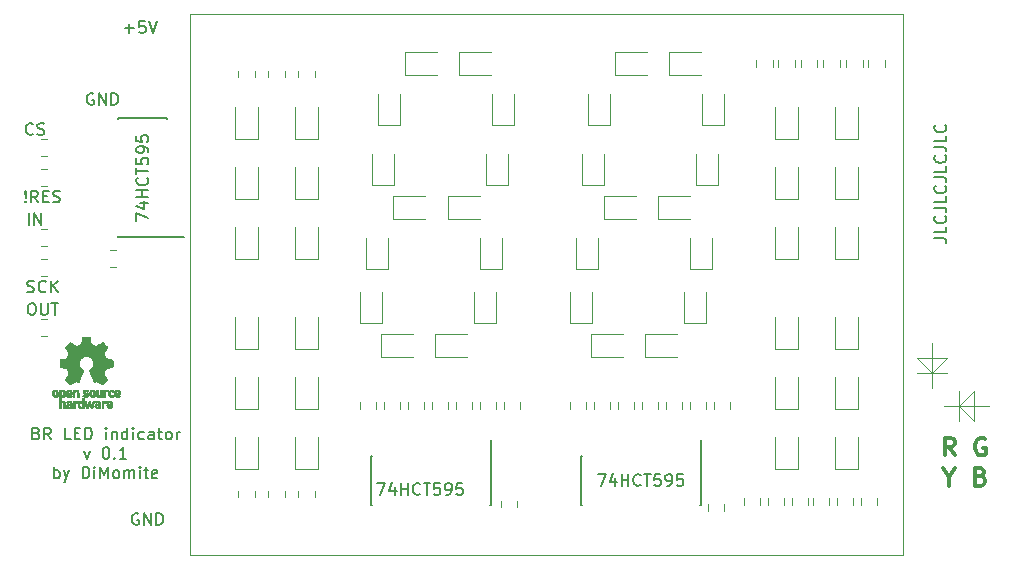
<source format=gbr>
G04 #@! TF.GenerationSoftware,KiCad,Pcbnew,(5.1.0)-1*
G04 #@! TF.CreationDate,2020-05-18T11:58:26+02:00*
G04 #@! TF.ProjectId,led_display_v1,6c65645f-6469-4737-906c-61795f76312e,rev?*
G04 #@! TF.SameCoordinates,Original*
G04 #@! TF.FileFunction,Legend,Top*
G04 #@! TF.FilePolarity,Positive*
%FSLAX46Y46*%
G04 Gerber Fmt 4.6, Leading zero omitted, Abs format (unit mm)*
G04 Created by KiCad (PCBNEW (5.1.0)-1) date 2020-05-18 11:58:26*
%MOMM*%
%LPD*%
G04 APERTURE LIST*
%ADD10C,0.150000*%
%ADD11C,0.300000*%
%ADD12C,0.120000*%
%ADD13C,0.010000*%
%ADD14C,0.100000*%
%ADD15C,1.626000*%
%ADD16C,3.402000*%
%ADD17C,1.077000*%
%ADD18C,2.100980*%
%ADD19R,0.702000X1.602000*%
%ADD20R,1.602000X0.702000*%
G04 APERTURE END LIST*
D10*
X181240380Y-71091047D02*
X181954666Y-71091047D01*
X182097523Y-71138666D01*
X182192761Y-71233904D01*
X182240380Y-71376761D01*
X182240380Y-71472000D01*
X182240380Y-70138666D02*
X182240380Y-70614857D01*
X181240380Y-70614857D01*
X182145142Y-69233904D02*
X182192761Y-69281523D01*
X182240380Y-69424380D01*
X182240380Y-69519619D01*
X182192761Y-69662476D01*
X182097523Y-69757714D01*
X182002285Y-69805333D01*
X181811809Y-69852952D01*
X181668952Y-69852952D01*
X181478476Y-69805333D01*
X181383238Y-69757714D01*
X181288000Y-69662476D01*
X181240380Y-69519619D01*
X181240380Y-69424380D01*
X181288000Y-69281523D01*
X181335619Y-69233904D01*
X181240380Y-68519619D02*
X181954666Y-68519619D01*
X182097523Y-68567238D01*
X182192761Y-68662476D01*
X182240380Y-68805333D01*
X182240380Y-68900571D01*
X182240380Y-67567238D02*
X182240380Y-68043428D01*
X181240380Y-68043428D01*
X182145142Y-66662476D02*
X182192761Y-66710095D01*
X182240380Y-66852952D01*
X182240380Y-66948190D01*
X182192761Y-67091047D01*
X182097523Y-67186285D01*
X182002285Y-67233904D01*
X181811809Y-67281523D01*
X181668952Y-67281523D01*
X181478476Y-67233904D01*
X181383238Y-67186285D01*
X181288000Y-67091047D01*
X181240380Y-66948190D01*
X181240380Y-66852952D01*
X181288000Y-66710095D01*
X181335619Y-66662476D01*
X181240380Y-65948190D02*
X181954666Y-65948190D01*
X182097523Y-65995809D01*
X182192761Y-66091047D01*
X182240380Y-66233904D01*
X182240380Y-66329142D01*
X182240380Y-64995809D02*
X182240380Y-65472000D01*
X181240380Y-65472000D01*
X182145142Y-64091047D02*
X182192761Y-64138666D01*
X182240380Y-64281523D01*
X182240380Y-64376761D01*
X182192761Y-64519619D01*
X182097523Y-64614857D01*
X182002285Y-64662476D01*
X181811809Y-64710095D01*
X181668952Y-64710095D01*
X181478476Y-64662476D01*
X181383238Y-64614857D01*
X181288000Y-64519619D01*
X181240380Y-64376761D01*
X181240380Y-64281523D01*
X181288000Y-64138666D01*
X181335619Y-64091047D01*
X181240380Y-63376761D02*
X181954666Y-63376761D01*
X182097523Y-63424380D01*
X182192761Y-63519619D01*
X182240380Y-63662476D01*
X182240380Y-63757714D01*
X182240380Y-62424380D02*
X182240380Y-62900571D01*
X181240380Y-62900571D01*
X182145142Y-61519619D02*
X182192761Y-61567238D01*
X182240380Y-61710095D01*
X182240380Y-61805333D01*
X182192761Y-61948190D01*
X182097523Y-62043428D01*
X182002285Y-62091047D01*
X181811809Y-62138666D01*
X181668952Y-62138666D01*
X181478476Y-62091047D01*
X181383238Y-62043428D01*
X181288000Y-61948190D01*
X181240380Y-61805333D01*
X181240380Y-61710095D01*
X181288000Y-61567238D01*
X181335619Y-61519619D01*
X105191857Y-87610571D02*
X105334714Y-87658190D01*
X105382333Y-87705809D01*
X105429952Y-87801047D01*
X105429952Y-87943904D01*
X105382333Y-88039142D01*
X105334714Y-88086761D01*
X105239476Y-88134380D01*
X104858523Y-88134380D01*
X104858523Y-87134380D01*
X105191857Y-87134380D01*
X105287095Y-87182000D01*
X105334714Y-87229619D01*
X105382333Y-87324857D01*
X105382333Y-87420095D01*
X105334714Y-87515333D01*
X105287095Y-87562952D01*
X105191857Y-87610571D01*
X104858523Y-87610571D01*
X106429952Y-88134380D02*
X106096619Y-87658190D01*
X105858523Y-88134380D02*
X105858523Y-87134380D01*
X106239476Y-87134380D01*
X106334714Y-87182000D01*
X106382333Y-87229619D01*
X106429952Y-87324857D01*
X106429952Y-87467714D01*
X106382333Y-87562952D01*
X106334714Y-87610571D01*
X106239476Y-87658190D01*
X105858523Y-87658190D01*
X108096619Y-88134380D02*
X107620428Y-88134380D01*
X107620428Y-87134380D01*
X108429952Y-87610571D02*
X108763285Y-87610571D01*
X108906142Y-88134380D02*
X108429952Y-88134380D01*
X108429952Y-87134380D01*
X108906142Y-87134380D01*
X109334714Y-88134380D02*
X109334714Y-87134380D01*
X109572809Y-87134380D01*
X109715666Y-87182000D01*
X109810904Y-87277238D01*
X109858523Y-87372476D01*
X109906142Y-87562952D01*
X109906142Y-87705809D01*
X109858523Y-87896285D01*
X109810904Y-87991523D01*
X109715666Y-88086761D01*
X109572809Y-88134380D01*
X109334714Y-88134380D01*
X111096619Y-88134380D02*
X111096619Y-87467714D01*
X111096619Y-87134380D02*
X111049000Y-87182000D01*
X111096619Y-87229619D01*
X111144238Y-87182000D01*
X111096619Y-87134380D01*
X111096619Y-87229619D01*
X111572809Y-87467714D02*
X111572809Y-88134380D01*
X111572809Y-87562952D02*
X111620428Y-87515333D01*
X111715666Y-87467714D01*
X111858523Y-87467714D01*
X111953761Y-87515333D01*
X112001380Y-87610571D01*
X112001380Y-88134380D01*
X112906142Y-88134380D02*
X112906142Y-87134380D01*
X112906142Y-88086761D02*
X112810904Y-88134380D01*
X112620428Y-88134380D01*
X112525190Y-88086761D01*
X112477571Y-88039142D01*
X112429952Y-87943904D01*
X112429952Y-87658190D01*
X112477571Y-87562952D01*
X112525190Y-87515333D01*
X112620428Y-87467714D01*
X112810904Y-87467714D01*
X112906142Y-87515333D01*
X113382333Y-88134380D02*
X113382333Y-87467714D01*
X113382333Y-87134380D02*
X113334714Y-87182000D01*
X113382333Y-87229619D01*
X113429952Y-87182000D01*
X113382333Y-87134380D01*
X113382333Y-87229619D01*
X114287095Y-88086761D02*
X114191857Y-88134380D01*
X114001380Y-88134380D01*
X113906142Y-88086761D01*
X113858523Y-88039142D01*
X113810904Y-87943904D01*
X113810904Y-87658190D01*
X113858523Y-87562952D01*
X113906142Y-87515333D01*
X114001380Y-87467714D01*
X114191857Y-87467714D01*
X114287095Y-87515333D01*
X115144238Y-88134380D02*
X115144238Y-87610571D01*
X115096619Y-87515333D01*
X115001380Y-87467714D01*
X114810904Y-87467714D01*
X114715666Y-87515333D01*
X115144238Y-88086761D02*
X115049000Y-88134380D01*
X114810904Y-88134380D01*
X114715666Y-88086761D01*
X114668047Y-87991523D01*
X114668047Y-87896285D01*
X114715666Y-87801047D01*
X114810904Y-87753428D01*
X115049000Y-87753428D01*
X115144238Y-87705809D01*
X115477571Y-87467714D02*
X115858523Y-87467714D01*
X115620428Y-87134380D02*
X115620428Y-87991523D01*
X115668047Y-88086761D01*
X115763285Y-88134380D01*
X115858523Y-88134380D01*
X116334714Y-88134380D02*
X116239476Y-88086761D01*
X116191857Y-88039142D01*
X116144238Y-87943904D01*
X116144238Y-87658190D01*
X116191857Y-87562952D01*
X116239476Y-87515333D01*
X116334714Y-87467714D01*
X116477571Y-87467714D01*
X116572809Y-87515333D01*
X116620428Y-87562952D01*
X116668047Y-87658190D01*
X116668047Y-87943904D01*
X116620428Y-88039142D01*
X116572809Y-88086761D01*
X116477571Y-88134380D01*
X116334714Y-88134380D01*
X117096619Y-88134380D02*
X117096619Y-87467714D01*
X117096619Y-87658190D02*
X117144238Y-87562952D01*
X117191857Y-87515333D01*
X117287095Y-87467714D01*
X117382333Y-87467714D01*
X109239476Y-89117714D02*
X109477571Y-89784380D01*
X109715666Y-89117714D01*
X111049000Y-88784380D02*
X111144238Y-88784380D01*
X111239476Y-88832000D01*
X111287095Y-88879619D01*
X111334714Y-88974857D01*
X111382333Y-89165333D01*
X111382333Y-89403428D01*
X111334714Y-89593904D01*
X111287095Y-89689142D01*
X111239476Y-89736761D01*
X111144238Y-89784380D01*
X111049000Y-89784380D01*
X110953761Y-89736761D01*
X110906142Y-89689142D01*
X110858523Y-89593904D01*
X110810904Y-89403428D01*
X110810904Y-89165333D01*
X110858523Y-88974857D01*
X110906142Y-88879619D01*
X110953761Y-88832000D01*
X111049000Y-88784380D01*
X111810904Y-89689142D02*
X111858523Y-89736761D01*
X111810904Y-89784380D01*
X111763285Y-89736761D01*
X111810904Y-89689142D01*
X111810904Y-89784380D01*
X112810904Y-89784380D02*
X112239476Y-89784380D01*
X112525190Y-89784380D02*
X112525190Y-88784380D01*
X112429952Y-88927238D01*
X112334714Y-89022476D01*
X112239476Y-89070095D01*
X106691857Y-91434380D02*
X106691857Y-90434380D01*
X106691857Y-90815333D02*
X106787095Y-90767714D01*
X106977571Y-90767714D01*
X107072809Y-90815333D01*
X107120428Y-90862952D01*
X107168047Y-90958190D01*
X107168047Y-91243904D01*
X107120428Y-91339142D01*
X107072809Y-91386761D01*
X106977571Y-91434380D01*
X106787095Y-91434380D01*
X106691857Y-91386761D01*
X107501380Y-90767714D02*
X107739476Y-91434380D01*
X107977571Y-90767714D02*
X107739476Y-91434380D01*
X107644238Y-91672476D01*
X107596619Y-91720095D01*
X107501380Y-91767714D01*
X109120428Y-91434380D02*
X109120428Y-90434380D01*
X109358523Y-90434380D01*
X109501380Y-90482000D01*
X109596619Y-90577238D01*
X109644238Y-90672476D01*
X109691857Y-90862952D01*
X109691857Y-91005809D01*
X109644238Y-91196285D01*
X109596619Y-91291523D01*
X109501380Y-91386761D01*
X109358523Y-91434380D01*
X109120428Y-91434380D01*
X110120428Y-91434380D02*
X110120428Y-90767714D01*
X110120428Y-90434380D02*
X110072809Y-90482000D01*
X110120428Y-90529619D01*
X110168047Y-90482000D01*
X110120428Y-90434380D01*
X110120428Y-90529619D01*
X110596619Y-91434380D02*
X110596619Y-90434380D01*
X110929952Y-91148666D01*
X111263285Y-90434380D01*
X111263285Y-91434380D01*
X111882333Y-91434380D02*
X111787095Y-91386761D01*
X111739476Y-91339142D01*
X111691857Y-91243904D01*
X111691857Y-90958190D01*
X111739476Y-90862952D01*
X111787095Y-90815333D01*
X111882333Y-90767714D01*
X112025190Y-90767714D01*
X112120428Y-90815333D01*
X112168047Y-90862952D01*
X112215666Y-90958190D01*
X112215666Y-91243904D01*
X112168047Y-91339142D01*
X112120428Y-91386761D01*
X112025190Y-91434380D01*
X111882333Y-91434380D01*
X112644238Y-91434380D02*
X112644238Y-90767714D01*
X112644238Y-90862952D02*
X112691857Y-90815333D01*
X112787095Y-90767714D01*
X112929952Y-90767714D01*
X113025190Y-90815333D01*
X113072809Y-90910571D01*
X113072809Y-91434380D01*
X113072809Y-90910571D02*
X113120428Y-90815333D01*
X113215666Y-90767714D01*
X113358523Y-90767714D01*
X113453761Y-90815333D01*
X113501380Y-90910571D01*
X113501380Y-91434380D01*
X113977571Y-91434380D02*
X113977571Y-90767714D01*
X113977571Y-90434380D02*
X113929952Y-90482000D01*
X113977571Y-90529619D01*
X114025190Y-90482000D01*
X113977571Y-90434380D01*
X113977571Y-90529619D01*
X114310904Y-90767714D02*
X114691857Y-90767714D01*
X114453761Y-90434380D02*
X114453761Y-91291523D01*
X114501380Y-91386761D01*
X114596619Y-91434380D01*
X114691857Y-91434380D01*
X115406142Y-91386761D02*
X115310904Y-91434380D01*
X115120428Y-91434380D01*
X115025190Y-91386761D01*
X114977571Y-91291523D01*
X114977571Y-90910571D01*
X115025190Y-90815333D01*
X115120428Y-90767714D01*
X115310904Y-90767714D01*
X115406142Y-90815333D01*
X115453761Y-90910571D01*
X115453761Y-91005809D01*
X114977571Y-91101047D01*
D11*
X182962857Y-89497571D02*
X182462857Y-88783285D01*
X182105714Y-89497571D02*
X182105714Y-87997571D01*
X182677142Y-87997571D01*
X182820000Y-88069000D01*
X182891428Y-88140428D01*
X182962857Y-88283285D01*
X182962857Y-88497571D01*
X182891428Y-88640428D01*
X182820000Y-88711857D01*
X182677142Y-88783285D01*
X182105714Y-88783285D01*
X185534285Y-88069000D02*
X185391428Y-87997571D01*
X185177142Y-87997571D01*
X184962857Y-88069000D01*
X184820000Y-88211857D01*
X184748571Y-88354714D01*
X184677142Y-88640428D01*
X184677142Y-88854714D01*
X184748571Y-89140428D01*
X184820000Y-89283285D01*
X184962857Y-89426142D01*
X185177142Y-89497571D01*
X185320000Y-89497571D01*
X185534285Y-89426142D01*
X185605714Y-89354714D01*
X185605714Y-88854714D01*
X185320000Y-88854714D01*
X182498571Y-91333285D02*
X182498571Y-92047571D01*
X181998571Y-90547571D02*
X182498571Y-91333285D01*
X182998571Y-90547571D01*
X185141428Y-91261857D02*
X185355714Y-91333285D01*
X185427142Y-91404714D01*
X185498571Y-91547571D01*
X185498571Y-91761857D01*
X185427142Y-91904714D01*
X185355714Y-91976142D01*
X185212857Y-92047571D01*
X184641428Y-92047571D01*
X184641428Y-90547571D01*
X185141428Y-90547571D01*
X185284285Y-90619000D01*
X185355714Y-90690428D01*
X185427142Y-90833285D01*
X185427142Y-90976142D01*
X185355714Y-91119000D01*
X185284285Y-91190428D01*
X185141428Y-91261857D01*
X184641428Y-91261857D01*
D10*
X104715000Y-76592380D02*
X104905476Y-76592380D01*
X105000714Y-76640000D01*
X105095952Y-76735238D01*
X105143571Y-76925714D01*
X105143571Y-77259047D01*
X105095952Y-77449523D01*
X105000714Y-77544761D01*
X104905476Y-77592380D01*
X104715000Y-77592380D01*
X104619761Y-77544761D01*
X104524523Y-77449523D01*
X104476904Y-77259047D01*
X104476904Y-76925714D01*
X104524523Y-76735238D01*
X104619761Y-76640000D01*
X104715000Y-76592380D01*
X105572142Y-76592380D02*
X105572142Y-77401904D01*
X105619761Y-77497142D01*
X105667380Y-77544761D01*
X105762619Y-77592380D01*
X105953095Y-77592380D01*
X106048333Y-77544761D01*
X106095952Y-77497142D01*
X106143571Y-77401904D01*
X106143571Y-76592380D01*
X106476904Y-76592380D02*
X107048333Y-76592380D01*
X106762619Y-77592380D02*
X106762619Y-76592380D01*
X104913333Y-62257142D02*
X104865714Y-62304761D01*
X104722857Y-62352380D01*
X104627619Y-62352380D01*
X104484761Y-62304761D01*
X104389523Y-62209523D01*
X104341904Y-62114285D01*
X104294285Y-61923809D01*
X104294285Y-61780952D01*
X104341904Y-61590476D01*
X104389523Y-61495238D01*
X104484761Y-61400000D01*
X104627619Y-61352380D01*
X104722857Y-61352380D01*
X104865714Y-61400000D01*
X104913333Y-61447619D01*
X105294285Y-62304761D02*
X105437142Y-62352380D01*
X105675238Y-62352380D01*
X105770476Y-62304761D01*
X105818095Y-62257142D01*
X105865714Y-62161904D01*
X105865714Y-62066666D01*
X105818095Y-61971428D01*
X105770476Y-61923809D01*
X105675238Y-61876190D01*
X105484761Y-61828571D01*
X105389523Y-61780952D01*
X105341904Y-61733333D01*
X105294285Y-61638095D01*
X105294285Y-61542857D01*
X105341904Y-61447619D01*
X105389523Y-61400000D01*
X105484761Y-61352380D01*
X105722857Y-61352380D01*
X105865714Y-61400000D01*
X104429285Y-75639761D02*
X104572142Y-75687380D01*
X104810238Y-75687380D01*
X104905476Y-75639761D01*
X104953095Y-75592142D01*
X105000714Y-75496904D01*
X105000714Y-75401666D01*
X104953095Y-75306428D01*
X104905476Y-75258809D01*
X104810238Y-75211190D01*
X104619761Y-75163571D01*
X104524523Y-75115952D01*
X104476904Y-75068333D01*
X104429285Y-74973095D01*
X104429285Y-74877857D01*
X104476904Y-74782619D01*
X104524523Y-74735000D01*
X104619761Y-74687380D01*
X104857857Y-74687380D01*
X105000714Y-74735000D01*
X106000714Y-75592142D02*
X105953095Y-75639761D01*
X105810238Y-75687380D01*
X105715000Y-75687380D01*
X105572142Y-75639761D01*
X105476904Y-75544523D01*
X105429285Y-75449285D01*
X105381666Y-75258809D01*
X105381666Y-75115952D01*
X105429285Y-74925476D01*
X105476904Y-74830238D01*
X105572142Y-74735000D01*
X105715000Y-74687380D01*
X105810238Y-74687380D01*
X105953095Y-74735000D01*
X106000714Y-74782619D01*
X106429285Y-75687380D02*
X106429285Y-74687380D01*
X107000714Y-75687380D02*
X106572142Y-75115952D01*
X107000714Y-74687380D02*
X106429285Y-75258809D01*
X104556190Y-69972380D02*
X104556190Y-68972380D01*
X105032380Y-69972380D02*
X105032380Y-68972380D01*
X105603809Y-69972380D01*
X105603809Y-68972380D01*
X104286428Y-67972142D02*
X104334047Y-68019761D01*
X104286428Y-68067380D01*
X104238809Y-68019761D01*
X104286428Y-67972142D01*
X104286428Y-68067380D01*
X104286428Y-67686428D02*
X104238809Y-67115000D01*
X104286428Y-67067380D01*
X104334047Y-67115000D01*
X104286428Y-67686428D01*
X104286428Y-67067380D01*
X105334047Y-68067380D02*
X105000714Y-67591190D01*
X104762619Y-68067380D02*
X104762619Y-67067380D01*
X105143571Y-67067380D01*
X105238809Y-67115000D01*
X105286428Y-67162619D01*
X105334047Y-67257857D01*
X105334047Y-67400714D01*
X105286428Y-67495952D01*
X105238809Y-67543571D01*
X105143571Y-67591190D01*
X104762619Y-67591190D01*
X105762619Y-67543571D02*
X106095952Y-67543571D01*
X106238809Y-68067380D02*
X105762619Y-68067380D01*
X105762619Y-67067380D01*
X106238809Y-67067380D01*
X106619761Y-68019761D02*
X106762619Y-68067380D01*
X107000714Y-68067380D01*
X107095952Y-68019761D01*
X107143571Y-67972142D01*
X107191190Y-67876904D01*
X107191190Y-67781666D01*
X107143571Y-67686428D01*
X107095952Y-67638809D01*
X107000714Y-67591190D01*
X106810238Y-67543571D01*
X106715000Y-67495952D01*
X106667380Y-67448333D01*
X106619761Y-67353095D01*
X106619761Y-67257857D01*
X106667380Y-67162619D01*
X106715000Y-67115000D01*
X106810238Y-67067380D01*
X107048333Y-67067380D01*
X107191190Y-67115000D01*
X113843095Y-94420000D02*
X113747857Y-94372380D01*
X113605000Y-94372380D01*
X113462142Y-94420000D01*
X113366904Y-94515238D01*
X113319285Y-94610476D01*
X113271666Y-94800952D01*
X113271666Y-94943809D01*
X113319285Y-95134285D01*
X113366904Y-95229523D01*
X113462142Y-95324761D01*
X113605000Y-95372380D01*
X113700238Y-95372380D01*
X113843095Y-95324761D01*
X113890714Y-95277142D01*
X113890714Y-94943809D01*
X113700238Y-94943809D01*
X114319285Y-95372380D02*
X114319285Y-94372380D01*
X114890714Y-95372380D01*
X114890714Y-94372380D01*
X115366904Y-95372380D02*
X115366904Y-94372380D01*
X115605000Y-94372380D01*
X115747857Y-94420000D01*
X115843095Y-94515238D01*
X115890714Y-94610476D01*
X115938333Y-94800952D01*
X115938333Y-94943809D01*
X115890714Y-95134285D01*
X115843095Y-95229523D01*
X115747857Y-95324761D01*
X115605000Y-95372380D01*
X115366904Y-95372380D01*
X112684285Y-53335428D02*
X113446190Y-53335428D01*
X113065238Y-53716380D02*
X113065238Y-52954476D01*
X114398571Y-52716380D02*
X113922380Y-52716380D01*
X113874761Y-53192571D01*
X113922380Y-53144952D01*
X114017619Y-53097333D01*
X114255714Y-53097333D01*
X114350952Y-53144952D01*
X114398571Y-53192571D01*
X114446190Y-53287809D01*
X114446190Y-53525904D01*
X114398571Y-53621142D01*
X114350952Y-53668761D01*
X114255714Y-53716380D01*
X114017619Y-53716380D01*
X113922380Y-53668761D01*
X113874761Y-53621142D01*
X114731904Y-52716380D02*
X115065238Y-53716380D01*
X115398571Y-52716380D01*
X110033095Y-58860000D02*
X109937857Y-58812380D01*
X109795000Y-58812380D01*
X109652142Y-58860000D01*
X109556904Y-58955238D01*
X109509285Y-59050476D01*
X109461666Y-59240952D01*
X109461666Y-59383809D01*
X109509285Y-59574285D01*
X109556904Y-59669523D01*
X109652142Y-59764761D01*
X109795000Y-59812380D01*
X109890238Y-59812380D01*
X110033095Y-59764761D01*
X110080714Y-59717142D01*
X110080714Y-59383809D01*
X109890238Y-59383809D01*
X110509285Y-59812380D02*
X110509285Y-58812380D01*
X111080714Y-59812380D01*
X111080714Y-58812380D01*
X111556904Y-59812380D02*
X111556904Y-58812380D01*
X111795000Y-58812380D01*
X111937857Y-58860000D01*
X112033095Y-58955238D01*
X112080714Y-59050476D01*
X112128333Y-59240952D01*
X112128333Y-59383809D01*
X112080714Y-59574285D01*
X112033095Y-59669523D01*
X111937857Y-59764761D01*
X111795000Y-59812380D01*
X111556904Y-59812380D01*
D12*
X183312000Y-85268000D02*
X184582000Y-86538000D01*
X184582000Y-83998000D02*
X183312000Y-85268000D01*
X184582000Y-86538000D02*
X184582000Y-83998000D01*
X183312000Y-83998000D02*
X183312000Y-86538000D01*
X182042000Y-85268000D02*
X185852000Y-85268000D01*
X181026000Y-79934000D02*
X181026000Y-83744000D01*
X179756000Y-82474000D02*
X182296000Y-82474000D01*
X181026000Y-82474000D02*
X179756000Y-81204000D01*
X182296000Y-81204000D02*
X181026000Y-82474000D01*
X179756000Y-81204000D02*
X182296000Y-81204000D01*
X118200000Y-97900000D02*
X178600000Y-97900000D01*
X118200000Y-52100000D02*
X118200000Y-97900000D01*
X178600000Y-52100000D02*
X118200000Y-52100000D01*
X178600000Y-97900000D02*
X178600000Y-52100000D01*
D13*
G36*
X109774964Y-79764018D02*
G01*
X109831812Y-80065570D01*
X110251338Y-80238512D01*
X110502984Y-80067395D01*
X110573458Y-80019750D01*
X110637163Y-79977210D01*
X110691126Y-79941715D01*
X110732373Y-79915210D01*
X110757934Y-79899636D01*
X110764895Y-79896278D01*
X110777435Y-79904914D01*
X110804231Y-79928792D01*
X110842280Y-79964859D01*
X110888579Y-80010067D01*
X110940123Y-80061364D01*
X110993909Y-80115701D01*
X111046935Y-80170028D01*
X111096195Y-80221295D01*
X111138687Y-80266451D01*
X111171407Y-80302446D01*
X111191351Y-80326230D01*
X111196119Y-80334190D01*
X111189257Y-80348865D01*
X111170020Y-80381014D01*
X111140430Y-80427492D01*
X111102510Y-80485156D01*
X111058282Y-80550860D01*
X111032654Y-80588336D01*
X110985941Y-80656768D01*
X110944432Y-80718520D01*
X110910140Y-80770519D01*
X110885080Y-80809692D01*
X110871264Y-80832965D01*
X110869188Y-80837855D01*
X110873895Y-80851755D01*
X110886723Y-80884150D01*
X110905738Y-80930485D01*
X110929003Y-80986206D01*
X110954584Y-81046758D01*
X110980545Y-81107586D01*
X111004950Y-81164136D01*
X111025863Y-81211852D01*
X111041349Y-81246181D01*
X111049472Y-81262568D01*
X111049952Y-81263212D01*
X111062707Y-81266341D01*
X111096677Y-81273321D01*
X111148340Y-81283467D01*
X111214176Y-81296092D01*
X111290664Y-81310509D01*
X111335290Y-81318823D01*
X111417021Y-81334384D01*
X111490843Y-81349192D01*
X111553021Y-81362436D01*
X111599822Y-81373305D01*
X111627509Y-81380989D01*
X111633074Y-81383427D01*
X111638526Y-81399930D01*
X111642924Y-81437200D01*
X111646272Y-81490880D01*
X111648574Y-81556612D01*
X111649832Y-81630037D01*
X111650048Y-81706796D01*
X111649227Y-81782532D01*
X111647371Y-81852886D01*
X111644482Y-81913500D01*
X111640565Y-81960016D01*
X111635622Y-81988075D01*
X111632657Y-81993916D01*
X111614934Y-82000917D01*
X111577381Y-82010927D01*
X111524964Y-82022769D01*
X111462652Y-82035267D01*
X111440900Y-82039310D01*
X111336024Y-82058520D01*
X111253180Y-82073991D01*
X111189630Y-82086337D01*
X111142637Y-82096173D01*
X111109463Y-82104114D01*
X111087371Y-82110776D01*
X111073624Y-82116773D01*
X111065484Y-82122719D01*
X111064345Y-82123894D01*
X111052977Y-82142826D01*
X111035635Y-82179669D01*
X111014050Y-82229913D01*
X110989954Y-82289046D01*
X110965079Y-82352556D01*
X110941157Y-82415932D01*
X110919919Y-82474662D01*
X110903097Y-82524235D01*
X110892422Y-82560139D01*
X110889627Y-82577862D01*
X110889860Y-82578483D01*
X110899331Y-82592970D01*
X110920818Y-82624844D01*
X110952063Y-82670789D01*
X110990807Y-82727485D01*
X111034793Y-82791617D01*
X111047319Y-82809842D01*
X111091984Y-82875914D01*
X111131288Y-82936200D01*
X111163088Y-82987235D01*
X111185245Y-83025560D01*
X111195617Y-83047711D01*
X111196119Y-83050432D01*
X111187405Y-83064736D01*
X111163325Y-83093072D01*
X111126976Y-83132396D01*
X111081453Y-83179661D01*
X111029852Y-83231823D01*
X110975267Y-83285835D01*
X110920794Y-83338653D01*
X110869529Y-83387231D01*
X110824567Y-83428523D01*
X110789004Y-83459485D01*
X110765935Y-83477070D01*
X110759554Y-83479941D01*
X110744699Y-83473178D01*
X110714286Y-83454939D01*
X110673268Y-83428297D01*
X110641709Y-83406852D01*
X110584525Y-83367503D01*
X110516806Y-83321171D01*
X110448880Y-83274913D01*
X110412361Y-83250155D01*
X110288752Y-83166547D01*
X110184991Y-83222650D01*
X110137720Y-83247228D01*
X110097523Y-83266331D01*
X110070326Y-83277227D01*
X110063402Y-83278743D01*
X110055077Y-83267549D01*
X110038654Y-83235917D01*
X110015357Y-83186765D01*
X109986414Y-83123010D01*
X109953050Y-83047571D01*
X109916491Y-82963364D01*
X109877964Y-82873308D01*
X109838694Y-82780321D01*
X109799908Y-82687320D01*
X109762830Y-82597223D01*
X109728689Y-82512948D01*
X109698708Y-82437413D01*
X109674116Y-82373534D01*
X109656136Y-82324231D01*
X109645997Y-82292421D01*
X109644366Y-82281496D01*
X109657291Y-82267561D01*
X109685589Y-82244940D01*
X109723346Y-82218333D01*
X109726515Y-82216228D01*
X109824100Y-82138114D01*
X109902786Y-82046982D01*
X109961891Y-81945745D01*
X110000732Y-81837318D01*
X110018628Y-81724614D01*
X110014897Y-81610548D01*
X109988857Y-81498034D01*
X109939825Y-81389985D01*
X109925400Y-81366345D01*
X109850369Y-81270887D01*
X109761730Y-81194232D01*
X109662549Y-81136780D01*
X109555895Y-81098929D01*
X109444836Y-81081078D01*
X109332439Y-81083625D01*
X109221773Y-81106970D01*
X109115906Y-81151510D01*
X109017905Y-81217645D01*
X108987590Y-81244487D01*
X108910438Y-81328512D01*
X108854218Y-81416966D01*
X108815653Y-81516115D01*
X108794174Y-81614303D01*
X108788872Y-81724697D01*
X108806552Y-81835640D01*
X108845419Y-81943381D01*
X108903677Y-82044169D01*
X108979531Y-82134256D01*
X109071183Y-82209892D01*
X109083228Y-82217864D01*
X109121389Y-82243974D01*
X109150399Y-82266595D01*
X109164268Y-82281039D01*
X109164469Y-82281496D01*
X109161492Y-82297121D01*
X109149689Y-82332582D01*
X109130286Y-82384962D01*
X109104512Y-82451345D01*
X109073591Y-82528814D01*
X109038751Y-82614450D01*
X109001217Y-82705337D01*
X108962217Y-82798559D01*
X108922977Y-82891197D01*
X108884724Y-82980335D01*
X108848683Y-83063055D01*
X108816083Y-83136441D01*
X108788148Y-83197575D01*
X108766105Y-83243541D01*
X108751182Y-83271421D01*
X108745172Y-83278743D01*
X108726809Y-83273041D01*
X108692448Y-83257749D01*
X108648016Y-83235599D01*
X108623583Y-83222650D01*
X108519822Y-83166547D01*
X108396213Y-83250155D01*
X108333114Y-83292987D01*
X108264030Y-83340122D01*
X108199293Y-83384503D01*
X108166866Y-83406852D01*
X108121259Y-83437477D01*
X108082640Y-83461747D01*
X108056048Y-83476587D01*
X108047410Y-83479724D01*
X108034839Y-83471261D01*
X108007016Y-83447636D01*
X107966639Y-83411302D01*
X107916405Y-83364711D01*
X107859012Y-83310317D01*
X107822714Y-83275392D01*
X107759210Y-83212996D01*
X107704327Y-83157188D01*
X107660286Y-83110354D01*
X107629305Y-83074882D01*
X107613602Y-83053161D01*
X107612095Y-83048752D01*
X107619086Y-83031985D01*
X107638406Y-82998082D01*
X107667909Y-82950476D01*
X107705455Y-82892599D01*
X107748900Y-82827884D01*
X107761255Y-82809842D01*
X107806273Y-82744267D01*
X107846660Y-82685228D01*
X107880160Y-82636042D01*
X107904514Y-82600028D01*
X107917464Y-82580502D01*
X107918715Y-82578483D01*
X107916844Y-82562922D01*
X107906913Y-82528709D01*
X107890653Y-82480355D01*
X107869795Y-82422371D01*
X107846073Y-82359270D01*
X107821216Y-82295563D01*
X107796958Y-82235761D01*
X107775029Y-82184376D01*
X107757162Y-82145919D01*
X107745087Y-82124902D01*
X107744229Y-82123894D01*
X107736846Y-82117888D01*
X107724375Y-82111948D01*
X107704080Y-82105460D01*
X107673222Y-82097809D01*
X107629066Y-82088380D01*
X107568874Y-82076559D01*
X107489907Y-82061729D01*
X107389430Y-82043277D01*
X107367675Y-82039310D01*
X107303198Y-82026853D01*
X107246989Y-82014666D01*
X107204013Y-82003926D01*
X107179240Y-81995809D01*
X107175918Y-81993916D01*
X107170444Y-81977138D01*
X107165994Y-81939645D01*
X107162572Y-81885794D01*
X107160181Y-81819944D01*
X107158823Y-81746453D01*
X107158501Y-81669680D01*
X107159219Y-81593983D01*
X107160979Y-81523720D01*
X107163784Y-81463250D01*
X107167638Y-81416930D01*
X107172543Y-81389119D01*
X107175500Y-81383427D01*
X107191963Y-81377686D01*
X107229449Y-81368345D01*
X107284225Y-81356215D01*
X107352555Y-81342107D01*
X107430706Y-81326830D01*
X107473284Y-81318823D01*
X107554071Y-81303721D01*
X107626113Y-81290040D01*
X107685889Y-81278467D01*
X107729879Y-81269687D01*
X107754561Y-81264387D01*
X107758623Y-81263212D01*
X107765489Y-81249965D01*
X107780002Y-81218057D01*
X107800229Y-81172047D01*
X107824234Y-81116492D01*
X107850082Y-81055953D01*
X107875840Y-80994986D01*
X107899573Y-80938151D01*
X107919346Y-80890006D01*
X107933224Y-80855110D01*
X107939274Y-80838021D01*
X107939386Y-80837274D01*
X107932528Y-80823793D01*
X107913302Y-80792770D01*
X107883728Y-80747289D01*
X107845827Y-80690432D01*
X107801620Y-80625283D01*
X107775921Y-80587862D01*
X107729093Y-80519247D01*
X107687501Y-80456952D01*
X107653175Y-80404129D01*
X107628143Y-80363927D01*
X107614435Y-80339500D01*
X107612456Y-80334024D01*
X107620966Y-80321278D01*
X107644493Y-80294063D01*
X107680032Y-80255428D01*
X107724577Y-80208423D01*
X107775123Y-80156095D01*
X107828664Y-80101495D01*
X107882195Y-80047670D01*
X107932711Y-79997670D01*
X107977206Y-79954543D01*
X108012675Y-79921339D01*
X108036113Y-79901106D01*
X108043954Y-79896278D01*
X108056720Y-79903067D01*
X108087256Y-79922142D01*
X108132590Y-79951561D01*
X108189756Y-79989381D01*
X108255784Y-80033661D01*
X108305590Y-80067395D01*
X108557236Y-80238512D01*
X108766999Y-80152041D01*
X108976763Y-80065570D01*
X109033611Y-79764018D01*
X109090460Y-79462466D01*
X109718115Y-79462466D01*
X109774964Y-79764018D01*
X109774964Y-79764018D01*
G37*
X109774964Y-79764018D02*
X109831812Y-80065570D01*
X110251338Y-80238512D01*
X110502984Y-80067395D01*
X110573458Y-80019750D01*
X110637163Y-79977210D01*
X110691126Y-79941715D01*
X110732373Y-79915210D01*
X110757934Y-79899636D01*
X110764895Y-79896278D01*
X110777435Y-79904914D01*
X110804231Y-79928792D01*
X110842280Y-79964859D01*
X110888579Y-80010067D01*
X110940123Y-80061364D01*
X110993909Y-80115701D01*
X111046935Y-80170028D01*
X111096195Y-80221295D01*
X111138687Y-80266451D01*
X111171407Y-80302446D01*
X111191351Y-80326230D01*
X111196119Y-80334190D01*
X111189257Y-80348865D01*
X111170020Y-80381014D01*
X111140430Y-80427492D01*
X111102510Y-80485156D01*
X111058282Y-80550860D01*
X111032654Y-80588336D01*
X110985941Y-80656768D01*
X110944432Y-80718520D01*
X110910140Y-80770519D01*
X110885080Y-80809692D01*
X110871264Y-80832965D01*
X110869188Y-80837855D01*
X110873895Y-80851755D01*
X110886723Y-80884150D01*
X110905738Y-80930485D01*
X110929003Y-80986206D01*
X110954584Y-81046758D01*
X110980545Y-81107586D01*
X111004950Y-81164136D01*
X111025863Y-81211852D01*
X111041349Y-81246181D01*
X111049472Y-81262568D01*
X111049952Y-81263212D01*
X111062707Y-81266341D01*
X111096677Y-81273321D01*
X111148340Y-81283467D01*
X111214176Y-81296092D01*
X111290664Y-81310509D01*
X111335290Y-81318823D01*
X111417021Y-81334384D01*
X111490843Y-81349192D01*
X111553021Y-81362436D01*
X111599822Y-81373305D01*
X111627509Y-81380989D01*
X111633074Y-81383427D01*
X111638526Y-81399930D01*
X111642924Y-81437200D01*
X111646272Y-81490880D01*
X111648574Y-81556612D01*
X111649832Y-81630037D01*
X111650048Y-81706796D01*
X111649227Y-81782532D01*
X111647371Y-81852886D01*
X111644482Y-81913500D01*
X111640565Y-81960016D01*
X111635622Y-81988075D01*
X111632657Y-81993916D01*
X111614934Y-82000917D01*
X111577381Y-82010927D01*
X111524964Y-82022769D01*
X111462652Y-82035267D01*
X111440900Y-82039310D01*
X111336024Y-82058520D01*
X111253180Y-82073991D01*
X111189630Y-82086337D01*
X111142637Y-82096173D01*
X111109463Y-82104114D01*
X111087371Y-82110776D01*
X111073624Y-82116773D01*
X111065484Y-82122719D01*
X111064345Y-82123894D01*
X111052977Y-82142826D01*
X111035635Y-82179669D01*
X111014050Y-82229913D01*
X110989954Y-82289046D01*
X110965079Y-82352556D01*
X110941157Y-82415932D01*
X110919919Y-82474662D01*
X110903097Y-82524235D01*
X110892422Y-82560139D01*
X110889627Y-82577862D01*
X110889860Y-82578483D01*
X110899331Y-82592970D01*
X110920818Y-82624844D01*
X110952063Y-82670789D01*
X110990807Y-82727485D01*
X111034793Y-82791617D01*
X111047319Y-82809842D01*
X111091984Y-82875914D01*
X111131288Y-82936200D01*
X111163088Y-82987235D01*
X111185245Y-83025560D01*
X111195617Y-83047711D01*
X111196119Y-83050432D01*
X111187405Y-83064736D01*
X111163325Y-83093072D01*
X111126976Y-83132396D01*
X111081453Y-83179661D01*
X111029852Y-83231823D01*
X110975267Y-83285835D01*
X110920794Y-83338653D01*
X110869529Y-83387231D01*
X110824567Y-83428523D01*
X110789004Y-83459485D01*
X110765935Y-83477070D01*
X110759554Y-83479941D01*
X110744699Y-83473178D01*
X110714286Y-83454939D01*
X110673268Y-83428297D01*
X110641709Y-83406852D01*
X110584525Y-83367503D01*
X110516806Y-83321171D01*
X110448880Y-83274913D01*
X110412361Y-83250155D01*
X110288752Y-83166547D01*
X110184991Y-83222650D01*
X110137720Y-83247228D01*
X110097523Y-83266331D01*
X110070326Y-83277227D01*
X110063402Y-83278743D01*
X110055077Y-83267549D01*
X110038654Y-83235917D01*
X110015357Y-83186765D01*
X109986414Y-83123010D01*
X109953050Y-83047571D01*
X109916491Y-82963364D01*
X109877964Y-82873308D01*
X109838694Y-82780321D01*
X109799908Y-82687320D01*
X109762830Y-82597223D01*
X109728689Y-82512948D01*
X109698708Y-82437413D01*
X109674116Y-82373534D01*
X109656136Y-82324231D01*
X109645997Y-82292421D01*
X109644366Y-82281496D01*
X109657291Y-82267561D01*
X109685589Y-82244940D01*
X109723346Y-82218333D01*
X109726515Y-82216228D01*
X109824100Y-82138114D01*
X109902786Y-82046982D01*
X109961891Y-81945745D01*
X110000732Y-81837318D01*
X110018628Y-81724614D01*
X110014897Y-81610548D01*
X109988857Y-81498034D01*
X109939825Y-81389985D01*
X109925400Y-81366345D01*
X109850369Y-81270887D01*
X109761730Y-81194232D01*
X109662549Y-81136780D01*
X109555895Y-81098929D01*
X109444836Y-81081078D01*
X109332439Y-81083625D01*
X109221773Y-81106970D01*
X109115906Y-81151510D01*
X109017905Y-81217645D01*
X108987590Y-81244487D01*
X108910438Y-81328512D01*
X108854218Y-81416966D01*
X108815653Y-81516115D01*
X108794174Y-81614303D01*
X108788872Y-81724697D01*
X108806552Y-81835640D01*
X108845419Y-81943381D01*
X108903677Y-82044169D01*
X108979531Y-82134256D01*
X109071183Y-82209892D01*
X109083228Y-82217864D01*
X109121389Y-82243974D01*
X109150399Y-82266595D01*
X109164268Y-82281039D01*
X109164469Y-82281496D01*
X109161492Y-82297121D01*
X109149689Y-82332582D01*
X109130286Y-82384962D01*
X109104512Y-82451345D01*
X109073591Y-82528814D01*
X109038751Y-82614450D01*
X109001217Y-82705337D01*
X108962217Y-82798559D01*
X108922977Y-82891197D01*
X108884724Y-82980335D01*
X108848683Y-83063055D01*
X108816083Y-83136441D01*
X108788148Y-83197575D01*
X108766105Y-83243541D01*
X108751182Y-83271421D01*
X108745172Y-83278743D01*
X108726809Y-83273041D01*
X108692448Y-83257749D01*
X108648016Y-83235599D01*
X108623583Y-83222650D01*
X108519822Y-83166547D01*
X108396213Y-83250155D01*
X108333114Y-83292987D01*
X108264030Y-83340122D01*
X108199293Y-83384503D01*
X108166866Y-83406852D01*
X108121259Y-83437477D01*
X108082640Y-83461747D01*
X108056048Y-83476587D01*
X108047410Y-83479724D01*
X108034839Y-83471261D01*
X108007016Y-83447636D01*
X107966639Y-83411302D01*
X107916405Y-83364711D01*
X107859012Y-83310317D01*
X107822714Y-83275392D01*
X107759210Y-83212996D01*
X107704327Y-83157188D01*
X107660286Y-83110354D01*
X107629305Y-83074882D01*
X107613602Y-83053161D01*
X107612095Y-83048752D01*
X107619086Y-83031985D01*
X107638406Y-82998082D01*
X107667909Y-82950476D01*
X107705455Y-82892599D01*
X107748900Y-82827884D01*
X107761255Y-82809842D01*
X107806273Y-82744267D01*
X107846660Y-82685228D01*
X107880160Y-82636042D01*
X107904514Y-82600028D01*
X107917464Y-82580502D01*
X107918715Y-82578483D01*
X107916844Y-82562922D01*
X107906913Y-82528709D01*
X107890653Y-82480355D01*
X107869795Y-82422371D01*
X107846073Y-82359270D01*
X107821216Y-82295563D01*
X107796958Y-82235761D01*
X107775029Y-82184376D01*
X107757162Y-82145919D01*
X107745087Y-82124902D01*
X107744229Y-82123894D01*
X107736846Y-82117888D01*
X107724375Y-82111948D01*
X107704080Y-82105460D01*
X107673222Y-82097809D01*
X107629066Y-82088380D01*
X107568874Y-82076559D01*
X107489907Y-82061729D01*
X107389430Y-82043277D01*
X107367675Y-82039310D01*
X107303198Y-82026853D01*
X107246989Y-82014666D01*
X107204013Y-82003926D01*
X107179240Y-81995809D01*
X107175918Y-81993916D01*
X107170444Y-81977138D01*
X107165994Y-81939645D01*
X107162572Y-81885794D01*
X107160181Y-81819944D01*
X107158823Y-81746453D01*
X107158501Y-81669680D01*
X107159219Y-81593983D01*
X107160979Y-81523720D01*
X107163784Y-81463250D01*
X107167638Y-81416930D01*
X107172543Y-81389119D01*
X107175500Y-81383427D01*
X107191963Y-81377686D01*
X107229449Y-81368345D01*
X107284225Y-81356215D01*
X107352555Y-81342107D01*
X107430706Y-81326830D01*
X107473284Y-81318823D01*
X107554071Y-81303721D01*
X107626113Y-81290040D01*
X107685889Y-81278467D01*
X107729879Y-81269687D01*
X107754561Y-81264387D01*
X107758623Y-81263212D01*
X107765489Y-81249965D01*
X107780002Y-81218057D01*
X107800229Y-81172047D01*
X107824234Y-81116492D01*
X107850082Y-81055953D01*
X107875840Y-80994986D01*
X107899573Y-80938151D01*
X107919346Y-80890006D01*
X107933224Y-80855110D01*
X107939274Y-80838021D01*
X107939386Y-80837274D01*
X107932528Y-80823793D01*
X107913302Y-80792770D01*
X107883728Y-80747289D01*
X107845827Y-80690432D01*
X107801620Y-80625283D01*
X107775921Y-80587862D01*
X107729093Y-80519247D01*
X107687501Y-80456952D01*
X107653175Y-80404129D01*
X107628143Y-80363927D01*
X107614435Y-80339500D01*
X107612456Y-80334024D01*
X107620966Y-80321278D01*
X107644493Y-80294063D01*
X107680032Y-80255428D01*
X107724577Y-80208423D01*
X107775123Y-80156095D01*
X107828664Y-80101495D01*
X107882195Y-80047670D01*
X107932711Y-79997670D01*
X107977206Y-79954543D01*
X108012675Y-79921339D01*
X108036113Y-79901106D01*
X108043954Y-79896278D01*
X108056720Y-79903067D01*
X108087256Y-79922142D01*
X108132590Y-79951561D01*
X108189756Y-79989381D01*
X108255784Y-80033661D01*
X108305590Y-80067395D01*
X108557236Y-80238512D01*
X108766999Y-80152041D01*
X108976763Y-80065570D01*
X109033611Y-79764018D01*
X109090460Y-79462466D01*
X109718115Y-79462466D01*
X109774964Y-79764018D01*
G36*
X111197460Y-83932030D02*
G01*
X111240711Y-83945245D01*
X111268558Y-83961941D01*
X111277629Y-83975145D01*
X111275132Y-83990797D01*
X111258931Y-84015385D01*
X111245232Y-84032800D01*
X111216992Y-84064283D01*
X111195775Y-84077529D01*
X111177688Y-84076664D01*
X111124035Y-84063010D01*
X111084630Y-84063630D01*
X111052632Y-84079104D01*
X111041890Y-84088161D01*
X111007505Y-84120027D01*
X111007505Y-84536179D01*
X110869188Y-84536179D01*
X110869188Y-83932614D01*
X110938347Y-83932614D01*
X110979869Y-83934256D01*
X111001291Y-83940087D01*
X111007502Y-83951461D01*
X111007505Y-83951798D01*
X111010439Y-83963713D01*
X111023704Y-83962159D01*
X111042084Y-83953563D01*
X111080046Y-83937568D01*
X111110872Y-83927945D01*
X111150536Y-83925478D01*
X111197460Y-83932030D01*
X111197460Y-83932030D01*
G37*
X111197460Y-83932030D02*
X111240711Y-83945245D01*
X111268558Y-83961941D01*
X111277629Y-83975145D01*
X111275132Y-83990797D01*
X111258931Y-84015385D01*
X111245232Y-84032800D01*
X111216992Y-84064283D01*
X111195775Y-84077529D01*
X111177688Y-84076664D01*
X111124035Y-84063010D01*
X111084630Y-84063630D01*
X111052632Y-84079104D01*
X111041890Y-84088161D01*
X111007505Y-84120027D01*
X111007505Y-84536179D01*
X110869188Y-84536179D01*
X110869188Y-83932614D01*
X110938347Y-83932614D01*
X110979869Y-83934256D01*
X111001291Y-83940087D01*
X111007502Y-83951461D01*
X111007505Y-83951798D01*
X111010439Y-83963713D01*
X111023704Y-83962159D01*
X111042084Y-83953563D01*
X111080046Y-83937568D01*
X111110872Y-83927945D01*
X111150536Y-83925478D01*
X111197460Y-83932030D01*
G36*
X108643988Y-83943002D02*
G01*
X108675283Y-83957950D01*
X108705591Y-83979541D01*
X108728682Y-84004391D01*
X108745500Y-84036087D01*
X108756994Y-84078214D01*
X108764109Y-84134358D01*
X108767793Y-84208106D01*
X108768992Y-84303044D01*
X108769011Y-84312985D01*
X108769287Y-84536179D01*
X108630970Y-84536179D01*
X108630970Y-84330418D01*
X108630872Y-84254189D01*
X108630191Y-84198939D01*
X108628349Y-84160501D01*
X108624767Y-84134706D01*
X108618868Y-84117384D01*
X108610073Y-84104368D01*
X108597820Y-84091507D01*
X108554953Y-84063873D01*
X108508157Y-84058745D01*
X108463576Y-84076217D01*
X108448072Y-84089221D01*
X108436690Y-84101447D01*
X108428519Y-84114540D01*
X108423026Y-84132615D01*
X108419680Y-84159787D01*
X108417949Y-84200170D01*
X108417303Y-84257879D01*
X108417208Y-84328132D01*
X108417208Y-84536179D01*
X108278891Y-84536179D01*
X108278891Y-83932614D01*
X108348050Y-83932614D01*
X108389572Y-83934256D01*
X108410994Y-83940087D01*
X108417205Y-83951461D01*
X108417208Y-83951798D01*
X108420090Y-83962938D01*
X108432801Y-83961674D01*
X108458074Y-83949434D01*
X108515395Y-83931424D01*
X108580963Y-83929421D01*
X108643988Y-83943002D01*
X108643988Y-83943002D01*
G37*
X108643988Y-83943002D02*
X108675283Y-83957950D01*
X108705591Y-83979541D01*
X108728682Y-84004391D01*
X108745500Y-84036087D01*
X108756994Y-84078214D01*
X108764109Y-84134358D01*
X108767793Y-84208106D01*
X108768992Y-84303044D01*
X108769011Y-84312985D01*
X108769287Y-84536179D01*
X108630970Y-84536179D01*
X108630970Y-84330418D01*
X108630872Y-84254189D01*
X108630191Y-84198939D01*
X108628349Y-84160501D01*
X108624767Y-84134706D01*
X108618868Y-84117384D01*
X108610073Y-84104368D01*
X108597820Y-84091507D01*
X108554953Y-84063873D01*
X108508157Y-84058745D01*
X108463576Y-84076217D01*
X108448072Y-84089221D01*
X108436690Y-84101447D01*
X108428519Y-84114540D01*
X108423026Y-84132615D01*
X108419680Y-84159787D01*
X108417949Y-84200170D01*
X108417303Y-84257879D01*
X108417208Y-84328132D01*
X108417208Y-84536179D01*
X108278891Y-84536179D01*
X108278891Y-83932614D01*
X108348050Y-83932614D01*
X108389572Y-83934256D01*
X108410994Y-83940087D01*
X108417205Y-83951461D01*
X108417208Y-83951798D01*
X108420090Y-83962938D01*
X108432801Y-83961674D01*
X108458074Y-83949434D01*
X108515395Y-83931424D01*
X108580963Y-83929421D01*
X108643988Y-83943002D01*
G36*
X112075898Y-83930457D02*
G01*
X112108096Y-83938279D01*
X112169825Y-83966921D01*
X112222610Y-84010667D01*
X112259141Y-84063117D01*
X112264160Y-84074893D01*
X112271045Y-84105740D01*
X112275864Y-84151371D01*
X112277505Y-84197492D01*
X112277505Y-84284693D01*
X112095178Y-84284693D01*
X112019979Y-84284978D01*
X111967003Y-84286704D01*
X111933325Y-84291181D01*
X111916020Y-84299720D01*
X111912163Y-84313630D01*
X111918829Y-84334222D01*
X111930770Y-84358315D01*
X111964080Y-84398525D01*
X112010368Y-84418558D01*
X112066944Y-84417905D01*
X112131031Y-84396101D01*
X112186417Y-84369193D01*
X112232375Y-84405532D01*
X112278333Y-84441872D01*
X112235096Y-84481819D01*
X112177374Y-84519563D01*
X112106386Y-84542320D01*
X112030029Y-84548688D01*
X111956199Y-84537268D01*
X111944287Y-84533393D01*
X111879399Y-84499506D01*
X111831130Y-84448986D01*
X111798465Y-84380325D01*
X111780385Y-84292014D01*
X111780175Y-84290121D01*
X111778556Y-84193878D01*
X111785100Y-84159542D01*
X111912852Y-84159542D01*
X111924584Y-84164822D01*
X111956438Y-84168867D01*
X112003397Y-84171176D01*
X112033154Y-84171525D01*
X112088648Y-84171306D01*
X112123346Y-84169916D01*
X112141601Y-84166251D01*
X112147766Y-84159210D01*
X112146195Y-84147690D01*
X112144878Y-84143233D01*
X112122382Y-84101355D01*
X112087003Y-84067604D01*
X112055780Y-84052773D01*
X112014301Y-84053668D01*
X111972269Y-84072164D01*
X111937012Y-84102786D01*
X111915854Y-84140062D01*
X111912852Y-84159542D01*
X111785100Y-84159542D01*
X111794690Y-84109229D01*
X111826698Y-84038191D01*
X111872701Y-83982779D01*
X111930821Y-83945009D01*
X111999180Y-83926896D01*
X112075898Y-83930457D01*
X112075898Y-83930457D01*
G37*
X112075898Y-83930457D02*
X112108096Y-83938279D01*
X112169825Y-83966921D01*
X112222610Y-84010667D01*
X112259141Y-84063117D01*
X112264160Y-84074893D01*
X112271045Y-84105740D01*
X112275864Y-84151371D01*
X112277505Y-84197492D01*
X112277505Y-84284693D01*
X112095178Y-84284693D01*
X112019979Y-84284978D01*
X111967003Y-84286704D01*
X111933325Y-84291181D01*
X111916020Y-84299720D01*
X111912163Y-84313630D01*
X111918829Y-84334222D01*
X111930770Y-84358315D01*
X111964080Y-84398525D01*
X112010368Y-84418558D01*
X112066944Y-84417905D01*
X112131031Y-84396101D01*
X112186417Y-84369193D01*
X112232375Y-84405532D01*
X112278333Y-84441872D01*
X112235096Y-84481819D01*
X112177374Y-84519563D01*
X112106386Y-84542320D01*
X112030029Y-84548688D01*
X111956199Y-84537268D01*
X111944287Y-84533393D01*
X111879399Y-84499506D01*
X111831130Y-84448986D01*
X111798465Y-84380325D01*
X111780385Y-84292014D01*
X111780175Y-84290121D01*
X111778556Y-84193878D01*
X111785100Y-84159542D01*
X111912852Y-84159542D01*
X111924584Y-84164822D01*
X111956438Y-84168867D01*
X112003397Y-84171176D01*
X112033154Y-84171525D01*
X112088648Y-84171306D01*
X112123346Y-84169916D01*
X112141601Y-84166251D01*
X112147766Y-84159210D01*
X112146195Y-84147690D01*
X112144878Y-84143233D01*
X112122382Y-84101355D01*
X112087003Y-84067604D01*
X112055780Y-84052773D01*
X112014301Y-84053668D01*
X111972269Y-84072164D01*
X111937012Y-84102786D01*
X111915854Y-84140062D01*
X111912852Y-84159542D01*
X111785100Y-84159542D01*
X111794690Y-84109229D01*
X111826698Y-84038191D01*
X111872701Y-83982779D01*
X111930821Y-83945009D01*
X111999180Y-83926896D01*
X112075898Y-83930457D01*
G36*
X111615226Y-83937880D02*
G01*
X111688080Y-83968830D01*
X111711027Y-83983895D01*
X111740354Y-84007048D01*
X111758764Y-84025253D01*
X111761961Y-84031183D01*
X111752935Y-84044340D01*
X111729837Y-84066667D01*
X111711344Y-84082250D01*
X111660728Y-84122926D01*
X111620760Y-84089295D01*
X111589874Y-84067584D01*
X111559759Y-84060090D01*
X111525292Y-84061920D01*
X111470561Y-84075528D01*
X111432886Y-84103772D01*
X111409991Y-84149433D01*
X111399597Y-84215289D01*
X111399595Y-84215331D01*
X111400494Y-84288939D01*
X111414463Y-84342946D01*
X111442328Y-84379716D01*
X111461325Y-84392168D01*
X111511776Y-84407673D01*
X111565663Y-84407683D01*
X111612546Y-84392638D01*
X111623644Y-84385287D01*
X111651476Y-84366511D01*
X111673236Y-84363434D01*
X111696704Y-84377409D01*
X111722649Y-84402510D01*
X111763716Y-84444880D01*
X111718121Y-84482464D01*
X111647674Y-84524882D01*
X111568233Y-84545785D01*
X111485215Y-84544272D01*
X111430694Y-84530411D01*
X111366970Y-84496135D01*
X111316005Y-84442212D01*
X111292851Y-84404149D01*
X111274099Y-84349536D01*
X111264715Y-84280369D01*
X111264643Y-84205407D01*
X111273824Y-84133409D01*
X111292199Y-84073137D01*
X111295093Y-84066958D01*
X111337952Y-84006351D01*
X111395979Y-83962224D01*
X111464591Y-83935493D01*
X111539201Y-83927073D01*
X111615226Y-83937880D01*
X111615226Y-83937880D01*
G37*
X111615226Y-83937880D02*
X111688080Y-83968830D01*
X111711027Y-83983895D01*
X111740354Y-84007048D01*
X111758764Y-84025253D01*
X111761961Y-84031183D01*
X111752935Y-84044340D01*
X111729837Y-84066667D01*
X111711344Y-84082250D01*
X111660728Y-84122926D01*
X111620760Y-84089295D01*
X111589874Y-84067584D01*
X111559759Y-84060090D01*
X111525292Y-84061920D01*
X111470561Y-84075528D01*
X111432886Y-84103772D01*
X111409991Y-84149433D01*
X111399597Y-84215289D01*
X111399595Y-84215331D01*
X111400494Y-84288939D01*
X111414463Y-84342946D01*
X111442328Y-84379716D01*
X111461325Y-84392168D01*
X111511776Y-84407673D01*
X111565663Y-84407683D01*
X111612546Y-84392638D01*
X111623644Y-84385287D01*
X111651476Y-84366511D01*
X111673236Y-84363434D01*
X111696704Y-84377409D01*
X111722649Y-84402510D01*
X111763716Y-84444880D01*
X111718121Y-84482464D01*
X111647674Y-84524882D01*
X111568233Y-84545785D01*
X111485215Y-84544272D01*
X111430694Y-84530411D01*
X111366970Y-84496135D01*
X111316005Y-84442212D01*
X111292851Y-84404149D01*
X111274099Y-84349536D01*
X111264715Y-84280369D01*
X111264643Y-84205407D01*
X111273824Y-84133409D01*
X111292199Y-84073137D01*
X111295093Y-84066958D01*
X111337952Y-84006351D01*
X111395979Y-83962224D01*
X111464591Y-83935493D01*
X111539201Y-83927073D01*
X111615226Y-83937880D01*
G36*
X110391367Y-84128342D02*
G01*
X110392555Y-84220563D01*
X110396897Y-84290610D01*
X110405558Y-84341381D01*
X110419704Y-84375772D01*
X110440500Y-84396679D01*
X110469110Y-84407000D01*
X110504535Y-84409636D01*
X110541636Y-84406682D01*
X110569818Y-84395889D01*
X110590243Y-84374360D01*
X110604079Y-84339199D01*
X110612491Y-84287510D01*
X110616643Y-84216394D01*
X110617703Y-84128342D01*
X110617703Y-83932614D01*
X110756020Y-83932614D01*
X110756020Y-84536179D01*
X110686862Y-84536179D01*
X110645170Y-84534489D01*
X110623701Y-84528556D01*
X110617703Y-84517293D01*
X110614091Y-84507261D01*
X110599714Y-84509383D01*
X110570736Y-84523580D01*
X110504319Y-84545480D01*
X110433875Y-84543928D01*
X110366377Y-84520147D01*
X110334233Y-84501362D01*
X110309715Y-84481022D01*
X110291804Y-84455573D01*
X110279479Y-84421458D01*
X110271723Y-84375121D01*
X110267516Y-84313007D01*
X110265840Y-84231561D01*
X110265624Y-84168578D01*
X110265624Y-83932614D01*
X110391367Y-83932614D01*
X110391367Y-84128342D01*
X110391367Y-84128342D01*
G37*
X110391367Y-84128342D02*
X110392555Y-84220563D01*
X110396897Y-84290610D01*
X110405558Y-84341381D01*
X110419704Y-84375772D01*
X110440500Y-84396679D01*
X110469110Y-84407000D01*
X110504535Y-84409636D01*
X110541636Y-84406682D01*
X110569818Y-84395889D01*
X110590243Y-84374360D01*
X110604079Y-84339199D01*
X110612491Y-84287510D01*
X110616643Y-84216394D01*
X110617703Y-84128342D01*
X110617703Y-83932614D01*
X110756020Y-83932614D01*
X110756020Y-84536179D01*
X110686862Y-84536179D01*
X110645170Y-84534489D01*
X110623701Y-84528556D01*
X110617703Y-84517293D01*
X110614091Y-84507261D01*
X110599714Y-84509383D01*
X110570736Y-84523580D01*
X110504319Y-84545480D01*
X110433875Y-84543928D01*
X110366377Y-84520147D01*
X110334233Y-84501362D01*
X110309715Y-84481022D01*
X110291804Y-84455573D01*
X110279479Y-84421458D01*
X110271723Y-84375121D01*
X110267516Y-84313007D01*
X110265840Y-84231561D01*
X110265624Y-84168578D01*
X110265624Y-83932614D01*
X110391367Y-83932614D01*
X110391367Y-84128342D01*
G36*
X110008762Y-83940055D02*
G01*
X110072363Y-83974692D01*
X110122123Y-84029372D01*
X110145568Y-84073842D01*
X110155634Y-84113121D01*
X110162156Y-84169116D01*
X110164951Y-84233621D01*
X110163836Y-84298429D01*
X110158626Y-84355334D01*
X110152541Y-84385727D01*
X110132014Y-84427306D01*
X110096463Y-84471468D01*
X110053619Y-84510087D01*
X110011211Y-84535034D01*
X110010177Y-84535430D01*
X109957553Y-84546331D01*
X109895188Y-84546601D01*
X109835924Y-84536676D01*
X109813040Y-84528722D01*
X109754102Y-84495300D01*
X109711890Y-84451511D01*
X109684156Y-84393538D01*
X109668651Y-84317565D01*
X109665143Y-84277771D01*
X109665590Y-84227766D01*
X109800376Y-84227766D01*
X109804917Y-84300732D01*
X109817986Y-84356334D01*
X109838756Y-84391861D01*
X109853552Y-84402020D01*
X109891464Y-84409104D01*
X109936527Y-84407007D01*
X109975487Y-84396812D01*
X109985704Y-84391204D01*
X110012659Y-84358538D01*
X110030451Y-84308545D01*
X110038024Y-84247705D01*
X110034325Y-84182497D01*
X110026057Y-84143253D01*
X110002320Y-84097805D01*
X109964849Y-84069396D01*
X109919720Y-84059573D01*
X109873011Y-84069887D01*
X109837132Y-84095112D01*
X109818277Y-84115925D01*
X109807272Y-84136439D01*
X109802026Y-84164203D01*
X109800449Y-84206762D01*
X109800376Y-84227766D01*
X109665590Y-84227766D01*
X109666094Y-84171580D01*
X109683388Y-84084501D01*
X109717029Y-84016530D01*
X109767018Y-83967664D01*
X109833356Y-83937899D01*
X109847601Y-83934448D01*
X109933210Y-83926345D01*
X110008762Y-83940055D01*
X110008762Y-83940055D01*
G37*
X110008762Y-83940055D02*
X110072363Y-83974692D01*
X110122123Y-84029372D01*
X110145568Y-84073842D01*
X110155634Y-84113121D01*
X110162156Y-84169116D01*
X110164951Y-84233621D01*
X110163836Y-84298429D01*
X110158626Y-84355334D01*
X110152541Y-84385727D01*
X110132014Y-84427306D01*
X110096463Y-84471468D01*
X110053619Y-84510087D01*
X110011211Y-84535034D01*
X110010177Y-84535430D01*
X109957553Y-84546331D01*
X109895188Y-84546601D01*
X109835924Y-84536676D01*
X109813040Y-84528722D01*
X109754102Y-84495300D01*
X109711890Y-84451511D01*
X109684156Y-84393538D01*
X109668651Y-84317565D01*
X109665143Y-84277771D01*
X109665590Y-84227766D01*
X109800376Y-84227766D01*
X109804917Y-84300732D01*
X109817986Y-84356334D01*
X109838756Y-84391861D01*
X109853552Y-84402020D01*
X109891464Y-84409104D01*
X109936527Y-84407007D01*
X109975487Y-84396812D01*
X109985704Y-84391204D01*
X110012659Y-84358538D01*
X110030451Y-84308545D01*
X110038024Y-84247705D01*
X110034325Y-84182497D01*
X110026057Y-84143253D01*
X110002320Y-84097805D01*
X109964849Y-84069396D01*
X109919720Y-84059573D01*
X109873011Y-84069887D01*
X109837132Y-84095112D01*
X109818277Y-84115925D01*
X109807272Y-84136439D01*
X109802026Y-84164203D01*
X109800449Y-84206762D01*
X109800376Y-84227766D01*
X109665590Y-84227766D01*
X109666094Y-84171580D01*
X109683388Y-84084501D01*
X109717029Y-84016530D01*
X109767018Y-83967664D01*
X109833356Y-83937899D01*
X109847601Y-83934448D01*
X109933210Y-83926345D01*
X110008762Y-83940055D01*
G36*
X109412017Y-83930452D02*
G01*
X109459634Y-83939482D01*
X109509034Y-83958370D01*
X109514312Y-83960777D01*
X109551774Y-83980476D01*
X109577717Y-83998781D01*
X109586103Y-84010508D01*
X109578117Y-84029632D01*
X109558720Y-84057850D01*
X109550110Y-84068384D01*
X109514628Y-84109847D01*
X109468885Y-84082858D01*
X109425350Y-84064878D01*
X109375050Y-84055267D01*
X109326812Y-84054660D01*
X109289467Y-84063691D01*
X109280505Y-84069327D01*
X109263437Y-84095171D01*
X109261363Y-84124941D01*
X109274134Y-84148197D01*
X109281688Y-84152708D01*
X109304325Y-84158309D01*
X109344115Y-84164892D01*
X109393166Y-84171183D01*
X109402215Y-84172170D01*
X109480996Y-84185798D01*
X109538136Y-84208946D01*
X109576030Y-84243752D01*
X109597079Y-84292354D01*
X109603635Y-84351718D01*
X109594577Y-84419198D01*
X109565164Y-84472188D01*
X109515278Y-84510783D01*
X109444800Y-84535081D01*
X109366565Y-84544667D01*
X109302766Y-84544552D01*
X109251016Y-84535845D01*
X109215673Y-84523825D01*
X109171017Y-84502880D01*
X109129747Y-84478574D01*
X109115079Y-84467876D01*
X109077357Y-84437084D01*
X109122852Y-84391049D01*
X109168347Y-84345013D01*
X109220072Y-84379243D01*
X109271952Y-84404952D01*
X109327351Y-84418399D01*
X109380605Y-84419818D01*
X109426049Y-84409443D01*
X109458016Y-84387507D01*
X109468338Y-84368998D01*
X109466789Y-84339314D01*
X109441140Y-84316615D01*
X109391460Y-84300940D01*
X109337031Y-84293695D01*
X109253264Y-84279873D01*
X109191033Y-84253796D01*
X109149507Y-84214699D01*
X109127853Y-84161820D01*
X109124853Y-84099126D01*
X109139671Y-84033642D01*
X109173454Y-83984144D01*
X109226505Y-83950408D01*
X109299126Y-83932207D01*
X109352928Y-83928639D01*
X109412017Y-83930452D01*
X109412017Y-83930452D01*
G37*
X109412017Y-83930452D02*
X109459634Y-83939482D01*
X109509034Y-83958370D01*
X109514312Y-83960777D01*
X109551774Y-83980476D01*
X109577717Y-83998781D01*
X109586103Y-84010508D01*
X109578117Y-84029632D01*
X109558720Y-84057850D01*
X109550110Y-84068384D01*
X109514628Y-84109847D01*
X109468885Y-84082858D01*
X109425350Y-84064878D01*
X109375050Y-84055267D01*
X109326812Y-84054660D01*
X109289467Y-84063691D01*
X109280505Y-84069327D01*
X109263437Y-84095171D01*
X109261363Y-84124941D01*
X109274134Y-84148197D01*
X109281688Y-84152708D01*
X109304325Y-84158309D01*
X109344115Y-84164892D01*
X109393166Y-84171183D01*
X109402215Y-84172170D01*
X109480996Y-84185798D01*
X109538136Y-84208946D01*
X109576030Y-84243752D01*
X109597079Y-84292354D01*
X109603635Y-84351718D01*
X109594577Y-84419198D01*
X109565164Y-84472188D01*
X109515278Y-84510783D01*
X109444800Y-84535081D01*
X109366565Y-84544667D01*
X109302766Y-84544552D01*
X109251016Y-84535845D01*
X109215673Y-84523825D01*
X109171017Y-84502880D01*
X109129747Y-84478574D01*
X109115079Y-84467876D01*
X109077357Y-84437084D01*
X109122852Y-84391049D01*
X109168347Y-84345013D01*
X109220072Y-84379243D01*
X109271952Y-84404952D01*
X109327351Y-84418399D01*
X109380605Y-84419818D01*
X109426049Y-84409443D01*
X109458016Y-84387507D01*
X109468338Y-84368998D01*
X109466789Y-84339314D01*
X109441140Y-84316615D01*
X109391460Y-84300940D01*
X109337031Y-84293695D01*
X109253264Y-84279873D01*
X109191033Y-84253796D01*
X109149507Y-84214699D01*
X109127853Y-84161820D01*
X109124853Y-84099126D01*
X109139671Y-84033642D01*
X109173454Y-83984144D01*
X109226505Y-83950408D01*
X109299126Y-83932207D01*
X109352928Y-83928639D01*
X109412017Y-83930452D01*
G36*
X108041301Y-83946614D02*
G01*
X108053832Y-83952514D01*
X108097201Y-83984283D01*
X108138210Y-84030646D01*
X108168832Y-84081696D01*
X108177541Y-84105166D01*
X108185488Y-84147091D01*
X108190226Y-84197757D01*
X108190801Y-84218679D01*
X108190871Y-84284693D01*
X107810917Y-84284693D01*
X107819017Y-84319273D01*
X107838896Y-84360170D01*
X107873653Y-84395514D01*
X107915002Y-84418282D01*
X107941351Y-84423010D01*
X107977084Y-84417273D01*
X108019718Y-84402882D01*
X108034201Y-84396262D01*
X108087760Y-84369513D01*
X108133467Y-84404376D01*
X108159842Y-84427955D01*
X108173876Y-84447417D01*
X108174586Y-84453129D01*
X108162049Y-84466973D01*
X108134572Y-84488012D01*
X108109634Y-84504425D01*
X108042336Y-84533930D01*
X107966890Y-84547284D01*
X107892112Y-84543812D01*
X107832505Y-84525663D01*
X107771059Y-84486784D01*
X107727392Y-84435595D01*
X107700074Y-84369367D01*
X107687678Y-84285371D01*
X107686579Y-84246936D01*
X107690978Y-84158861D01*
X107691518Y-84156299D01*
X107817418Y-84156299D01*
X107820885Y-84164558D01*
X107835137Y-84169113D01*
X107864530Y-84171065D01*
X107913425Y-84171517D01*
X107932252Y-84171525D01*
X107989533Y-84170843D01*
X108025859Y-84168364D01*
X108045396Y-84163443D01*
X108052310Y-84155434D01*
X108052555Y-84152862D01*
X108044664Y-84132423D01*
X108024915Y-84103789D01*
X108016425Y-84093763D01*
X107984906Y-84065408D01*
X107952051Y-84054259D01*
X107934349Y-84053327D01*
X107886461Y-84064981D01*
X107846301Y-84096285D01*
X107820827Y-84141752D01*
X107820375Y-84143233D01*
X107817418Y-84156299D01*
X107691518Y-84156299D01*
X107705608Y-84089510D01*
X107731962Y-84034025D01*
X107764193Y-83994639D01*
X107823783Y-83951931D01*
X107893832Y-83929109D01*
X107968339Y-83927046D01*
X108041301Y-83946614D01*
X108041301Y-83946614D01*
G37*
X108041301Y-83946614D02*
X108053832Y-83952514D01*
X108097201Y-83984283D01*
X108138210Y-84030646D01*
X108168832Y-84081696D01*
X108177541Y-84105166D01*
X108185488Y-84147091D01*
X108190226Y-84197757D01*
X108190801Y-84218679D01*
X108190871Y-84284693D01*
X107810917Y-84284693D01*
X107819017Y-84319273D01*
X107838896Y-84360170D01*
X107873653Y-84395514D01*
X107915002Y-84418282D01*
X107941351Y-84423010D01*
X107977084Y-84417273D01*
X108019718Y-84402882D01*
X108034201Y-84396262D01*
X108087760Y-84369513D01*
X108133467Y-84404376D01*
X108159842Y-84427955D01*
X108173876Y-84447417D01*
X108174586Y-84453129D01*
X108162049Y-84466973D01*
X108134572Y-84488012D01*
X108109634Y-84504425D01*
X108042336Y-84533930D01*
X107966890Y-84547284D01*
X107892112Y-84543812D01*
X107832505Y-84525663D01*
X107771059Y-84486784D01*
X107727392Y-84435595D01*
X107700074Y-84369367D01*
X107687678Y-84285371D01*
X107686579Y-84246936D01*
X107690978Y-84158861D01*
X107691518Y-84156299D01*
X107817418Y-84156299D01*
X107820885Y-84164558D01*
X107835137Y-84169113D01*
X107864530Y-84171065D01*
X107913425Y-84171517D01*
X107932252Y-84171525D01*
X107989533Y-84170843D01*
X108025859Y-84168364D01*
X108045396Y-84163443D01*
X108052310Y-84155434D01*
X108052555Y-84152862D01*
X108044664Y-84132423D01*
X108024915Y-84103789D01*
X108016425Y-84093763D01*
X107984906Y-84065408D01*
X107952051Y-84054259D01*
X107934349Y-84053327D01*
X107886461Y-84064981D01*
X107846301Y-84096285D01*
X107820827Y-84141752D01*
X107820375Y-84143233D01*
X107817418Y-84156299D01*
X107691518Y-84156299D01*
X107705608Y-84089510D01*
X107731962Y-84034025D01*
X107764193Y-83994639D01*
X107823783Y-83951931D01*
X107893832Y-83929109D01*
X107968339Y-83927046D01*
X108041301Y-83946614D01*
G36*
X106859739Y-83939148D02*
G01*
X106925521Y-83968231D01*
X106975460Y-84016793D01*
X107009626Y-84084908D01*
X107028093Y-84172651D01*
X107029417Y-84186351D01*
X107030454Y-84282939D01*
X107017007Y-84367602D01*
X106989892Y-84436221D01*
X106975373Y-84458294D01*
X106924799Y-84505011D01*
X106860391Y-84535268D01*
X106788334Y-84547824D01*
X106714815Y-84541439D01*
X106658928Y-84521772D01*
X106610868Y-84488629D01*
X106571588Y-84445175D01*
X106570908Y-84444158D01*
X106554956Y-84417338D01*
X106544590Y-84390368D01*
X106538312Y-84356332D01*
X106534627Y-84308310D01*
X106533003Y-84268931D01*
X106532328Y-84233219D01*
X106658045Y-84233219D01*
X106659274Y-84268770D01*
X106663734Y-84316094D01*
X106671603Y-84346465D01*
X106685793Y-84368072D01*
X106699083Y-84380694D01*
X106746198Y-84407122D01*
X106795495Y-84410653D01*
X106841407Y-84391639D01*
X106864362Y-84370331D01*
X106880904Y-84348859D01*
X106890579Y-84328313D01*
X106894826Y-84301574D01*
X106895080Y-84261523D01*
X106893772Y-84224638D01*
X106890957Y-84171947D01*
X106886495Y-84137772D01*
X106878452Y-84115480D01*
X106864897Y-84098442D01*
X106854155Y-84088703D01*
X106809223Y-84063123D01*
X106760751Y-84061847D01*
X106720106Y-84076999D01*
X106685433Y-84108642D01*
X106664776Y-84160620D01*
X106658045Y-84233219D01*
X106532328Y-84233219D01*
X106531521Y-84190621D01*
X106534052Y-84132056D01*
X106541638Y-84088007D01*
X106555319Y-84053248D01*
X106576135Y-84022551D01*
X106583853Y-84013436D01*
X106632111Y-83968021D01*
X106683872Y-83941493D01*
X106747172Y-83930379D01*
X106778039Y-83929471D01*
X106859739Y-83939148D01*
X106859739Y-83939148D01*
G37*
X106859739Y-83939148D02*
X106925521Y-83968231D01*
X106975460Y-84016793D01*
X107009626Y-84084908D01*
X107028093Y-84172651D01*
X107029417Y-84186351D01*
X107030454Y-84282939D01*
X107017007Y-84367602D01*
X106989892Y-84436221D01*
X106975373Y-84458294D01*
X106924799Y-84505011D01*
X106860391Y-84535268D01*
X106788334Y-84547824D01*
X106714815Y-84541439D01*
X106658928Y-84521772D01*
X106610868Y-84488629D01*
X106571588Y-84445175D01*
X106570908Y-84444158D01*
X106554956Y-84417338D01*
X106544590Y-84390368D01*
X106538312Y-84356332D01*
X106534627Y-84308310D01*
X106533003Y-84268931D01*
X106532328Y-84233219D01*
X106658045Y-84233219D01*
X106659274Y-84268770D01*
X106663734Y-84316094D01*
X106671603Y-84346465D01*
X106685793Y-84368072D01*
X106699083Y-84380694D01*
X106746198Y-84407122D01*
X106795495Y-84410653D01*
X106841407Y-84391639D01*
X106864362Y-84370331D01*
X106880904Y-84348859D01*
X106890579Y-84328313D01*
X106894826Y-84301574D01*
X106895080Y-84261523D01*
X106893772Y-84224638D01*
X106890957Y-84171947D01*
X106886495Y-84137772D01*
X106878452Y-84115480D01*
X106864897Y-84098442D01*
X106854155Y-84088703D01*
X106809223Y-84063123D01*
X106760751Y-84061847D01*
X106720106Y-84076999D01*
X106685433Y-84108642D01*
X106664776Y-84160620D01*
X106658045Y-84233219D01*
X106532328Y-84233219D01*
X106531521Y-84190621D01*
X106534052Y-84132056D01*
X106541638Y-84088007D01*
X106555319Y-84053248D01*
X106576135Y-84022551D01*
X106583853Y-84013436D01*
X106632111Y-83968021D01*
X106683872Y-83941493D01*
X106747172Y-83930379D01*
X106778039Y-83929471D01*
X106859739Y-83939148D01*
G36*
X111430581Y-84878970D02*
G01*
X111490685Y-84894597D01*
X111541021Y-84926848D01*
X111565393Y-84950940D01*
X111605345Y-85007895D01*
X111628242Y-85073965D01*
X111636108Y-85155182D01*
X111636148Y-85161748D01*
X111636218Y-85227763D01*
X111256264Y-85227763D01*
X111264363Y-85262342D01*
X111278987Y-85293659D01*
X111304581Y-85326291D01*
X111309935Y-85331500D01*
X111355943Y-85359694D01*
X111408410Y-85364475D01*
X111468803Y-85345926D01*
X111479040Y-85340931D01*
X111510439Y-85325745D01*
X111531470Y-85317094D01*
X111535139Y-85316293D01*
X111547948Y-85324063D01*
X111572378Y-85343072D01*
X111584779Y-85353460D01*
X111610476Y-85377321D01*
X111618915Y-85393077D01*
X111613058Y-85407571D01*
X111609928Y-85411534D01*
X111588725Y-85428879D01*
X111553738Y-85449959D01*
X111529337Y-85462265D01*
X111460072Y-85483946D01*
X111383388Y-85490971D01*
X111310765Y-85482647D01*
X111290426Y-85476686D01*
X111227476Y-85442952D01*
X111180815Y-85391045D01*
X111150173Y-85320459D01*
X111135282Y-85230692D01*
X111133647Y-85183753D01*
X111138421Y-85115413D01*
X111258990Y-85115413D01*
X111270652Y-85120465D01*
X111301998Y-85124429D01*
X111347571Y-85126768D01*
X111378446Y-85127169D01*
X111433981Y-85126783D01*
X111469033Y-85124975D01*
X111488262Y-85120773D01*
X111496330Y-85113203D01*
X111497901Y-85102218D01*
X111487121Y-85068381D01*
X111459980Y-85034940D01*
X111424277Y-85009272D01*
X111388560Y-84998772D01*
X111340048Y-85008086D01*
X111298053Y-85035013D01*
X111268936Y-85073827D01*
X111258990Y-85115413D01*
X111138421Y-85115413D01*
X111140599Y-85084236D01*
X111162055Y-85004949D01*
X111198470Y-84945263D01*
X111250297Y-84904549D01*
X111317990Y-84882179D01*
X111354662Y-84877871D01*
X111430581Y-84878970D01*
X111430581Y-84878970D01*
G37*
X111430581Y-84878970D02*
X111490685Y-84894597D01*
X111541021Y-84926848D01*
X111565393Y-84950940D01*
X111605345Y-85007895D01*
X111628242Y-85073965D01*
X111636108Y-85155182D01*
X111636148Y-85161748D01*
X111636218Y-85227763D01*
X111256264Y-85227763D01*
X111264363Y-85262342D01*
X111278987Y-85293659D01*
X111304581Y-85326291D01*
X111309935Y-85331500D01*
X111355943Y-85359694D01*
X111408410Y-85364475D01*
X111468803Y-85345926D01*
X111479040Y-85340931D01*
X111510439Y-85325745D01*
X111531470Y-85317094D01*
X111535139Y-85316293D01*
X111547948Y-85324063D01*
X111572378Y-85343072D01*
X111584779Y-85353460D01*
X111610476Y-85377321D01*
X111618915Y-85393077D01*
X111613058Y-85407571D01*
X111609928Y-85411534D01*
X111588725Y-85428879D01*
X111553738Y-85449959D01*
X111529337Y-85462265D01*
X111460072Y-85483946D01*
X111383388Y-85490971D01*
X111310765Y-85482647D01*
X111290426Y-85476686D01*
X111227476Y-85442952D01*
X111180815Y-85391045D01*
X111150173Y-85320459D01*
X111135282Y-85230692D01*
X111133647Y-85183753D01*
X111138421Y-85115413D01*
X111258990Y-85115413D01*
X111270652Y-85120465D01*
X111301998Y-85124429D01*
X111347571Y-85126768D01*
X111378446Y-85127169D01*
X111433981Y-85126783D01*
X111469033Y-85124975D01*
X111488262Y-85120773D01*
X111496330Y-85113203D01*
X111497901Y-85102218D01*
X111487121Y-85068381D01*
X111459980Y-85034940D01*
X111424277Y-85009272D01*
X111388560Y-84998772D01*
X111340048Y-85008086D01*
X111298053Y-85035013D01*
X111268936Y-85073827D01*
X111258990Y-85115413D01*
X111138421Y-85115413D01*
X111140599Y-85084236D01*
X111162055Y-85004949D01*
X111198470Y-84945263D01*
X111250297Y-84904549D01*
X111317990Y-84882179D01*
X111354662Y-84877871D01*
X111430581Y-84878970D01*
G36*
X111033255Y-84875486D02*
G01*
X111081595Y-84885015D01*
X111109114Y-84899125D01*
X111138064Y-84922568D01*
X111096876Y-84974571D01*
X111071482Y-85006064D01*
X111054238Y-85021428D01*
X111037102Y-85023776D01*
X111012027Y-85016217D01*
X111000257Y-85011941D01*
X110952270Y-85005631D01*
X110908324Y-85019156D01*
X110876060Y-85049710D01*
X110870819Y-85059452D01*
X110865112Y-85085258D01*
X110860706Y-85132817D01*
X110857811Y-85198758D01*
X110856631Y-85279710D01*
X110856614Y-85291226D01*
X110856614Y-85491822D01*
X110718297Y-85491822D01*
X110718297Y-84875683D01*
X110787456Y-84875683D01*
X110827333Y-84876725D01*
X110848107Y-84881358D01*
X110855789Y-84891849D01*
X110856614Y-84901745D01*
X110856614Y-84927806D01*
X110889745Y-84901745D01*
X110927735Y-84883965D01*
X110978770Y-84875174D01*
X111033255Y-84875486D01*
X111033255Y-84875486D01*
G37*
X111033255Y-84875486D02*
X111081595Y-84885015D01*
X111109114Y-84899125D01*
X111138064Y-84922568D01*
X111096876Y-84974571D01*
X111071482Y-85006064D01*
X111054238Y-85021428D01*
X111037102Y-85023776D01*
X111012027Y-85016217D01*
X111000257Y-85011941D01*
X110952270Y-85005631D01*
X110908324Y-85019156D01*
X110876060Y-85049710D01*
X110870819Y-85059452D01*
X110865112Y-85085258D01*
X110860706Y-85132817D01*
X110857811Y-85198758D01*
X110856631Y-85279710D01*
X110856614Y-85291226D01*
X110856614Y-85491822D01*
X110718297Y-85491822D01*
X110718297Y-84875683D01*
X110787456Y-84875683D01*
X110827333Y-84876725D01*
X110848107Y-84881358D01*
X110855789Y-84891849D01*
X110856614Y-84901745D01*
X110856614Y-84927806D01*
X110889745Y-84901745D01*
X110927735Y-84883965D01*
X110978770Y-84875174D01*
X111033255Y-84875486D01*
G36*
X110436411Y-84879417D02*
G01*
X110489411Y-84892290D01*
X110504731Y-84899110D01*
X110534428Y-84916974D01*
X110557220Y-84937093D01*
X110574083Y-84962962D01*
X110585998Y-84998073D01*
X110593942Y-85045920D01*
X110598894Y-85109996D01*
X110601831Y-85193794D01*
X110602947Y-85249768D01*
X110607052Y-85491822D01*
X110536932Y-85491822D01*
X110494393Y-85490038D01*
X110472476Y-85483942D01*
X110466812Y-85473706D01*
X110463821Y-85462637D01*
X110450451Y-85464754D01*
X110432233Y-85473629D01*
X110386624Y-85487233D01*
X110328007Y-85490899D01*
X110266354Y-85484903D01*
X110211638Y-85469521D01*
X110206730Y-85467386D01*
X110156723Y-85432255D01*
X110123756Y-85383419D01*
X110108587Y-85326333D01*
X110109746Y-85305824D01*
X110233508Y-85305824D01*
X110244413Y-85333425D01*
X110276745Y-85353204D01*
X110328910Y-85363819D01*
X110356787Y-85365228D01*
X110403247Y-85361620D01*
X110434129Y-85347597D01*
X110441664Y-85340931D01*
X110462076Y-85304666D01*
X110466812Y-85271773D01*
X110466812Y-85227763D01*
X110405513Y-85227763D01*
X110334256Y-85231395D01*
X110284276Y-85242818D01*
X110252696Y-85262824D01*
X110245626Y-85271743D01*
X110233508Y-85305824D01*
X110109746Y-85305824D01*
X110111971Y-85266456D01*
X110134663Y-85209244D01*
X110165624Y-85170580D01*
X110184376Y-85153864D01*
X110202733Y-85142878D01*
X110226619Y-85136180D01*
X110261957Y-85132326D01*
X110314669Y-85129873D01*
X110335577Y-85129168D01*
X110466812Y-85124879D01*
X110466620Y-85085158D01*
X110461537Y-85043405D01*
X110443162Y-85018158D01*
X110406039Y-85002030D01*
X110405043Y-85001742D01*
X110352410Y-84995400D01*
X110300906Y-85003684D01*
X110262630Y-85023827D01*
X110247272Y-85033773D01*
X110230730Y-85032397D01*
X110205275Y-85017987D01*
X110190328Y-85007817D01*
X110161091Y-84986088D01*
X110142980Y-84969800D01*
X110140074Y-84965137D01*
X110152040Y-84941005D01*
X110187396Y-84912185D01*
X110202753Y-84902461D01*
X110246901Y-84885714D01*
X110306398Y-84876227D01*
X110372487Y-84874095D01*
X110436411Y-84879417D01*
X110436411Y-84879417D01*
G37*
X110436411Y-84879417D02*
X110489411Y-84892290D01*
X110504731Y-84899110D01*
X110534428Y-84916974D01*
X110557220Y-84937093D01*
X110574083Y-84962962D01*
X110585998Y-84998073D01*
X110593942Y-85045920D01*
X110598894Y-85109996D01*
X110601831Y-85193794D01*
X110602947Y-85249768D01*
X110607052Y-85491822D01*
X110536932Y-85491822D01*
X110494393Y-85490038D01*
X110472476Y-85483942D01*
X110466812Y-85473706D01*
X110463821Y-85462637D01*
X110450451Y-85464754D01*
X110432233Y-85473629D01*
X110386624Y-85487233D01*
X110328007Y-85490899D01*
X110266354Y-85484903D01*
X110211638Y-85469521D01*
X110206730Y-85467386D01*
X110156723Y-85432255D01*
X110123756Y-85383419D01*
X110108587Y-85326333D01*
X110109746Y-85305824D01*
X110233508Y-85305824D01*
X110244413Y-85333425D01*
X110276745Y-85353204D01*
X110328910Y-85363819D01*
X110356787Y-85365228D01*
X110403247Y-85361620D01*
X110434129Y-85347597D01*
X110441664Y-85340931D01*
X110462076Y-85304666D01*
X110466812Y-85271773D01*
X110466812Y-85227763D01*
X110405513Y-85227763D01*
X110334256Y-85231395D01*
X110284276Y-85242818D01*
X110252696Y-85262824D01*
X110245626Y-85271743D01*
X110233508Y-85305824D01*
X110109746Y-85305824D01*
X110111971Y-85266456D01*
X110134663Y-85209244D01*
X110165624Y-85170580D01*
X110184376Y-85153864D01*
X110202733Y-85142878D01*
X110226619Y-85136180D01*
X110261957Y-85132326D01*
X110314669Y-85129873D01*
X110335577Y-85129168D01*
X110466812Y-85124879D01*
X110466620Y-85085158D01*
X110461537Y-85043405D01*
X110443162Y-85018158D01*
X110406039Y-85002030D01*
X110405043Y-85001742D01*
X110352410Y-84995400D01*
X110300906Y-85003684D01*
X110262630Y-85023827D01*
X110247272Y-85033773D01*
X110230730Y-85032397D01*
X110205275Y-85017987D01*
X110190328Y-85007817D01*
X110161091Y-84986088D01*
X110142980Y-84969800D01*
X110140074Y-84965137D01*
X110152040Y-84941005D01*
X110187396Y-84912185D01*
X110202753Y-84902461D01*
X110246901Y-84885714D01*
X110306398Y-84876227D01*
X110372487Y-84874095D01*
X110436411Y-84879417D01*
G36*
X109679524Y-84878237D02*
G01*
X109729255Y-84881971D01*
X109859291Y-85271773D01*
X109879678Y-85202614D01*
X109891946Y-85159874D01*
X109908085Y-85102115D01*
X109925512Y-85038625D01*
X109934726Y-85004570D01*
X109969388Y-84875683D01*
X110112391Y-84875683D01*
X110069646Y-85010857D01*
X110048596Y-85077342D01*
X110023167Y-85157539D01*
X109996610Y-85241193D01*
X109972902Y-85315782D01*
X109918902Y-85485535D01*
X109860598Y-85489328D01*
X109802295Y-85493122D01*
X109770679Y-85388734D01*
X109751182Y-85323889D01*
X109729904Y-85252400D01*
X109711308Y-85189263D01*
X109710574Y-85186750D01*
X109696684Y-85143969D01*
X109684429Y-85114779D01*
X109675846Y-85103741D01*
X109674082Y-85105018D01*
X109667891Y-85122130D01*
X109656128Y-85158787D01*
X109640225Y-85210378D01*
X109621614Y-85272294D01*
X109611543Y-85306352D01*
X109557007Y-85491822D01*
X109441264Y-85491822D01*
X109348737Y-85199471D01*
X109322744Y-85117462D01*
X109299066Y-85042987D01*
X109278820Y-84979544D01*
X109263126Y-84930632D01*
X109253102Y-84899749D01*
X109250055Y-84890726D01*
X109252467Y-84881487D01*
X109271408Y-84877441D01*
X109310823Y-84877846D01*
X109316993Y-84878152D01*
X109390086Y-84881971D01*
X109437957Y-85058010D01*
X109455553Y-85122211D01*
X109471277Y-85178649D01*
X109483746Y-85222422D01*
X109491574Y-85248630D01*
X109493020Y-85252903D01*
X109499014Y-85247990D01*
X109511101Y-85222532D01*
X109527893Y-85179997D01*
X109548003Y-85123850D01*
X109565003Y-85073130D01*
X109629794Y-84874504D01*
X109679524Y-84878237D01*
X109679524Y-84878237D01*
G37*
X109679524Y-84878237D02*
X109729255Y-84881971D01*
X109859291Y-85271773D01*
X109879678Y-85202614D01*
X109891946Y-85159874D01*
X109908085Y-85102115D01*
X109925512Y-85038625D01*
X109934726Y-85004570D01*
X109969388Y-84875683D01*
X110112391Y-84875683D01*
X110069646Y-85010857D01*
X110048596Y-85077342D01*
X110023167Y-85157539D01*
X109996610Y-85241193D01*
X109972902Y-85315782D01*
X109918902Y-85485535D01*
X109860598Y-85489328D01*
X109802295Y-85493122D01*
X109770679Y-85388734D01*
X109751182Y-85323889D01*
X109729904Y-85252400D01*
X109711308Y-85189263D01*
X109710574Y-85186750D01*
X109696684Y-85143969D01*
X109684429Y-85114779D01*
X109675846Y-85103741D01*
X109674082Y-85105018D01*
X109667891Y-85122130D01*
X109656128Y-85158787D01*
X109640225Y-85210378D01*
X109621614Y-85272294D01*
X109611543Y-85306352D01*
X109557007Y-85491822D01*
X109441264Y-85491822D01*
X109348737Y-85199471D01*
X109322744Y-85117462D01*
X109299066Y-85042987D01*
X109278820Y-84979544D01*
X109263126Y-84930632D01*
X109253102Y-84899749D01*
X109250055Y-84890726D01*
X109252467Y-84881487D01*
X109271408Y-84877441D01*
X109310823Y-84877846D01*
X109316993Y-84878152D01*
X109390086Y-84881971D01*
X109437957Y-85058010D01*
X109455553Y-85122211D01*
X109471277Y-85178649D01*
X109483746Y-85222422D01*
X109491574Y-85248630D01*
X109493020Y-85252903D01*
X109499014Y-85247990D01*
X109511101Y-85222532D01*
X109527893Y-85179997D01*
X109548003Y-85123850D01*
X109565003Y-85073130D01*
X109629794Y-84874504D01*
X109679524Y-84878237D01*
G36*
X109196812Y-85491822D02*
G01*
X109127654Y-85491822D01*
X109087512Y-85490645D01*
X109066606Y-85485772D01*
X109059078Y-85475186D01*
X109058495Y-85468029D01*
X109057226Y-85453676D01*
X109049221Y-85450923D01*
X109028185Y-85459771D01*
X109011827Y-85468029D01*
X108949023Y-85487597D01*
X108880752Y-85488729D01*
X108825248Y-85474135D01*
X108773562Y-85438877D01*
X108734162Y-85386835D01*
X108712587Y-85325450D01*
X108712038Y-85322018D01*
X108708833Y-85284571D01*
X108707239Y-85230813D01*
X108707367Y-85190155D01*
X108844721Y-85190155D01*
X108847903Y-85244194D01*
X108855141Y-85288735D01*
X108864940Y-85313888D01*
X108902011Y-85348260D01*
X108946026Y-85360582D01*
X108991416Y-85350618D01*
X109030203Y-85320895D01*
X109044892Y-85300905D01*
X109053481Y-85277050D01*
X109057504Y-85242230D01*
X109058495Y-85189930D01*
X109056722Y-85138139D01*
X109052037Y-85092634D01*
X109045397Y-85062181D01*
X109044290Y-85059452D01*
X109017509Y-85027000D01*
X108978421Y-85009183D01*
X108934685Y-85006306D01*
X108893962Y-85018674D01*
X108863913Y-85046593D01*
X108860796Y-85052148D01*
X108851039Y-85086022D01*
X108845723Y-85134728D01*
X108844721Y-85190155D01*
X108707367Y-85190155D01*
X108707432Y-85169540D01*
X108708336Y-85136563D01*
X108714486Y-85054981D01*
X108727267Y-84993730D01*
X108748529Y-84948449D01*
X108780122Y-84914779D01*
X108810793Y-84895014D01*
X108853646Y-84881120D01*
X108906944Y-84876354D01*
X108961520Y-84880236D01*
X109008208Y-84892282D01*
X109032876Y-84906693D01*
X109058495Y-84929878D01*
X109058495Y-84636773D01*
X109196812Y-84636773D01*
X109196812Y-85491822D01*
X109196812Y-85491822D01*
G37*
X109196812Y-85491822D02*
X109127654Y-85491822D01*
X109087512Y-85490645D01*
X109066606Y-85485772D01*
X109059078Y-85475186D01*
X109058495Y-85468029D01*
X109057226Y-85453676D01*
X109049221Y-85450923D01*
X109028185Y-85459771D01*
X109011827Y-85468029D01*
X108949023Y-85487597D01*
X108880752Y-85488729D01*
X108825248Y-85474135D01*
X108773562Y-85438877D01*
X108734162Y-85386835D01*
X108712587Y-85325450D01*
X108712038Y-85322018D01*
X108708833Y-85284571D01*
X108707239Y-85230813D01*
X108707367Y-85190155D01*
X108844721Y-85190155D01*
X108847903Y-85244194D01*
X108855141Y-85288735D01*
X108864940Y-85313888D01*
X108902011Y-85348260D01*
X108946026Y-85360582D01*
X108991416Y-85350618D01*
X109030203Y-85320895D01*
X109044892Y-85300905D01*
X109053481Y-85277050D01*
X109057504Y-85242230D01*
X109058495Y-85189930D01*
X109056722Y-85138139D01*
X109052037Y-85092634D01*
X109045397Y-85062181D01*
X109044290Y-85059452D01*
X109017509Y-85027000D01*
X108978421Y-85009183D01*
X108934685Y-85006306D01*
X108893962Y-85018674D01*
X108863913Y-85046593D01*
X108860796Y-85052148D01*
X108851039Y-85086022D01*
X108845723Y-85134728D01*
X108844721Y-85190155D01*
X108707367Y-85190155D01*
X108707432Y-85169540D01*
X108708336Y-85136563D01*
X108714486Y-85054981D01*
X108727267Y-84993730D01*
X108748529Y-84948449D01*
X108780122Y-84914779D01*
X108810793Y-84895014D01*
X108853646Y-84881120D01*
X108906944Y-84876354D01*
X108961520Y-84880236D01*
X109008208Y-84892282D01*
X109032876Y-84906693D01*
X109058495Y-84929878D01*
X109058495Y-84636773D01*
X109196812Y-84636773D01*
X109196812Y-85491822D01*
G36*
X108404644Y-84877020D02*
G01*
X108423461Y-84882660D01*
X108429527Y-84895053D01*
X108429782Y-84900647D01*
X108430871Y-84916230D01*
X108438368Y-84918676D01*
X108458619Y-84907993D01*
X108470649Y-84900694D01*
X108508600Y-84885063D01*
X108553928Y-84877334D01*
X108601456Y-84876740D01*
X108646005Y-84882513D01*
X108682398Y-84893884D01*
X108705457Y-84910088D01*
X108710004Y-84930355D01*
X108707709Y-84935843D01*
X108690980Y-84958626D01*
X108665037Y-84986647D01*
X108660345Y-84991177D01*
X108635617Y-85012005D01*
X108614282Y-85018735D01*
X108584445Y-85014038D01*
X108572492Y-85010917D01*
X108535295Y-85003421D01*
X108509141Y-85006792D01*
X108487054Y-85018681D01*
X108466822Y-85034635D01*
X108451921Y-85054700D01*
X108441566Y-85082702D01*
X108434971Y-85122467D01*
X108431351Y-85177823D01*
X108429922Y-85252594D01*
X108429782Y-85297740D01*
X108429782Y-85491822D01*
X108304040Y-85491822D01*
X108304040Y-84875683D01*
X108366911Y-84875683D01*
X108404644Y-84877020D01*
X108404644Y-84877020D01*
G37*
X108404644Y-84877020D02*
X108423461Y-84882660D01*
X108429527Y-84895053D01*
X108429782Y-84900647D01*
X108430871Y-84916230D01*
X108438368Y-84918676D01*
X108458619Y-84907993D01*
X108470649Y-84900694D01*
X108508600Y-84885063D01*
X108553928Y-84877334D01*
X108601456Y-84876740D01*
X108646005Y-84882513D01*
X108682398Y-84893884D01*
X108705457Y-84910088D01*
X108710004Y-84930355D01*
X108707709Y-84935843D01*
X108690980Y-84958626D01*
X108665037Y-84986647D01*
X108660345Y-84991177D01*
X108635617Y-85012005D01*
X108614282Y-85018735D01*
X108584445Y-85014038D01*
X108572492Y-85010917D01*
X108535295Y-85003421D01*
X108509141Y-85006792D01*
X108487054Y-85018681D01*
X108466822Y-85034635D01*
X108451921Y-85054700D01*
X108441566Y-85082702D01*
X108434971Y-85122467D01*
X108431351Y-85177823D01*
X108429922Y-85252594D01*
X108429782Y-85297740D01*
X108429782Y-85491822D01*
X108304040Y-85491822D01*
X108304040Y-84875683D01*
X108366911Y-84875683D01*
X108404644Y-84877020D01*
G36*
X108013790Y-84880555D02*
G01*
X108072945Y-84896339D01*
X108117977Y-84924948D01*
X108149754Y-84962419D01*
X108159634Y-84978411D01*
X108166927Y-84995163D01*
X108172026Y-85016592D01*
X108175321Y-85046616D01*
X108177203Y-85089154D01*
X108178063Y-85148122D01*
X108178293Y-85227440D01*
X108178297Y-85248484D01*
X108178297Y-85491822D01*
X108117941Y-85491822D01*
X108079443Y-85489126D01*
X108050977Y-85482295D01*
X108043845Y-85478083D01*
X108024348Y-85470813D01*
X108004434Y-85478083D01*
X107971647Y-85487160D01*
X107924022Y-85490813D01*
X107871236Y-85489228D01*
X107822964Y-85482589D01*
X107794782Y-85474072D01*
X107740247Y-85439063D01*
X107706165Y-85390479D01*
X107690843Y-85325882D01*
X107690701Y-85324223D01*
X107692045Y-85295566D01*
X107813644Y-85295566D01*
X107824274Y-85328161D01*
X107841590Y-85346505D01*
X107876348Y-85360379D01*
X107922227Y-85365917D01*
X107969012Y-85363191D01*
X108006486Y-85352274D01*
X108016985Y-85345269D01*
X108035332Y-85312904D01*
X108039980Y-85276111D01*
X108039980Y-85227763D01*
X107970418Y-85227763D01*
X107904333Y-85232850D01*
X107854236Y-85247263D01*
X107823071Y-85269729D01*
X107813644Y-85295566D01*
X107692045Y-85295566D01*
X107694013Y-85253647D01*
X107717290Y-85197845D01*
X107761052Y-85155647D01*
X107767101Y-85151808D01*
X107793093Y-85139309D01*
X107825265Y-85131740D01*
X107870240Y-85128061D01*
X107923669Y-85127216D01*
X108039980Y-85127169D01*
X108039980Y-85078411D01*
X108035047Y-85040581D01*
X108022457Y-85015236D01*
X108020983Y-85013887D01*
X107992966Y-85002800D01*
X107950674Y-84998503D01*
X107903936Y-85000615D01*
X107862582Y-85008756D01*
X107838043Y-85020965D01*
X107824747Y-85030746D01*
X107810706Y-85032613D01*
X107791329Y-85024600D01*
X107762024Y-85004739D01*
X107718197Y-84971063D01*
X107714175Y-84967909D01*
X107716236Y-84956236D01*
X107733432Y-84936822D01*
X107759567Y-84915248D01*
X107788448Y-84897096D01*
X107797522Y-84892809D01*
X107830620Y-84884256D01*
X107879120Y-84878155D01*
X107933305Y-84875708D01*
X107935839Y-84875703D01*
X108013790Y-84880555D01*
X108013790Y-84880555D01*
G37*
X108013790Y-84880555D02*
X108072945Y-84896339D01*
X108117977Y-84924948D01*
X108149754Y-84962419D01*
X108159634Y-84978411D01*
X108166927Y-84995163D01*
X108172026Y-85016592D01*
X108175321Y-85046616D01*
X108177203Y-85089154D01*
X108178063Y-85148122D01*
X108178293Y-85227440D01*
X108178297Y-85248484D01*
X108178297Y-85491822D01*
X108117941Y-85491822D01*
X108079443Y-85489126D01*
X108050977Y-85482295D01*
X108043845Y-85478083D01*
X108024348Y-85470813D01*
X108004434Y-85478083D01*
X107971647Y-85487160D01*
X107924022Y-85490813D01*
X107871236Y-85489228D01*
X107822964Y-85482589D01*
X107794782Y-85474072D01*
X107740247Y-85439063D01*
X107706165Y-85390479D01*
X107690843Y-85325882D01*
X107690701Y-85324223D01*
X107692045Y-85295566D01*
X107813644Y-85295566D01*
X107824274Y-85328161D01*
X107841590Y-85346505D01*
X107876348Y-85360379D01*
X107922227Y-85365917D01*
X107969012Y-85363191D01*
X108006486Y-85352274D01*
X108016985Y-85345269D01*
X108035332Y-85312904D01*
X108039980Y-85276111D01*
X108039980Y-85227763D01*
X107970418Y-85227763D01*
X107904333Y-85232850D01*
X107854236Y-85247263D01*
X107823071Y-85269729D01*
X107813644Y-85295566D01*
X107692045Y-85295566D01*
X107694013Y-85253647D01*
X107717290Y-85197845D01*
X107761052Y-85155647D01*
X107767101Y-85151808D01*
X107793093Y-85139309D01*
X107825265Y-85131740D01*
X107870240Y-85128061D01*
X107923669Y-85127216D01*
X108039980Y-85127169D01*
X108039980Y-85078411D01*
X108035047Y-85040581D01*
X108022457Y-85015236D01*
X108020983Y-85013887D01*
X107992966Y-85002800D01*
X107950674Y-84998503D01*
X107903936Y-85000615D01*
X107862582Y-85008756D01*
X107838043Y-85020965D01*
X107824747Y-85030746D01*
X107810706Y-85032613D01*
X107791329Y-85024600D01*
X107762024Y-85004739D01*
X107718197Y-84971063D01*
X107714175Y-84967909D01*
X107716236Y-84956236D01*
X107733432Y-84936822D01*
X107759567Y-84915248D01*
X107788448Y-84897096D01*
X107797522Y-84892809D01*
X107830620Y-84884256D01*
X107879120Y-84878155D01*
X107933305Y-84875708D01*
X107935839Y-84875703D01*
X108013790Y-84880555D01*
G36*
X107489241Y-83943184D02*
G01*
X107515753Y-83956282D01*
X107548447Y-83979106D01*
X107572275Y-84003996D01*
X107588594Y-84035249D01*
X107598760Y-84077166D01*
X107604128Y-84134044D01*
X107606056Y-84210184D01*
X107606169Y-84242917D01*
X107605839Y-84314656D01*
X107604473Y-84365927D01*
X107601500Y-84401404D01*
X107596351Y-84425763D01*
X107588457Y-84443680D01*
X107580243Y-84455902D01*
X107527813Y-84507905D01*
X107466070Y-84539184D01*
X107399464Y-84548592D01*
X107332442Y-84534980D01*
X107311208Y-84525354D01*
X107260376Y-84498859D01*
X107260376Y-84914052D01*
X107297475Y-84894868D01*
X107346357Y-84880025D01*
X107406439Y-84876222D01*
X107466436Y-84883243D01*
X107511744Y-84899013D01*
X107549325Y-84929047D01*
X107581436Y-84972024D01*
X107583850Y-84976436D01*
X107594033Y-84997221D01*
X107601470Y-85018170D01*
X107606589Y-85043548D01*
X107609819Y-85077618D01*
X107611587Y-85124641D01*
X107612323Y-85188882D01*
X107612456Y-85261176D01*
X107612456Y-85491822D01*
X107474139Y-85491822D01*
X107474139Y-85066533D01*
X107435451Y-85033979D01*
X107395262Y-85007940D01*
X107357203Y-85003205D01*
X107318934Y-85015389D01*
X107298538Y-85027320D01*
X107283358Y-85044313D01*
X107272562Y-85069995D01*
X107265317Y-85107991D01*
X107260792Y-85161926D01*
X107258156Y-85235425D01*
X107257228Y-85284347D01*
X107254089Y-85485535D01*
X107188074Y-85489336D01*
X107122060Y-85493136D01*
X107122060Y-84244650D01*
X107260376Y-84244650D01*
X107263903Y-84314254D01*
X107275785Y-84362569D01*
X107297980Y-84392631D01*
X107332441Y-84407471D01*
X107367258Y-84410436D01*
X107406671Y-84407028D01*
X107432829Y-84393617D01*
X107449186Y-84375896D01*
X107462063Y-84356835D01*
X107469728Y-84335601D01*
X107473139Y-84305849D01*
X107473251Y-84261236D01*
X107472103Y-84223880D01*
X107469468Y-84167604D01*
X107465544Y-84130658D01*
X107458937Y-84107223D01*
X107448251Y-84091480D01*
X107438167Y-84082380D01*
X107396030Y-84062537D01*
X107346160Y-84059332D01*
X107317524Y-84066168D01*
X107289172Y-84090464D01*
X107270391Y-84137728D01*
X107261288Y-84207624D01*
X107260376Y-84244650D01*
X107122060Y-84244650D01*
X107122060Y-83932614D01*
X107191218Y-83932614D01*
X107232740Y-83934256D01*
X107254162Y-83940087D01*
X107260374Y-83951461D01*
X107260376Y-83951798D01*
X107263258Y-83962938D01*
X107275970Y-83961673D01*
X107301243Y-83949433D01*
X107360131Y-83930707D01*
X107426385Y-83928739D01*
X107489241Y-83943184D01*
X107489241Y-83943184D01*
G37*
X107489241Y-83943184D02*
X107515753Y-83956282D01*
X107548447Y-83979106D01*
X107572275Y-84003996D01*
X107588594Y-84035249D01*
X107598760Y-84077166D01*
X107604128Y-84134044D01*
X107606056Y-84210184D01*
X107606169Y-84242917D01*
X107605839Y-84314656D01*
X107604473Y-84365927D01*
X107601500Y-84401404D01*
X107596351Y-84425763D01*
X107588457Y-84443680D01*
X107580243Y-84455902D01*
X107527813Y-84507905D01*
X107466070Y-84539184D01*
X107399464Y-84548592D01*
X107332442Y-84534980D01*
X107311208Y-84525354D01*
X107260376Y-84498859D01*
X107260376Y-84914052D01*
X107297475Y-84894868D01*
X107346357Y-84880025D01*
X107406439Y-84876222D01*
X107466436Y-84883243D01*
X107511744Y-84899013D01*
X107549325Y-84929047D01*
X107581436Y-84972024D01*
X107583850Y-84976436D01*
X107594033Y-84997221D01*
X107601470Y-85018170D01*
X107606589Y-85043548D01*
X107609819Y-85077618D01*
X107611587Y-85124641D01*
X107612323Y-85188882D01*
X107612456Y-85261176D01*
X107612456Y-85491822D01*
X107474139Y-85491822D01*
X107474139Y-85066533D01*
X107435451Y-85033979D01*
X107395262Y-85007940D01*
X107357203Y-85003205D01*
X107318934Y-85015389D01*
X107298538Y-85027320D01*
X107283358Y-85044313D01*
X107272562Y-85069995D01*
X107265317Y-85107991D01*
X107260792Y-85161926D01*
X107258156Y-85235425D01*
X107257228Y-85284347D01*
X107254089Y-85485535D01*
X107188074Y-85489336D01*
X107122060Y-85493136D01*
X107122060Y-84244650D01*
X107260376Y-84244650D01*
X107263903Y-84314254D01*
X107275785Y-84362569D01*
X107297980Y-84392631D01*
X107332441Y-84407471D01*
X107367258Y-84410436D01*
X107406671Y-84407028D01*
X107432829Y-84393617D01*
X107449186Y-84375896D01*
X107462063Y-84356835D01*
X107469728Y-84335601D01*
X107473139Y-84305849D01*
X107473251Y-84261236D01*
X107472103Y-84223880D01*
X107469468Y-84167604D01*
X107465544Y-84130658D01*
X107458937Y-84107223D01*
X107448251Y-84091480D01*
X107438167Y-84082380D01*
X107396030Y-84062537D01*
X107346160Y-84059332D01*
X107317524Y-84066168D01*
X107289172Y-84090464D01*
X107270391Y-84137728D01*
X107261288Y-84207624D01*
X107260376Y-84244650D01*
X107122060Y-84244650D01*
X107122060Y-83932614D01*
X107191218Y-83932614D01*
X107232740Y-83934256D01*
X107254162Y-83940087D01*
X107260374Y-83951461D01*
X107260376Y-83951798D01*
X107263258Y-83962938D01*
X107275970Y-83961673D01*
X107301243Y-83949433D01*
X107360131Y-83930707D01*
X107426385Y-83928739D01*
X107489241Y-83943184D01*
D12*
X105583422Y-79374000D02*
X106100578Y-79374000D01*
X105583422Y-77954000D02*
X106100578Y-77954000D01*
X163448000Y-94162578D02*
X163448000Y-93645422D01*
X162028000Y-94162578D02*
X162028000Y-93645422D01*
X145922000Y-93830078D02*
X145922000Y-93312922D01*
X144502000Y-93830078D02*
X144502000Y-93312922D01*
X111942578Y-72112000D02*
X111425422Y-72112000D01*
X111942578Y-73532000D02*
X111425422Y-73532000D01*
X105583422Y-64134000D02*
X106100578Y-64134000D01*
X105583422Y-62714000D02*
X106100578Y-62714000D01*
X105583422Y-66674000D02*
X106100578Y-66674000D01*
X105583422Y-65254000D02*
X106100578Y-65254000D01*
X105583422Y-74294000D02*
X106100578Y-74294000D01*
X105583422Y-72874000D02*
X106100578Y-72874000D01*
X176402000Y-93654578D02*
X176402000Y-93137422D01*
X174982000Y-93654578D02*
X174982000Y-93137422D01*
X166496000Y-93654578D02*
X166496000Y-93137422D01*
X165076000Y-93654578D02*
X165076000Y-93137422D01*
X174370000Y-93654578D02*
X174370000Y-93137422D01*
X172950000Y-93654578D02*
X172950000Y-93137422D01*
X166105000Y-56053422D02*
X166105000Y-56570578D01*
X167525000Y-56053422D02*
X167525000Y-56570578D01*
X169902000Y-56053422D02*
X169902000Y-56570578D01*
X171322000Y-56053422D02*
X171322000Y-56570578D01*
X175630000Y-56053422D02*
X175630000Y-56570578D01*
X177050000Y-56053422D02*
X177050000Y-56570578D01*
X167108000Y-93137422D02*
X167108000Y-93654578D01*
X168528000Y-93137422D02*
X168528000Y-93654578D01*
X169140000Y-93137422D02*
X169140000Y-93654578D01*
X170560000Y-93137422D02*
X170560000Y-93654578D01*
X170918000Y-93137422D02*
X170918000Y-93654578D01*
X172338000Y-93137422D02*
X172338000Y-93654578D01*
X173240000Y-56570578D02*
X173240000Y-56053422D01*
X171820000Y-56570578D02*
X171820000Y-56053422D01*
X169430000Y-56570578D02*
X169430000Y-56053422D01*
X168010000Y-56570578D02*
X168010000Y-56053422D01*
X175145000Y-56570578D02*
X175145000Y-56053422D01*
X173725000Y-56570578D02*
X173725000Y-56053422D01*
X174760000Y-80495000D02*
X174760000Y-77810000D01*
X172840000Y-80495000D02*
X174760000Y-80495000D01*
X172840000Y-77810000D02*
X172840000Y-80495000D01*
X169680000Y-80495000D02*
X169680000Y-77810000D01*
X167760000Y-80495000D02*
X169680000Y-80495000D01*
X167760000Y-77810000D02*
X167760000Y-80495000D01*
X174760000Y-90655000D02*
X174760000Y-87970000D01*
X172840000Y-90655000D02*
X174760000Y-90655000D01*
X172840000Y-87970000D02*
X172840000Y-90655000D01*
X169680000Y-72875000D02*
X169680000Y-70190000D01*
X167760000Y-72875000D02*
X169680000Y-72875000D01*
X167760000Y-70190000D02*
X167760000Y-72875000D01*
X169680000Y-67795000D02*
X169680000Y-65110000D01*
X167760000Y-67795000D02*
X169680000Y-67795000D01*
X167760000Y-65110000D02*
X167760000Y-67795000D01*
X174760000Y-72875000D02*
X174760000Y-70190000D01*
X172840000Y-72875000D02*
X174760000Y-72875000D01*
X172840000Y-70190000D02*
X172840000Y-72875000D01*
X169680000Y-85575000D02*
X169680000Y-82890000D01*
X167760000Y-85575000D02*
X169680000Y-85575000D01*
X167760000Y-82890000D02*
X167760000Y-85575000D01*
X169680000Y-90655000D02*
X169680000Y-87970000D01*
X167760000Y-90655000D02*
X169680000Y-90655000D01*
X167760000Y-87970000D02*
X167760000Y-90655000D01*
X174760000Y-85575000D02*
X174760000Y-82890000D01*
X172840000Y-85575000D02*
X174760000Y-85575000D01*
X172840000Y-82890000D02*
X172840000Y-85575000D01*
X174760000Y-62715000D02*
X174760000Y-60030000D01*
X172840000Y-62715000D02*
X174760000Y-62715000D01*
X172840000Y-60030000D02*
X172840000Y-62715000D01*
X169680000Y-62715000D02*
X169680000Y-60030000D01*
X167760000Y-62715000D02*
X169680000Y-62715000D01*
X167760000Y-60030000D02*
X167760000Y-62715000D01*
X174760000Y-67795000D02*
X174760000Y-65110000D01*
X172840000Y-67795000D02*
X174760000Y-67795000D01*
X172840000Y-65110000D02*
X172840000Y-67795000D01*
X122290000Y-92521422D02*
X122290000Y-93038578D01*
X123710000Y-92521422D02*
X123710000Y-93038578D01*
X124830000Y-92521422D02*
X124830000Y-93038578D01*
X126250000Y-92521422D02*
X126250000Y-93038578D01*
X127370000Y-92521422D02*
X127370000Y-93038578D01*
X128790000Y-92521422D02*
X128790000Y-93038578D01*
X126250000Y-57478578D02*
X126250000Y-56961422D01*
X124830000Y-57478578D02*
X124830000Y-56961422D01*
X123710000Y-57478578D02*
X123710000Y-56961422D01*
X122290000Y-57478578D02*
X122290000Y-56961422D01*
X128790000Y-57478578D02*
X128790000Y-56961422D01*
X127370000Y-57478578D02*
X127370000Y-56961422D01*
X123960000Y-85575000D02*
X123960000Y-82890000D01*
X122040000Y-85575000D02*
X123960000Y-85575000D01*
X122040000Y-82890000D02*
X122040000Y-85575000D01*
X129040000Y-80495000D02*
X129040000Y-77810000D01*
X127120000Y-80495000D02*
X129040000Y-80495000D01*
X127120000Y-77810000D02*
X127120000Y-80495000D01*
X129040000Y-85575000D02*
X129040000Y-82890000D01*
X127120000Y-85575000D02*
X129040000Y-85575000D01*
X127120000Y-82890000D02*
X127120000Y-85575000D01*
X129040000Y-72875000D02*
X129040000Y-70190000D01*
X127120000Y-72875000D02*
X129040000Y-72875000D01*
X127120000Y-70190000D02*
X127120000Y-72875000D01*
X123960000Y-67795000D02*
X123960000Y-65110000D01*
X122040000Y-67795000D02*
X123960000Y-67795000D01*
X122040000Y-65110000D02*
X122040000Y-67795000D01*
X129040000Y-67795000D02*
X129040000Y-65110000D01*
X127120000Y-67795000D02*
X129040000Y-67795000D01*
X127120000Y-65110000D02*
X127120000Y-67795000D01*
X123960000Y-90655000D02*
X123960000Y-87970000D01*
X122040000Y-90655000D02*
X123960000Y-90655000D01*
X122040000Y-87970000D02*
X122040000Y-90655000D01*
X123960000Y-80495000D02*
X123960000Y-77810000D01*
X122040000Y-80495000D02*
X123960000Y-80495000D01*
X122040000Y-77810000D02*
X122040000Y-80495000D01*
X129040000Y-90655000D02*
X129040000Y-87970000D01*
X127120000Y-90655000D02*
X129040000Y-90655000D01*
X127120000Y-87970000D02*
X127120000Y-90655000D01*
X123960000Y-72875000D02*
X123960000Y-70190000D01*
X122040000Y-72875000D02*
X123960000Y-72875000D01*
X122040000Y-70190000D02*
X122040000Y-72875000D01*
X123960000Y-62715000D02*
X123960000Y-60030000D01*
X122040000Y-62715000D02*
X123960000Y-62715000D01*
X122040000Y-60030000D02*
X122040000Y-62715000D01*
X129040000Y-62715000D02*
X129040000Y-60030000D01*
X127120000Y-62715000D02*
X129040000Y-62715000D01*
X127120000Y-60030000D02*
X127120000Y-62715000D01*
X155828000Y-85009422D02*
X155828000Y-85526578D01*
X154408000Y-85009422D02*
X154408000Y-85526578D01*
X153796000Y-85009422D02*
X153796000Y-85526578D01*
X152376000Y-85009422D02*
X152376000Y-85526578D01*
X151764000Y-85009422D02*
X151764000Y-85526578D01*
X150344000Y-85009422D02*
X150344000Y-85526578D01*
X157860000Y-85009422D02*
X157860000Y-85526578D01*
X156440000Y-85009422D02*
X156440000Y-85526578D01*
X159892000Y-85009422D02*
X159892000Y-85526578D01*
X158472000Y-85009422D02*
X158472000Y-85526578D01*
X161924000Y-85009422D02*
X161924000Y-85526578D01*
X160504000Y-85009422D02*
X160504000Y-85526578D01*
X163956000Y-85009422D02*
X163956000Y-85526578D01*
X162536000Y-85009422D02*
X162536000Y-85526578D01*
X160514500Y-67544000D02*
X157829500Y-67544000D01*
X157829500Y-67544000D02*
X157829500Y-69464000D01*
X157829500Y-69464000D02*
X160514500Y-69464000D01*
X150856000Y-71060000D02*
X150856000Y-73745000D01*
X150856000Y-73745000D02*
X152776000Y-73745000D01*
X152776000Y-73745000D02*
X152776000Y-71060000D01*
X151872000Y-58868000D02*
X151872000Y-61553000D01*
X151872000Y-61553000D02*
X153792000Y-61553000D01*
X153792000Y-61553000D02*
X153792000Y-58868000D01*
X159420000Y-79228000D02*
X156735000Y-79228000D01*
X156735000Y-79228000D02*
X156735000Y-81148000D01*
X156735000Y-81148000D02*
X159420000Y-81148000D01*
X160508000Y-71060000D02*
X160508000Y-73745000D01*
X160508000Y-73745000D02*
X162428000Y-73745000D01*
X162428000Y-73745000D02*
X162428000Y-71060000D01*
X161524000Y-58868000D02*
X161524000Y-61553000D01*
X161524000Y-61553000D02*
X163444000Y-61553000D01*
X163444000Y-61553000D02*
X163444000Y-58868000D01*
X161452000Y-55352000D02*
X158767000Y-55352000D01*
X158767000Y-55352000D02*
X158767000Y-57272000D01*
X158767000Y-57272000D02*
X161452000Y-57272000D01*
X155942500Y-67544000D02*
X153257500Y-67544000D01*
X153257500Y-67544000D02*
X153257500Y-69464000D01*
X153257500Y-69464000D02*
X155942500Y-69464000D01*
X150348000Y-75632000D02*
X150348000Y-78317000D01*
X150348000Y-78317000D02*
X152268000Y-78317000D01*
X152268000Y-78317000D02*
X152268000Y-75632000D01*
X151364000Y-63948000D02*
X151364000Y-66633000D01*
X151364000Y-66633000D02*
X153284000Y-66633000D01*
X153284000Y-66633000D02*
X153284000Y-63948000D01*
X154848000Y-79228000D02*
X152163000Y-79228000D01*
X152163000Y-79228000D02*
X152163000Y-81148000D01*
X152163000Y-81148000D02*
X154848000Y-81148000D01*
X160000000Y-75632000D02*
X160000000Y-78317000D01*
X160000000Y-78317000D02*
X161920000Y-78317000D01*
X161920000Y-78317000D02*
X161920000Y-75632000D01*
X161016000Y-63948000D02*
X161016000Y-66633000D01*
X161016000Y-66633000D02*
X162936000Y-66633000D01*
X162936000Y-66633000D02*
X162936000Y-63948000D01*
X156880000Y-55352000D02*
X154195000Y-55352000D01*
X154195000Y-55352000D02*
X154195000Y-57272000D01*
X154195000Y-57272000D02*
X156880000Y-57272000D01*
X136628000Y-85009422D02*
X136628000Y-85526578D01*
X138048000Y-85009422D02*
X138048000Y-85526578D01*
X134596000Y-85009422D02*
X134596000Y-85526578D01*
X136016000Y-85009422D02*
X136016000Y-85526578D01*
X132564000Y-85009422D02*
X132564000Y-85526578D01*
X133984000Y-85009422D02*
X133984000Y-85526578D01*
X138660000Y-85009422D02*
X138660000Y-85526578D01*
X140080000Y-85009422D02*
X140080000Y-85526578D01*
X140692000Y-85009422D02*
X140692000Y-85526578D01*
X142112000Y-85009422D02*
X142112000Y-85526578D01*
X142724000Y-85009422D02*
X142724000Y-85526578D01*
X144144000Y-85009422D02*
X144144000Y-85526578D01*
X144756000Y-85009422D02*
X144756000Y-85526578D01*
X146176000Y-85009422D02*
X146176000Y-85526578D01*
X142734500Y-67544000D02*
X140049500Y-67544000D01*
X140049500Y-67544000D02*
X140049500Y-69464000D01*
X140049500Y-69464000D02*
X142734500Y-69464000D01*
X133076000Y-71060000D02*
X133076000Y-73745000D01*
X133076000Y-73745000D02*
X134996000Y-73745000D01*
X134996000Y-73745000D02*
X134996000Y-71060000D01*
X134092000Y-58868000D02*
X134092000Y-61553000D01*
X134092000Y-61553000D02*
X136012000Y-61553000D01*
X136012000Y-61553000D02*
X136012000Y-58868000D01*
X141640000Y-79228000D02*
X138955000Y-79228000D01*
X138955000Y-79228000D02*
X138955000Y-81148000D01*
X138955000Y-81148000D02*
X141640000Y-81148000D01*
X142728000Y-71060000D02*
X142728000Y-73745000D01*
X142728000Y-73745000D02*
X144648000Y-73745000D01*
X144648000Y-73745000D02*
X144648000Y-71060000D01*
X143744000Y-58868000D02*
X143744000Y-61553000D01*
X143744000Y-61553000D02*
X145664000Y-61553000D01*
X145664000Y-61553000D02*
X145664000Y-58868000D01*
X143672000Y-55352000D02*
X140987000Y-55352000D01*
X140987000Y-55352000D02*
X140987000Y-57272000D01*
X140987000Y-57272000D02*
X143672000Y-57272000D01*
X138084000Y-67544000D02*
X135399000Y-67544000D01*
X135399000Y-67544000D02*
X135399000Y-69464000D01*
X135399000Y-69464000D02*
X138084000Y-69464000D01*
X132568000Y-75632000D02*
X132568000Y-78317000D01*
X132568000Y-78317000D02*
X134488000Y-78317000D01*
X134488000Y-78317000D02*
X134488000Y-75632000D01*
X133584000Y-63948000D02*
X133584000Y-66633000D01*
X133584000Y-66633000D02*
X135504000Y-66633000D01*
X135504000Y-66633000D02*
X135504000Y-63948000D01*
X137068000Y-79228000D02*
X134383000Y-79228000D01*
X134383000Y-79228000D02*
X134383000Y-81148000D01*
X134383000Y-81148000D02*
X137068000Y-81148000D01*
X142220000Y-75632000D02*
X142220000Y-78317000D01*
X142220000Y-78317000D02*
X144140000Y-78317000D01*
X144140000Y-78317000D02*
X144140000Y-75632000D01*
X143236000Y-63948000D02*
X143236000Y-66633000D01*
X143236000Y-66633000D02*
X145156000Y-66633000D01*
X145156000Y-66633000D02*
X145156000Y-63948000D01*
X139100000Y-55352000D02*
X136415000Y-55352000D01*
X136415000Y-55352000D02*
X136415000Y-57272000D01*
X136415000Y-57272000D02*
X139100000Y-57272000D01*
X106100578Y-70334000D02*
X105583422Y-70334000D01*
X106100578Y-71754000D02*
X105583422Y-71754000D01*
D10*
X161438000Y-89543000D02*
X161438000Y-88168000D01*
X151313000Y-89543000D02*
X151313000Y-93693000D01*
X161463000Y-89543000D02*
X161463000Y-93693000D01*
X151313000Y-89543000D02*
X151418000Y-89543000D01*
X151313000Y-93693000D02*
X151418000Y-93693000D01*
X161463000Y-93693000D02*
X161358000Y-93693000D01*
X161463000Y-89543000D02*
X161438000Y-89543000D01*
X143658000Y-89543000D02*
X143658000Y-88168000D01*
X133533000Y-89543000D02*
X133533000Y-93693000D01*
X143683000Y-89543000D02*
X143683000Y-93693000D01*
X133533000Y-89543000D02*
X133638000Y-89543000D01*
X133533000Y-93693000D02*
X133638000Y-93693000D01*
X143683000Y-93693000D02*
X143578000Y-93693000D01*
X143683000Y-89543000D02*
X143658000Y-89543000D01*
X116299000Y-71014000D02*
X117674000Y-71014000D01*
X116299000Y-60889000D02*
X112149000Y-60889000D01*
X116299000Y-71039000D02*
X112149000Y-71039000D01*
X116299000Y-60889000D02*
X116299000Y-60994000D01*
X112149000Y-60889000D02*
X112149000Y-60994000D01*
X112149000Y-71039000D02*
X112149000Y-70934000D01*
X116299000Y-71039000D02*
X116299000Y-71014000D01*
X152745142Y-91070380D02*
X153411809Y-91070380D01*
X152983238Y-92070380D01*
X154221333Y-91403714D02*
X154221333Y-92070380D01*
X153983238Y-91022761D02*
X153745142Y-91737047D01*
X154364190Y-91737047D01*
X154745142Y-92070380D02*
X154745142Y-91070380D01*
X154745142Y-91546571D02*
X155316571Y-91546571D01*
X155316571Y-92070380D02*
X155316571Y-91070380D01*
X156364190Y-91975142D02*
X156316571Y-92022761D01*
X156173714Y-92070380D01*
X156078476Y-92070380D01*
X155935619Y-92022761D01*
X155840380Y-91927523D01*
X155792761Y-91832285D01*
X155745142Y-91641809D01*
X155745142Y-91498952D01*
X155792761Y-91308476D01*
X155840380Y-91213238D01*
X155935619Y-91118000D01*
X156078476Y-91070380D01*
X156173714Y-91070380D01*
X156316571Y-91118000D01*
X156364190Y-91165619D01*
X156649904Y-91070380D02*
X157221333Y-91070380D01*
X156935619Y-92070380D02*
X156935619Y-91070380D01*
X158030857Y-91070380D02*
X157554666Y-91070380D01*
X157507047Y-91546571D01*
X157554666Y-91498952D01*
X157649904Y-91451333D01*
X157888000Y-91451333D01*
X157983238Y-91498952D01*
X158030857Y-91546571D01*
X158078476Y-91641809D01*
X158078476Y-91879904D01*
X158030857Y-91975142D01*
X157983238Y-92022761D01*
X157888000Y-92070380D01*
X157649904Y-92070380D01*
X157554666Y-92022761D01*
X157507047Y-91975142D01*
X158554666Y-92070380D02*
X158745142Y-92070380D01*
X158840380Y-92022761D01*
X158888000Y-91975142D01*
X158983238Y-91832285D01*
X159030857Y-91641809D01*
X159030857Y-91260857D01*
X158983238Y-91165619D01*
X158935619Y-91118000D01*
X158840380Y-91070380D01*
X158649904Y-91070380D01*
X158554666Y-91118000D01*
X158507047Y-91165619D01*
X158459428Y-91260857D01*
X158459428Y-91498952D01*
X158507047Y-91594190D01*
X158554666Y-91641809D01*
X158649904Y-91689428D01*
X158840380Y-91689428D01*
X158935619Y-91641809D01*
X158983238Y-91594190D01*
X159030857Y-91498952D01*
X159935619Y-91070380D02*
X159459428Y-91070380D01*
X159411809Y-91546571D01*
X159459428Y-91498952D01*
X159554666Y-91451333D01*
X159792761Y-91451333D01*
X159888000Y-91498952D01*
X159935619Y-91546571D01*
X159983238Y-91641809D01*
X159983238Y-91879904D01*
X159935619Y-91975142D01*
X159888000Y-92022761D01*
X159792761Y-92070380D01*
X159554666Y-92070380D01*
X159459428Y-92022761D01*
X159411809Y-91975142D01*
X134076142Y-91832380D02*
X134742809Y-91832380D01*
X134314238Y-92832380D01*
X135552333Y-92165714D02*
X135552333Y-92832380D01*
X135314238Y-91784761D02*
X135076142Y-92499047D01*
X135695190Y-92499047D01*
X136076142Y-92832380D02*
X136076142Y-91832380D01*
X136076142Y-92308571D02*
X136647571Y-92308571D01*
X136647571Y-92832380D02*
X136647571Y-91832380D01*
X137695190Y-92737142D02*
X137647571Y-92784761D01*
X137504714Y-92832380D01*
X137409476Y-92832380D01*
X137266619Y-92784761D01*
X137171380Y-92689523D01*
X137123761Y-92594285D01*
X137076142Y-92403809D01*
X137076142Y-92260952D01*
X137123761Y-92070476D01*
X137171380Y-91975238D01*
X137266619Y-91880000D01*
X137409476Y-91832380D01*
X137504714Y-91832380D01*
X137647571Y-91880000D01*
X137695190Y-91927619D01*
X137980904Y-91832380D02*
X138552333Y-91832380D01*
X138266619Y-92832380D02*
X138266619Y-91832380D01*
X139361857Y-91832380D02*
X138885666Y-91832380D01*
X138838047Y-92308571D01*
X138885666Y-92260952D01*
X138980904Y-92213333D01*
X139219000Y-92213333D01*
X139314238Y-92260952D01*
X139361857Y-92308571D01*
X139409476Y-92403809D01*
X139409476Y-92641904D01*
X139361857Y-92737142D01*
X139314238Y-92784761D01*
X139219000Y-92832380D01*
X138980904Y-92832380D01*
X138885666Y-92784761D01*
X138838047Y-92737142D01*
X139885666Y-92832380D02*
X140076142Y-92832380D01*
X140171380Y-92784761D01*
X140219000Y-92737142D01*
X140314238Y-92594285D01*
X140361857Y-92403809D01*
X140361857Y-92022857D01*
X140314238Y-91927619D01*
X140266619Y-91880000D01*
X140171380Y-91832380D01*
X139980904Y-91832380D01*
X139885666Y-91880000D01*
X139838047Y-91927619D01*
X139790428Y-92022857D01*
X139790428Y-92260952D01*
X139838047Y-92356190D01*
X139885666Y-92403809D01*
X139980904Y-92451428D01*
X140171380Y-92451428D01*
X140266619Y-92403809D01*
X140314238Y-92356190D01*
X140361857Y-92260952D01*
X141266619Y-91832380D02*
X140790428Y-91832380D01*
X140742809Y-92308571D01*
X140790428Y-92260952D01*
X140885666Y-92213333D01*
X141123761Y-92213333D01*
X141219000Y-92260952D01*
X141266619Y-92308571D01*
X141314238Y-92403809D01*
X141314238Y-92641904D01*
X141266619Y-92737142D01*
X141219000Y-92784761D01*
X141123761Y-92832380D01*
X140885666Y-92832380D01*
X140790428Y-92784761D01*
X140742809Y-92737142D01*
X113676380Y-69606857D02*
X113676380Y-68940190D01*
X114676380Y-69368761D01*
X114009714Y-68130666D02*
X114676380Y-68130666D01*
X113628761Y-68368761D02*
X114343047Y-68606857D01*
X114343047Y-67987809D01*
X114676380Y-67606857D02*
X113676380Y-67606857D01*
X114152571Y-67606857D02*
X114152571Y-67035428D01*
X114676380Y-67035428D02*
X113676380Y-67035428D01*
X114581142Y-65987809D02*
X114628761Y-66035428D01*
X114676380Y-66178285D01*
X114676380Y-66273523D01*
X114628761Y-66416380D01*
X114533523Y-66511619D01*
X114438285Y-66559238D01*
X114247809Y-66606857D01*
X114104952Y-66606857D01*
X113914476Y-66559238D01*
X113819238Y-66511619D01*
X113724000Y-66416380D01*
X113676380Y-66273523D01*
X113676380Y-66178285D01*
X113724000Y-66035428D01*
X113771619Y-65987809D01*
X113676380Y-65702095D02*
X113676380Y-65130666D01*
X114676380Y-65416380D02*
X113676380Y-65416380D01*
X113676380Y-64321142D02*
X113676380Y-64797333D01*
X114152571Y-64844952D01*
X114104952Y-64797333D01*
X114057333Y-64702095D01*
X114057333Y-64464000D01*
X114104952Y-64368761D01*
X114152571Y-64321142D01*
X114247809Y-64273523D01*
X114485904Y-64273523D01*
X114581142Y-64321142D01*
X114628761Y-64368761D01*
X114676380Y-64464000D01*
X114676380Y-64702095D01*
X114628761Y-64797333D01*
X114581142Y-64844952D01*
X114676380Y-63797333D02*
X114676380Y-63606857D01*
X114628761Y-63511619D01*
X114581142Y-63464000D01*
X114438285Y-63368761D01*
X114247809Y-63321142D01*
X113866857Y-63321142D01*
X113771619Y-63368761D01*
X113724000Y-63416380D01*
X113676380Y-63511619D01*
X113676380Y-63702095D01*
X113724000Y-63797333D01*
X113771619Y-63844952D01*
X113866857Y-63892571D01*
X114104952Y-63892571D01*
X114200190Y-63844952D01*
X114247809Y-63797333D01*
X114295428Y-63702095D01*
X114295428Y-63511619D01*
X114247809Y-63416380D01*
X114200190Y-63368761D01*
X114104952Y-63321142D01*
X113676380Y-62416380D02*
X113676380Y-62892571D01*
X114152571Y-62940190D01*
X114104952Y-62892571D01*
X114057333Y-62797333D01*
X114057333Y-62559238D01*
X114104952Y-62464000D01*
X114152571Y-62416380D01*
X114247809Y-62368761D01*
X114485904Y-62368761D01*
X114581142Y-62416380D01*
X114628761Y-62464000D01*
X114676380Y-62559238D01*
X114676380Y-62797333D01*
X114628761Y-62892571D01*
X114581142Y-62940190D01*
%LPC*%
D14*
G36*
X103446344Y-57678957D02*
G01*
X103485804Y-57684811D01*
X103524501Y-57694504D01*
X103562061Y-57707943D01*
X103598123Y-57724999D01*
X103632339Y-57745508D01*
X103664381Y-57769271D01*
X103693939Y-57796061D01*
X103720729Y-57825619D01*
X103744492Y-57857661D01*
X103765001Y-57891877D01*
X103782057Y-57927939D01*
X103795496Y-57965499D01*
X103805189Y-58004196D01*
X103811043Y-58043656D01*
X103813000Y-58083500D01*
X103813000Y-58896500D01*
X103811043Y-58936344D01*
X103805189Y-58975804D01*
X103795496Y-59014501D01*
X103782057Y-59052061D01*
X103765001Y-59088123D01*
X103744492Y-59122339D01*
X103720729Y-59154381D01*
X103693939Y-59183939D01*
X103664381Y-59210729D01*
X103632339Y-59234492D01*
X103598123Y-59255001D01*
X103562061Y-59272057D01*
X103524501Y-59285496D01*
X103485804Y-59295189D01*
X103446344Y-59301043D01*
X103406500Y-59303000D01*
X102593500Y-59303000D01*
X102553656Y-59301043D01*
X102514196Y-59295189D01*
X102475499Y-59285496D01*
X102437939Y-59272057D01*
X102401877Y-59255001D01*
X102367661Y-59234492D01*
X102335619Y-59210729D01*
X102306061Y-59183939D01*
X102279271Y-59154381D01*
X102255508Y-59122339D01*
X102234999Y-59088123D01*
X102217943Y-59052061D01*
X102204504Y-59014501D01*
X102194811Y-58975804D01*
X102188957Y-58936344D01*
X102187000Y-58896500D01*
X102187000Y-58083500D01*
X102188957Y-58043656D01*
X102194811Y-58004196D01*
X102204504Y-57965499D01*
X102217943Y-57927939D01*
X102234999Y-57891877D01*
X102255508Y-57857661D01*
X102279271Y-57825619D01*
X102306061Y-57796061D01*
X102335619Y-57769271D01*
X102367661Y-57745508D01*
X102401877Y-57724999D01*
X102437939Y-57707943D01*
X102475499Y-57694504D01*
X102514196Y-57684811D01*
X102553656Y-57678957D01*
X102593500Y-57677000D01*
X103406500Y-57677000D01*
X103446344Y-57678957D01*
X103446344Y-57678957D01*
G37*
D15*
X103000000Y-58490000D03*
X103000000Y-61030000D03*
X103000000Y-63570000D03*
X103000000Y-66110000D03*
X103000000Y-68650000D03*
X103000000Y-71190000D03*
X103000000Y-73730000D03*
X103000000Y-76270000D03*
X103000000Y-78810000D03*
X103000000Y-81350000D03*
X103000000Y-83890000D03*
X103000000Y-86430000D03*
X103000000Y-88970000D03*
X103000000Y-91510000D03*
D14*
G36*
X184726344Y-70378957D02*
G01*
X184765804Y-70384811D01*
X184804501Y-70394504D01*
X184842061Y-70407943D01*
X184878123Y-70424999D01*
X184912339Y-70445508D01*
X184944381Y-70469271D01*
X184973939Y-70496061D01*
X185000729Y-70525619D01*
X185024492Y-70557661D01*
X185045001Y-70591877D01*
X185062057Y-70627939D01*
X185075496Y-70665499D01*
X185085189Y-70704196D01*
X185091043Y-70743656D01*
X185093000Y-70783500D01*
X185093000Y-71596500D01*
X185091043Y-71636344D01*
X185085189Y-71675804D01*
X185075496Y-71714501D01*
X185062057Y-71752061D01*
X185045001Y-71788123D01*
X185024492Y-71822339D01*
X185000729Y-71854381D01*
X184973939Y-71883939D01*
X184944381Y-71910729D01*
X184912339Y-71934492D01*
X184878123Y-71955001D01*
X184842061Y-71972057D01*
X184804501Y-71985496D01*
X184765804Y-71995189D01*
X184726344Y-72001043D01*
X184686500Y-72003000D01*
X183873500Y-72003000D01*
X183833656Y-72001043D01*
X183794196Y-71995189D01*
X183755499Y-71985496D01*
X183717939Y-71972057D01*
X183681877Y-71955001D01*
X183647661Y-71934492D01*
X183615619Y-71910729D01*
X183586061Y-71883939D01*
X183559271Y-71854381D01*
X183535508Y-71822339D01*
X183514999Y-71788123D01*
X183497943Y-71752061D01*
X183484504Y-71714501D01*
X183474811Y-71675804D01*
X183468957Y-71636344D01*
X183467000Y-71596500D01*
X183467000Y-70783500D01*
X183468957Y-70743656D01*
X183474811Y-70704196D01*
X183484504Y-70665499D01*
X183497943Y-70627939D01*
X183514999Y-70591877D01*
X183535508Y-70557661D01*
X183559271Y-70525619D01*
X183586061Y-70496061D01*
X183615619Y-70469271D01*
X183647661Y-70445508D01*
X183681877Y-70424999D01*
X183717939Y-70407943D01*
X183755499Y-70394504D01*
X183794196Y-70384811D01*
X183833656Y-70378957D01*
X183873500Y-70377000D01*
X184686500Y-70377000D01*
X184726344Y-70378957D01*
X184726344Y-70378957D01*
G37*
D15*
X184280000Y-71190000D03*
X184280000Y-73730000D03*
X184280000Y-76270000D03*
X184280000Y-78810000D03*
D16*
X108080000Y-97000000D03*
X108080000Y-53000000D03*
X184280000Y-53000000D03*
X184280000Y-97000000D03*
D14*
G36*
X184726344Y-58948957D02*
G01*
X184765804Y-58954811D01*
X184804501Y-58964504D01*
X184842061Y-58977943D01*
X184878123Y-58994999D01*
X184912339Y-59015508D01*
X184944381Y-59039271D01*
X184973939Y-59066061D01*
X185000729Y-59095619D01*
X185024492Y-59127661D01*
X185045001Y-59161877D01*
X185062057Y-59197939D01*
X185075496Y-59235499D01*
X185085189Y-59274196D01*
X185091043Y-59313656D01*
X185093000Y-59353500D01*
X185093000Y-60166500D01*
X185091043Y-60206344D01*
X185085189Y-60245804D01*
X185075496Y-60284501D01*
X185062057Y-60322061D01*
X185045001Y-60358123D01*
X185024492Y-60392339D01*
X185000729Y-60424381D01*
X184973939Y-60453939D01*
X184944381Y-60480729D01*
X184912339Y-60504492D01*
X184878123Y-60525001D01*
X184842061Y-60542057D01*
X184804501Y-60555496D01*
X184765804Y-60565189D01*
X184726344Y-60571043D01*
X184686500Y-60573000D01*
X183873500Y-60573000D01*
X183833656Y-60571043D01*
X183794196Y-60565189D01*
X183755499Y-60555496D01*
X183717939Y-60542057D01*
X183681877Y-60525001D01*
X183647661Y-60504492D01*
X183615619Y-60480729D01*
X183586061Y-60453939D01*
X183559271Y-60424381D01*
X183535508Y-60392339D01*
X183514999Y-60358123D01*
X183497943Y-60322061D01*
X183484504Y-60284501D01*
X183474811Y-60245804D01*
X183468957Y-60206344D01*
X183467000Y-60166500D01*
X183467000Y-59353500D01*
X183468957Y-59313656D01*
X183474811Y-59274196D01*
X183484504Y-59235499D01*
X183497943Y-59197939D01*
X183514999Y-59161877D01*
X183535508Y-59127661D01*
X183559271Y-59095619D01*
X183586061Y-59066061D01*
X183615619Y-59039271D01*
X183647661Y-59015508D01*
X183681877Y-58994999D01*
X183717939Y-58977943D01*
X183755499Y-58964504D01*
X183794196Y-58954811D01*
X183833656Y-58948957D01*
X183873500Y-58947000D01*
X184686500Y-58947000D01*
X184726344Y-58948957D01*
X184726344Y-58948957D01*
G37*
D15*
X184280000Y-59760000D03*
X184280000Y-62300000D03*
X184280000Y-64840000D03*
D14*
G36*
X107075141Y-77914297D02*
G01*
X107101278Y-77918174D01*
X107126909Y-77924594D01*
X107151788Y-77933495D01*
X107175674Y-77944793D01*
X107198337Y-77958377D01*
X107219560Y-77974117D01*
X107239139Y-77991861D01*
X107256883Y-78011440D01*
X107272623Y-78032663D01*
X107286207Y-78055326D01*
X107297505Y-78079212D01*
X107306406Y-78104091D01*
X107312826Y-78129722D01*
X107316703Y-78155859D01*
X107318000Y-78182250D01*
X107318000Y-79145750D01*
X107316703Y-79172141D01*
X107312826Y-79198278D01*
X107306406Y-79223909D01*
X107297505Y-79248788D01*
X107286207Y-79272674D01*
X107272623Y-79295337D01*
X107256883Y-79316560D01*
X107239139Y-79336139D01*
X107219560Y-79353883D01*
X107198337Y-79369623D01*
X107175674Y-79383207D01*
X107151788Y-79394505D01*
X107126909Y-79403406D01*
X107101278Y-79409826D01*
X107075141Y-79413703D01*
X107048750Y-79415000D01*
X106510250Y-79415000D01*
X106483859Y-79413703D01*
X106457722Y-79409826D01*
X106432091Y-79403406D01*
X106407212Y-79394505D01*
X106383326Y-79383207D01*
X106360663Y-79369623D01*
X106339440Y-79353883D01*
X106319861Y-79336139D01*
X106302117Y-79316560D01*
X106286377Y-79295337D01*
X106272793Y-79272674D01*
X106261495Y-79248788D01*
X106252594Y-79223909D01*
X106246174Y-79198278D01*
X106242297Y-79172141D01*
X106241000Y-79145750D01*
X106241000Y-78182250D01*
X106242297Y-78155859D01*
X106246174Y-78129722D01*
X106252594Y-78104091D01*
X106261495Y-78079212D01*
X106272793Y-78055326D01*
X106286377Y-78032663D01*
X106302117Y-78011440D01*
X106319861Y-77991861D01*
X106339440Y-77974117D01*
X106360663Y-77958377D01*
X106383326Y-77944793D01*
X106407212Y-77933495D01*
X106432091Y-77924594D01*
X106457722Y-77918174D01*
X106483859Y-77914297D01*
X106510250Y-77913000D01*
X107048750Y-77913000D01*
X107075141Y-77914297D01*
X107075141Y-77914297D01*
G37*
D17*
X106779500Y-78664000D03*
D14*
G36*
X105200141Y-77914297D02*
G01*
X105226278Y-77918174D01*
X105251909Y-77924594D01*
X105276788Y-77933495D01*
X105300674Y-77944793D01*
X105323337Y-77958377D01*
X105344560Y-77974117D01*
X105364139Y-77991861D01*
X105381883Y-78011440D01*
X105397623Y-78032663D01*
X105411207Y-78055326D01*
X105422505Y-78079212D01*
X105431406Y-78104091D01*
X105437826Y-78129722D01*
X105441703Y-78155859D01*
X105443000Y-78182250D01*
X105443000Y-79145750D01*
X105441703Y-79172141D01*
X105437826Y-79198278D01*
X105431406Y-79223909D01*
X105422505Y-79248788D01*
X105411207Y-79272674D01*
X105397623Y-79295337D01*
X105381883Y-79316560D01*
X105364139Y-79336139D01*
X105344560Y-79353883D01*
X105323337Y-79369623D01*
X105300674Y-79383207D01*
X105276788Y-79394505D01*
X105251909Y-79403406D01*
X105226278Y-79409826D01*
X105200141Y-79413703D01*
X105173750Y-79415000D01*
X104635250Y-79415000D01*
X104608859Y-79413703D01*
X104582722Y-79409826D01*
X104557091Y-79403406D01*
X104532212Y-79394505D01*
X104508326Y-79383207D01*
X104485663Y-79369623D01*
X104464440Y-79353883D01*
X104444861Y-79336139D01*
X104427117Y-79316560D01*
X104411377Y-79295337D01*
X104397793Y-79272674D01*
X104386495Y-79248788D01*
X104377594Y-79223909D01*
X104371174Y-79198278D01*
X104367297Y-79172141D01*
X104366000Y-79145750D01*
X104366000Y-78182250D01*
X104367297Y-78155859D01*
X104371174Y-78129722D01*
X104377594Y-78104091D01*
X104386495Y-78079212D01*
X104397793Y-78055326D01*
X104411377Y-78032663D01*
X104427117Y-78011440D01*
X104444861Y-77991861D01*
X104464440Y-77974117D01*
X104485663Y-77958377D01*
X104508326Y-77944793D01*
X104532212Y-77933495D01*
X104557091Y-77924594D01*
X104582722Y-77918174D01*
X104608859Y-77914297D01*
X104635250Y-77913000D01*
X105173750Y-77913000D01*
X105200141Y-77914297D01*
X105200141Y-77914297D01*
G37*
D17*
X104904500Y-78664000D03*
D18*
X114605000Y-97460000D03*
X115240000Y-55550000D03*
X107620000Y-59360000D03*
D14*
G36*
X163246141Y-92429297D02*
G01*
X163272278Y-92433174D01*
X163297909Y-92439594D01*
X163322788Y-92448495D01*
X163346674Y-92459793D01*
X163369337Y-92473377D01*
X163390560Y-92489117D01*
X163410139Y-92506861D01*
X163427883Y-92526440D01*
X163443623Y-92547663D01*
X163457207Y-92570326D01*
X163468505Y-92594212D01*
X163477406Y-92619091D01*
X163483826Y-92644722D01*
X163487703Y-92670859D01*
X163489000Y-92697250D01*
X163489000Y-93235750D01*
X163487703Y-93262141D01*
X163483826Y-93288278D01*
X163477406Y-93313909D01*
X163468505Y-93338788D01*
X163457207Y-93362674D01*
X163443623Y-93385337D01*
X163427883Y-93406560D01*
X163410139Y-93426139D01*
X163390560Y-93443883D01*
X163369337Y-93459623D01*
X163346674Y-93473207D01*
X163322788Y-93484505D01*
X163297909Y-93493406D01*
X163272278Y-93499826D01*
X163246141Y-93503703D01*
X163219750Y-93505000D01*
X162256250Y-93505000D01*
X162229859Y-93503703D01*
X162203722Y-93499826D01*
X162178091Y-93493406D01*
X162153212Y-93484505D01*
X162129326Y-93473207D01*
X162106663Y-93459623D01*
X162085440Y-93443883D01*
X162065861Y-93426139D01*
X162048117Y-93406560D01*
X162032377Y-93385337D01*
X162018793Y-93362674D01*
X162007495Y-93338788D01*
X161998594Y-93313909D01*
X161992174Y-93288278D01*
X161988297Y-93262141D01*
X161987000Y-93235750D01*
X161987000Y-92697250D01*
X161988297Y-92670859D01*
X161992174Y-92644722D01*
X161998594Y-92619091D01*
X162007495Y-92594212D01*
X162018793Y-92570326D01*
X162032377Y-92547663D01*
X162048117Y-92526440D01*
X162065861Y-92506861D01*
X162085440Y-92489117D01*
X162106663Y-92473377D01*
X162129326Y-92459793D01*
X162153212Y-92448495D01*
X162178091Y-92439594D01*
X162203722Y-92433174D01*
X162229859Y-92429297D01*
X162256250Y-92428000D01*
X163219750Y-92428000D01*
X163246141Y-92429297D01*
X163246141Y-92429297D01*
G37*
D17*
X162738000Y-92966500D03*
D14*
G36*
X163246141Y-94304297D02*
G01*
X163272278Y-94308174D01*
X163297909Y-94314594D01*
X163322788Y-94323495D01*
X163346674Y-94334793D01*
X163369337Y-94348377D01*
X163390560Y-94364117D01*
X163410139Y-94381861D01*
X163427883Y-94401440D01*
X163443623Y-94422663D01*
X163457207Y-94445326D01*
X163468505Y-94469212D01*
X163477406Y-94494091D01*
X163483826Y-94519722D01*
X163487703Y-94545859D01*
X163489000Y-94572250D01*
X163489000Y-95110750D01*
X163487703Y-95137141D01*
X163483826Y-95163278D01*
X163477406Y-95188909D01*
X163468505Y-95213788D01*
X163457207Y-95237674D01*
X163443623Y-95260337D01*
X163427883Y-95281560D01*
X163410139Y-95301139D01*
X163390560Y-95318883D01*
X163369337Y-95334623D01*
X163346674Y-95348207D01*
X163322788Y-95359505D01*
X163297909Y-95368406D01*
X163272278Y-95374826D01*
X163246141Y-95378703D01*
X163219750Y-95380000D01*
X162256250Y-95380000D01*
X162229859Y-95378703D01*
X162203722Y-95374826D01*
X162178091Y-95368406D01*
X162153212Y-95359505D01*
X162129326Y-95348207D01*
X162106663Y-95334623D01*
X162085440Y-95318883D01*
X162065861Y-95301139D01*
X162048117Y-95281560D01*
X162032377Y-95260337D01*
X162018793Y-95237674D01*
X162007495Y-95213788D01*
X161998594Y-95188909D01*
X161992174Y-95163278D01*
X161988297Y-95137141D01*
X161987000Y-95110750D01*
X161987000Y-94572250D01*
X161988297Y-94545859D01*
X161992174Y-94519722D01*
X161998594Y-94494091D01*
X162007495Y-94469212D01*
X162018793Y-94445326D01*
X162032377Y-94422663D01*
X162048117Y-94401440D01*
X162065861Y-94381861D01*
X162085440Y-94364117D01*
X162106663Y-94348377D01*
X162129326Y-94334793D01*
X162153212Y-94323495D01*
X162178091Y-94314594D01*
X162203722Y-94308174D01*
X162229859Y-94304297D01*
X162256250Y-94303000D01*
X163219750Y-94303000D01*
X163246141Y-94304297D01*
X163246141Y-94304297D01*
G37*
D17*
X162738000Y-94841500D03*
D14*
G36*
X145720141Y-92096797D02*
G01*
X145746278Y-92100674D01*
X145771909Y-92107094D01*
X145796788Y-92115995D01*
X145820674Y-92127293D01*
X145843337Y-92140877D01*
X145864560Y-92156617D01*
X145884139Y-92174361D01*
X145901883Y-92193940D01*
X145917623Y-92215163D01*
X145931207Y-92237826D01*
X145942505Y-92261712D01*
X145951406Y-92286591D01*
X145957826Y-92312222D01*
X145961703Y-92338359D01*
X145963000Y-92364750D01*
X145963000Y-92903250D01*
X145961703Y-92929641D01*
X145957826Y-92955778D01*
X145951406Y-92981409D01*
X145942505Y-93006288D01*
X145931207Y-93030174D01*
X145917623Y-93052837D01*
X145901883Y-93074060D01*
X145884139Y-93093639D01*
X145864560Y-93111383D01*
X145843337Y-93127123D01*
X145820674Y-93140707D01*
X145796788Y-93152005D01*
X145771909Y-93160906D01*
X145746278Y-93167326D01*
X145720141Y-93171203D01*
X145693750Y-93172500D01*
X144730250Y-93172500D01*
X144703859Y-93171203D01*
X144677722Y-93167326D01*
X144652091Y-93160906D01*
X144627212Y-93152005D01*
X144603326Y-93140707D01*
X144580663Y-93127123D01*
X144559440Y-93111383D01*
X144539861Y-93093639D01*
X144522117Y-93074060D01*
X144506377Y-93052837D01*
X144492793Y-93030174D01*
X144481495Y-93006288D01*
X144472594Y-92981409D01*
X144466174Y-92955778D01*
X144462297Y-92929641D01*
X144461000Y-92903250D01*
X144461000Y-92364750D01*
X144462297Y-92338359D01*
X144466174Y-92312222D01*
X144472594Y-92286591D01*
X144481495Y-92261712D01*
X144492793Y-92237826D01*
X144506377Y-92215163D01*
X144522117Y-92193940D01*
X144539861Y-92174361D01*
X144559440Y-92156617D01*
X144580663Y-92140877D01*
X144603326Y-92127293D01*
X144627212Y-92115995D01*
X144652091Y-92107094D01*
X144677722Y-92100674D01*
X144703859Y-92096797D01*
X144730250Y-92095500D01*
X145693750Y-92095500D01*
X145720141Y-92096797D01*
X145720141Y-92096797D01*
G37*
D17*
X145212000Y-92634000D03*
D14*
G36*
X145720141Y-93971797D02*
G01*
X145746278Y-93975674D01*
X145771909Y-93982094D01*
X145796788Y-93990995D01*
X145820674Y-94002293D01*
X145843337Y-94015877D01*
X145864560Y-94031617D01*
X145884139Y-94049361D01*
X145901883Y-94068940D01*
X145917623Y-94090163D01*
X145931207Y-94112826D01*
X145942505Y-94136712D01*
X145951406Y-94161591D01*
X145957826Y-94187222D01*
X145961703Y-94213359D01*
X145963000Y-94239750D01*
X145963000Y-94778250D01*
X145961703Y-94804641D01*
X145957826Y-94830778D01*
X145951406Y-94856409D01*
X145942505Y-94881288D01*
X145931207Y-94905174D01*
X145917623Y-94927837D01*
X145901883Y-94949060D01*
X145884139Y-94968639D01*
X145864560Y-94986383D01*
X145843337Y-95002123D01*
X145820674Y-95015707D01*
X145796788Y-95027005D01*
X145771909Y-95035906D01*
X145746278Y-95042326D01*
X145720141Y-95046203D01*
X145693750Y-95047500D01*
X144730250Y-95047500D01*
X144703859Y-95046203D01*
X144677722Y-95042326D01*
X144652091Y-95035906D01*
X144627212Y-95027005D01*
X144603326Y-95015707D01*
X144580663Y-95002123D01*
X144559440Y-94986383D01*
X144539861Y-94968639D01*
X144522117Y-94949060D01*
X144506377Y-94927837D01*
X144492793Y-94905174D01*
X144481495Y-94881288D01*
X144472594Y-94856409D01*
X144466174Y-94830778D01*
X144462297Y-94804641D01*
X144461000Y-94778250D01*
X144461000Y-94239750D01*
X144462297Y-94213359D01*
X144466174Y-94187222D01*
X144472594Y-94161591D01*
X144481495Y-94136712D01*
X144492793Y-94112826D01*
X144506377Y-94090163D01*
X144522117Y-94068940D01*
X144539861Y-94049361D01*
X144559440Y-94031617D01*
X144580663Y-94015877D01*
X144603326Y-94002293D01*
X144627212Y-93990995D01*
X144652091Y-93982094D01*
X144677722Y-93975674D01*
X144703859Y-93971797D01*
X144730250Y-93970500D01*
X145693750Y-93970500D01*
X145720141Y-93971797D01*
X145720141Y-93971797D01*
G37*
D17*
X145212000Y-94509000D03*
D14*
G36*
X111042141Y-72072297D02*
G01*
X111068278Y-72076174D01*
X111093909Y-72082594D01*
X111118788Y-72091495D01*
X111142674Y-72102793D01*
X111165337Y-72116377D01*
X111186560Y-72132117D01*
X111206139Y-72149861D01*
X111223883Y-72169440D01*
X111239623Y-72190663D01*
X111253207Y-72213326D01*
X111264505Y-72237212D01*
X111273406Y-72262091D01*
X111279826Y-72287722D01*
X111283703Y-72313859D01*
X111285000Y-72340250D01*
X111285000Y-73303750D01*
X111283703Y-73330141D01*
X111279826Y-73356278D01*
X111273406Y-73381909D01*
X111264505Y-73406788D01*
X111253207Y-73430674D01*
X111239623Y-73453337D01*
X111223883Y-73474560D01*
X111206139Y-73494139D01*
X111186560Y-73511883D01*
X111165337Y-73527623D01*
X111142674Y-73541207D01*
X111118788Y-73552505D01*
X111093909Y-73561406D01*
X111068278Y-73567826D01*
X111042141Y-73571703D01*
X111015750Y-73573000D01*
X110477250Y-73573000D01*
X110450859Y-73571703D01*
X110424722Y-73567826D01*
X110399091Y-73561406D01*
X110374212Y-73552505D01*
X110350326Y-73541207D01*
X110327663Y-73527623D01*
X110306440Y-73511883D01*
X110286861Y-73494139D01*
X110269117Y-73474560D01*
X110253377Y-73453337D01*
X110239793Y-73430674D01*
X110228495Y-73406788D01*
X110219594Y-73381909D01*
X110213174Y-73356278D01*
X110209297Y-73330141D01*
X110208000Y-73303750D01*
X110208000Y-72340250D01*
X110209297Y-72313859D01*
X110213174Y-72287722D01*
X110219594Y-72262091D01*
X110228495Y-72237212D01*
X110239793Y-72213326D01*
X110253377Y-72190663D01*
X110269117Y-72169440D01*
X110286861Y-72149861D01*
X110306440Y-72132117D01*
X110327663Y-72116377D01*
X110350326Y-72102793D01*
X110374212Y-72091495D01*
X110399091Y-72082594D01*
X110424722Y-72076174D01*
X110450859Y-72072297D01*
X110477250Y-72071000D01*
X111015750Y-72071000D01*
X111042141Y-72072297D01*
X111042141Y-72072297D01*
G37*
D17*
X110746500Y-72822000D03*
D14*
G36*
X112917141Y-72072297D02*
G01*
X112943278Y-72076174D01*
X112968909Y-72082594D01*
X112993788Y-72091495D01*
X113017674Y-72102793D01*
X113040337Y-72116377D01*
X113061560Y-72132117D01*
X113081139Y-72149861D01*
X113098883Y-72169440D01*
X113114623Y-72190663D01*
X113128207Y-72213326D01*
X113139505Y-72237212D01*
X113148406Y-72262091D01*
X113154826Y-72287722D01*
X113158703Y-72313859D01*
X113160000Y-72340250D01*
X113160000Y-73303750D01*
X113158703Y-73330141D01*
X113154826Y-73356278D01*
X113148406Y-73381909D01*
X113139505Y-73406788D01*
X113128207Y-73430674D01*
X113114623Y-73453337D01*
X113098883Y-73474560D01*
X113081139Y-73494139D01*
X113061560Y-73511883D01*
X113040337Y-73527623D01*
X113017674Y-73541207D01*
X112993788Y-73552505D01*
X112968909Y-73561406D01*
X112943278Y-73567826D01*
X112917141Y-73571703D01*
X112890750Y-73573000D01*
X112352250Y-73573000D01*
X112325859Y-73571703D01*
X112299722Y-73567826D01*
X112274091Y-73561406D01*
X112249212Y-73552505D01*
X112225326Y-73541207D01*
X112202663Y-73527623D01*
X112181440Y-73511883D01*
X112161861Y-73494139D01*
X112144117Y-73474560D01*
X112128377Y-73453337D01*
X112114793Y-73430674D01*
X112103495Y-73406788D01*
X112094594Y-73381909D01*
X112088174Y-73356278D01*
X112084297Y-73330141D01*
X112083000Y-73303750D01*
X112083000Y-72340250D01*
X112084297Y-72313859D01*
X112088174Y-72287722D01*
X112094594Y-72262091D01*
X112103495Y-72237212D01*
X112114793Y-72213326D01*
X112128377Y-72190663D01*
X112144117Y-72169440D01*
X112161861Y-72149861D01*
X112181440Y-72132117D01*
X112202663Y-72116377D01*
X112225326Y-72102793D01*
X112249212Y-72091495D01*
X112274091Y-72082594D01*
X112299722Y-72076174D01*
X112325859Y-72072297D01*
X112352250Y-72071000D01*
X112890750Y-72071000D01*
X112917141Y-72072297D01*
X112917141Y-72072297D01*
G37*
D17*
X112621500Y-72822000D03*
D14*
G36*
X107075141Y-62674297D02*
G01*
X107101278Y-62678174D01*
X107126909Y-62684594D01*
X107151788Y-62693495D01*
X107175674Y-62704793D01*
X107198337Y-62718377D01*
X107219560Y-62734117D01*
X107239139Y-62751861D01*
X107256883Y-62771440D01*
X107272623Y-62792663D01*
X107286207Y-62815326D01*
X107297505Y-62839212D01*
X107306406Y-62864091D01*
X107312826Y-62889722D01*
X107316703Y-62915859D01*
X107318000Y-62942250D01*
X107318000Y-63905750D01*
X107316703Y-63932141D01*
X107312826Y-63958278D01*
X107306406Y-63983909D01*
X107297505Y-64008788D01*
X107286207Y-64032674D01*
X107272623Y-64055337D01*
X107256883Y-64076560D01*
X107239139Y-64096139D01*
X107219560Y-64113883D01*
X107198337Y-64129623D01*
X107175674Y-64143207D01*
X107151788Y-64154505D01*
X107126909Y-64163406D01*
X107101278Y-64169826D01*
X107075141Y-64173703D01*
X107048750Y-64175000D01*
X106510250Y-64175000D01*
X106483859Y-64173703D01*
X106457722Y-64169826D01*
X106432091Y-64163406D01*
X106407212Y-64154505D01*
X106383326Y-64143207D01*
X106360663Y-64129623D01*
X106339440Y-64113883D01*
X106319861Y-64096139D01*
X106302117Y-64076560D01*
X106286377Y-64055337D01*
X106272793Y-64032674D01*
X106261495Y-64008788D01*
X106252594Y-63983909D01*
X106246174Y-63958278D01*
X106242297Y-63932141D01*
X106241000Y-63905750D01*
X106241000Y-62942250D01*
X106242297Y-62915859D01*
X106246174Y-62889722D01*
X106252594Y-62864091D01*
X106261495Y-62839212D01*
X106272793Y-62815326D01*
X106286377Y-62792663D01*
X106302117Y-62771440D01*
X106319861Y-62751861D01*
X106339440Y-62734117D01*
X106360663Y-62718377D01*
X106383326Y-62704793D01*
X106407212Y-62693495D01*
X106432091Y-62684594D01*
X106457722Y-62678174D01*
X106483859Y-62674297D01*
X106510250Y-62673000D01*
X107048750Y-62673000D01*
X107075141Y-62674297D01*
X107075141Y-62674297D01*
G37*
D17*
X106779500Y-63424000D03*
D14*
G36*
X105200141Y-62674297D02*
G01*
X105226278Y-62678174D01*
X105251909Y-62684594D01*
X105276788Y-62693495D01*
X105300674Y-62704793D01*
X105323337Y-62718377D01*
X105344560Y-62734117D01*
X105364139Y-62751861D01*
X105381883Y-62771440D01*
X105397623Y-62792663D01*
X105411207Y-62815326D01*
X105422505Y-62839212D01*
X105431406Y-62864091D01*
X105437826Y-62889722D01*
X105441703Y-62915859D01*
X105443000Y-62942250D01*
X105443000Y-63905750D01*
X105441703Y-63932141D01*
X105437826Y-63958278D01*
X105431406Y-63983909D01*
X105422505Y-64008788D01*
X105411207Y-64032674D01*
X105397623Y-64055337D01*
X105381883Y-64076560D01*
X105364139Y-64096139D01*
X105344560Y-64113883D01*
X105323337Y-64129623D01*
X105300674Y-64143207D01*
X105276788Y-64154505D01*
X105251909Y-64163406D01*
X105226278Y-64169826D01*
X105200141Y-64173703D01*
X105173750Y-64175000D01*
X104635250Y-64175000D01*
X104608859Y-64173703D01*
X104582722Y-64169826D01*
X104557091Y-64163406D01*
X104532212Y-64154505D01*
X104508326Y-64143207D01*
X104485663Y-64129623D01*
X104464440Y-64113883D01*
X104444861Y-64096139D01*
X104427117Y-64076560D01*
X104411377Y-64055337D01*
X104397793Y-64032674D01*
X104386495Y-64008788D01*
X104377594Y-63983909D01*
X104371174Y-63958278D01*
X104367297Y-63932141D01*
X104366000Y-63905750D01*
X104366000Y-62942250D01*
X104367297Y-62915859D01*
X104371174Y-62889722D01*
X104377594Y-62864091D01*
X104386495Y-62839212D01*
X104397793Y-62815326D01*
X104411377Y-62792663D01*
X104427117Y-62771440D01*
X104444861Y-62751861D01*
X104464440Y-62734117D01*
X104485663Y-62718377D01*
X104508326Y-62704793D01*
X104532212Y-62693495D01*
X104557091Y-62684594D01*
X104582722Y-62678174D01*
X104608859Y-62674297D01*
X104635250Y-62673000D01*
X105173750Y-62673000D01*
X105200141Y-62674297D01*
X105200141Y-62674297D01*
G37*
D17*
X104904500Y-63424000D03*
D14*
G36*
X107075141Y-65214297D02*
G01*
X107101278Y-65218174D01*
X107126909Y-65224594D01*
X107151788Y-65233495D01*
X107175674Y-65244793D01*
X107198337Y-65258377D01*
X107219560Y-65274117D01*
X107239139Y-65291861D01*
X107256883Y-65311440D01*
X107272623Y-65332663D01*
X107286207Y-65355326D01*
X107297505Y-65379212D01*
X107306406Y-65404091D01*
X107312826Y-65429722D01*
X107316703Y-65455859D01*
X107318000Y-65482250D01*
X107318000Y-66445750D01*
X107316703Y-66472141D01*
X107312826Y-66498278D01*
X107306406Y-66523909D01*
X107297505Y-66548788D01*
X107286207Y-66572674D01*
X107272623Y-66595337D01*
X107256883Y-66616560D01*
X107239139Y-66636139D01*
X107219560Y-66653883D01*
X107198337Y-66669623D01*
X107175674Y-66683207D01*
X107151788Y-66694505D01*
X107126909Y-66703406D01*
X107101278Y-66709826D01*
X107075141Y-66713703D01*
X107048750Y-66715000D01*
X106510250Y-66715000D01*
X106483859Y-66713703D01*
X106457722Y-66709826D01*
X106432091Y-66703406D01*
X106407212Y-66694505D01*
X106383326Y-66683207D01*
X106360663Y-66669623D01*
X106339440Y-66653883D01*
X106319861Y-66636139D01*
X106302117Y-66616560D01*
X106286377Y-66595337D01*
X106272793Y-66572674D01*
X106261495Y-66548788D01*
X106252594Y-66523909D01*
X106246174Y-66498278D01*
X106242297Y-66472141D01*
X106241000Y-66445750D01*
X106241000Y-65482250D01*
X106242297Y-65455859D01*
X106246174Y-65429722D01*
X106252594Y-65404091D01*
X106261495Y-65379212D01*
X106272793Y-65355326D01*
X106286377Y-65332663D01*
X106302117Y-65311440D01*
X106319861Y-65291861D01*
X106339440Y-65274117D01*
X106360663Y-65258377D01*
X106383326Y-65244793D01*
X106407212Y-65233495D01*
X106432091Y-65224594D01*
X106457722Y-65218174D01*
X106483859Y-65214297D01*
X106510250Y-65213000D01*
X107048750Y-65213000D01*
X107075141Y-65214297D01*
X107075141Y-65214297D01*
G37*
D17*
X106779500Y-65964000D03*
D14*
G36*
X105200141Y-65214297D02*
G01*
X105226278Y-65218174D01*
X105251909Y-65224594D01*
X105276788Y-65233495D01*
X105300674Y-65244793D01*
X105323337Y-65258377D01*
X105344560Y-65274117D01*
X105364139Y-65291861D01*
X105381883Y-65311440D01*
X105397623Y-65332663D01*
X105411207Y-65355326D01*
X105422505Y-65379212D01*
X105431406Y-65404091D01*
X105437826Y-65429722D01*
X105441703Y-65455859D01*
X105443000Y-65482250D01*
X105443000Y-66445750D01*
X105441703Y-66472141D01*
X105437826Y-66498278D01*
X105431406Y-66523909D01*
X105422505Y-66548788D01*
X105411207Y-66572674D01*
X105397623Y-66595337D01*
X105381883Y-66616560D01*
X105364139Y-66636139D01*
X105344560Y-66653883D01*
X105323337Y-66669623D01*
X105300674Y-66683207D01*
X105276788Y-66694505D01*
X105251909Y-66703406D01*
X105226278Y-66709826D01*
X105200141Y-66713703D01*
X105173750Y-66715000D01*
X104635250Y-66715000D01*
X104608859Y-66713703D01*
X104582722Y-66709826D01*
X104557091Y-66703406D01*
X104532212Y-66694505D01*
X104508326Y-66683207D01*
X104485663Y-66669623D01*
X104464440Y-66653883D01*
X104444861Y-66636139D01*
X104427117Y-66616560D01*
X104411377Y-66595337D01*
X104397793Y-66572674D01*
X104386495Y-66548788D01*
X104377594Y-66523909D01*
X104371174Y-66498278D01*
X104367297Y-66472141D01*
X104366000Y-66445750D01*
X104366000Y-65482250D01*
X104367297Y-65455859D01*
X104371174Y-65429722D01*
X104377594Y-65404091D01*
X104386495Y-65379212D01*
X104397793Y-65355326D01*
X104411377Y-65332663D01*
X104427117Y-65311440D01*
X104444861Y-65291861D01*
X104464440Y-65274117D01*
X104485663Y-65258377D01*
X104508326Y-65244793D01*
X104532212Y-65233495D01*
X104557091Y-65224594D01*
X104582722Y-65218174D01*
X104608859Y-65214297D01*
X104635250Y-65213000D01*
X105173750Y-65213000D01*
X105200141Y-65214297D01*
X105200141Y-65214297D01*
G37*
D17*
X104904500Y-65964000D03*
D14*
G36*
X107075141Y-72834297D02*
G01*
X107101278Y-72838174D01*
X107126909Y-72844594D01*
X107151788Y-72853495D01*
X107175674Y-72864793D01*
X107198337Y-72878377D01*
X107219560Y-72894117D01*
X107239139Y-72911861D01*
X107256883Y-72931440D01*
X107272623Y-72952663D01*
X107286207Y-72975326D01*
X107297505Y-72999212D01*
X107306406Y-73024091D01*
X107312826Y-73049722D01*
X107316703Y-73075859D01*
X107318000Y-73102250D01*
X107318000Y-74065750D01*
X107316703Y-74092141D01*
X107312826Y-74118278D01*
X107306406Y-74143909D01*
X107297505Y-74168788D01*
X107286207Y-74192674D01*
X107272623Y-74215337D01*
X107256883Y-74236560D01*
X107239139Y-74256139D01*
X107219560Y-74273883D01*
X107198337Y-74289623D01*
X107175674Y-74303207D01*
X107151788Y-74314505D01*
X107126909Y-74323406D01*
X107101278Y-74329826D01*
X107075141Y-74333703D01*
X107048750Y-74335000D01*
X106510250Y-74335000D01*
X106483859Y-74333703D01*
X106457722Y-74329826D01*
X106432091Y-74323406D01*
X106407212Y-74314505D01*
X106383326Y-74303207D01*
X106360663Y-74289623D01*
X106339440Y-74273883D01*
X106319861Y-74256139D01*
X106302117Y-74236560D01*
X106286377Y-74215337D01*
X106272793Y-74192674D01*
X106261495Y-74168788D01*
X106252594Y-74143909D01*
X106246174Y-74118278D01*
X106242297Y-74092141D01*
X106241000Y-74065750D01*
X106241000Y-73102250D01*
X106242297Y-73075859D01*
X106246174Y-73049722D01*
X106252594Y-73024091D01*
X106261495Y-72999212D01*
X106272793Y-72975326D01*
X106286377Y-72952663D01*
X106302117Y-72931440D01*
X106319861Y-72911861D01*
X106339440Y-72894117D01*
X106360663Y-72878377D01*
X106383326Y-72864793D01*
X106407212Y-72853495D01*
X106432091Y-72844594D01*
X106457722Y-72838174D01*
X106483859Y-72834297D01*
X106510250Y-72833000D01*
X107048750Y-72833000D01*
X107075141Y-72834297D01*
X107075141Y-72834297D01*
G37*
D17*
X106779500Y-73584000D03*
D14*
G36*
X105200141Y-72834297D02*
G01*
X105226278Y-72838174D01*
X105251909Y-72844594D01*
X105276788Y-72853495D01*
X105300674Y-72864793D01*
X105323337Y-72878377D01*
X105344560Y-72894117D01*
X105364139Y-72911861D01*
X105381883Y-72931440D01*
X105397623Y-72952663D01*
X105411207Y-72975326D01*
X105422505Y-72999212D01*
X105431406Y-73024091D01*
X105437826Y-73049722D01*
X105441703Y-73075859D01*
X105443000Y-73102250D01*
X105443000Y-74065750D01*
X105441703Y-74092141D01*
X105437826Y-74118278D01*
X105431406Y-74143909D01*
X105422505Y-74168788D01*
X105411207Y-74192674D01*
X105397623Y-74215337D01*
X105381883Y-74236560D01*
X105364139Y-74256139D01*
X105344560Y-74273883D01*
X105323337Y-74289623D01*
X105300674Y-74303207D01*
X105276788Y-74314505D01*
X105251909Y-74323406D01*
X105226278Y-74329826D01*
X105200141Y-74333703D01*
X105173750Y-74335000D01*
X104635250Y-74335000D01*
X104608859Y-74333703D01*
X104582722Y-74329826D01*
X104557091Y-74323406D01*
X104532212Y-74314505D01*
X104508326Y-74303207D01*
X104485663Y-74289623D01*
X104464440Y-74273883D01*
X104444861Y-74256139D01*
X104427117Y-74236560D01*
X104411377Y-74215337D01*
X104397793Y-74192674D01*
X104386495Y-74168788D01*
X104377594Y-74143909D01*
X104371174Y-74118278D01*
X104367297Y-74092141D01*
X104366000Y-74065750D01*
X104366000Y-73102250D01*
X104367297Y-73075859D01*
X104371174Y-73049722D01*
X104377594Y-73024091D01*
X104386495Y-72999212D01*
X104397793Y-72975326D01*
X104411377Y-72952663D01*
X104427117Y-72931440D01*
X104444861Y-72911861D01*
X104464440Y-72894117D01*
X104485663Y-72878377D01*
X104508326Y-72864793D01*
X104532212Y-72853495D01*
X104557091Y-72844594D01*
X104582722Y-72838174D01*
X104608859Y-72834297D01*
X104635250Y-72833000D01*
X105173750Y-72833000D01*
X105200141Y-72834297D01*
X105200141Y-72834297D01*
G37*
D17*
X104904500Y-73584000D03*
D14*
G36*
X176200141Y-91921297D02*
G01*
X176226278Y-91925174D01*
X176251909Y-91931594D01*
X176276788Y-91940495D01*
X176300674Y-91951793D01*
X176323337Y-91965377D01*
X176344560Y-91981117D01*
X176364139Y-91998861D01*
X176381883Y-92018440D01*
X176397623Y-92039663D01*
X176411207Y-92062326D01*
X176422505Y-92086212D01*
X176431406Y-92111091D01*
X176437826Y-92136722D01*
X176441703Y-92162859D01*
X176443000Y-92189250D01*
X176443000Y-92727750D01*
X176441703Y-92754141D01*
X176437826Y-92780278D01*
X176431406Y-92805909D01*
X176422505Y-92830788D01*
X176411207Y-92854674D01*
X176397623Y-92877337D01*
X176381883Y-92898560D01*
X176364139Y-92918139D01*
X176344560Y-92935883D01*
X176323337Y-92951623D01*
X176300674Y-92965207D01*
X176276788Y-92976505D01*
X176251909Y-92985406D01*
X176226278Y-92991826D01*
X176200141Y-92995703D01*
X176173750Y-92997000D01*
X175210250Y-92997000D01*
X175183859Y-92995703D01*
X175157722Y-92991826D01*
X175132091Y-92985406D01*
X175107212Y-92976505D01*
X175083326Y-92965207D01*
X175060663Y-92951623D01*
X175039440Y-92935883D01*
X175019861Y-92918139D01*
X175002117Y-92898560D01*
X174986377Y-92877337D01*
X174972793Y-92854674D01*
X174961495Y-92830788D01*
X174952594Y-92805909D01*
X174946174Y-92780278D01*
X174942297Y-92754141D01*
X174941000Y-92727750D01*
X174941000Y-92189250D01*
X174942297Y-92162859D01*
X174946174Y-92136722D01*
X174952594Y-92111091D01*
X174961495Y-92086212D01*
X174972793Y-92062326D01*
X174986377Y-92039663D01*
X175002117Y-92018440D01*
X175019861Y-91998861D01*
X175039440Y-91981117D01*
X175060663Y-91965377D01*
X175083326Y-91951793D01*
X175107212Y-91940495D01*
X175132091Y-91931594D01*
X175157722Y-91925174D01*
X175183859Y-91921297D01*
X175210250Y-91920000D01*
X176173750Y-91920000D01*
X176200141Y-91921297D01*
X176200141Y-91921297D01*
G37*
D17*
X175692000Y-92458500D03*
D14*
G36*
X176200141Y-93796297D02*
G01*
X176226278Y-93800174D01*
X176251909Y-93806594D01*
X176276788Y-93815495D01*
X176300674Y-93826793D01*
X176323337Y-93840377D01*
X176344560Y-93856117D01*
X176364139Y-93873861D01*
X176381883Y-93893440D01*
X176397623Y-93914663D01*
X176411207Y-93937326D01*
X176422505Y-93961212D01*
X176431406Y-93986091D01*
X176437826Y-94011722D01*
X176441703Y-94037859D01*
X176443000Y-94064250D01*
X176443000Y-94602750D01*
X176441703Y-94629141D01*
X176437826Y-94655278D01*
X176431406Y-94680909D01*
X176422505Y-94705788D01*
X176411207Y-94729674D01*
X176397623Y-94752337D01*
X176381883Y-94773560D01*
X176364139Y-94793139D01*
X176344560Y-94810883D01*
X176323337Y-94826623D01*
X176300674Y-94840207D01*
X176276788Y-94851505D01*
X176251909Y-94860406D01*
X176226278Y-94866826D01*
X176200141Y-94870703D01*
X176173750Y-94872000D01*
X175210250Y-94872000D01*
X175183859Y-94870703D01*
X175157722Y-94866826D01*
X175132091Y-94860406D01*
X175107212Y-94851505D01*
X175083326Y-94840207D01*
X175060663Y-94826623D01*
X175039440Y-94810883D01*
X175019861Y-94793139D01*
X175002117Y-94773560D01*
X174986377Y-94752337D01*
X174972793Y-94729674D01*
X174961495Y-94705788D01*
X174952594Y-94680909D01*
X174946174Y-94655278D01*
X174942297Y-94629141D01*
X174941000Y-94602750D01*
X174941000Y-94064250D01*
X174942297Y-94037859D01*
X174946174Y-94011722D01*
X174952594Y-93986091D01*
X174961495Y-93961212D01*
X174972793Y-93937326D01*
X174986377Y-93914663D01*
X175002117Y-93893440D01*
X175019861Y-93873861D01*
X175039440Y-93856117D01*
X175060663Y-93840377D01*
X175083326Y-93826793D01*
X175107212Y-93815495D01*
X175132091Y-93806594D01*
X175157722Y-93800174D01*
X175183859Y-93796297D01*
X175210250Y-93795000D01*
X176173750Y-93795000D01*
X176200141Y-93796297D01*
X176200141Y-93796297D01*
G37*
D17*
X175692000Y-94333500D03*
D14*
G36*
X166294141Y-91921297D02*
G01*
X166320278Y-91925174D01*
X166345909Y-91931594D01*
X166370788Y-91940495D01*
X166394674Y-91951793D01*
X166417337Y-91965377D01*
X166438560Y-91981117D01*
X166458139Y-91998861D01*
X166475883Y-92018440D01*
X166491623Y-92039663D01*
X166505207Y-92062326D01*
X166516505Y-92086212D01*
X166525406Y-92111091D01*
X166531826Y-92136722D01*
X166535703Y-92162859D01*
X166537000Y-92189250D01*
X166537000Y-92727750D01*
X166535703Y-92754141D01*
X166531826Y-92780278D01*
X166525406Y-92805909D01*
X166516505Y-92830788D01*
X166505207Y-92854674D01*
X166491623Y-92877337D01*
X166475883Y-92898560D01*
X166458139Y-92918139D01*
X166438560Y-92935883D01*
X166417337Y-92951623D01*
X166394674Y-92965207D01*
X166370788Y-92976505D01*
X166345909Y-92985406D01*
X166320278Y-92991826D01*
X166294141Y-92995703D01*
X166267750Y-92997000D01*
X165304250Y-92997000D01*
X165277859Y-92995703D01*
X165251722Y-92991826D01*
X165226091Y-92985406D01*
X165201212Y-92976505D01*
X165177326Y-92965207D01*
X165154663Y-92951623D01*
X165133440Y-92935883D01*
X165113861Y-92918139D01*
X165096117Y-92898560D01*
X165080377Y-92877337D01*
X165066793Y-92854674D01*
X165055495Y-92830788D01*
X165046594Y-92805909D01*
X165040174Y-92780278D01*
X165036297Y-92754141D01*
X165035000Y-92727750D01*
X165035000Y-92189250D01*
X165036297Y-92162859D01*
X165040174Y-92136722D01*
X165046594Y-92111091D01*
X165055495Y-92086212D01*
X165066793Y-92062326D01*
X165080377Y-92039663D01*
X165096117Y-92018440D01*
X165113861Y-91998861D01*
X165133440Y-91981117D01*
X165154663Y-91965377D01*
X165177326Y-91951793D01*
X165201212Y-91940495D01*
X165226091Y-91931594D01*
X165251722Y-91925174D01*
X165277859Y-91921297D01*
X165304250Y-91920000D01*
X166267750Y-91920000D01*
X166294141Y-91921297D01*
X166294141Y-91921297D01*
G37*
D17*
X165786000Y-92458500D03*
D14*
G36*
X166294141Y-93796297D02*
G01*
X166320278Y-93800174D01*
X166345909Y-93806594D01*
X166370788Y-93815495D01*
X166394674Y-93826793D01*
X166417337Y-93840377D01*
X166438560Y-93856117D01*
X166458139Y-93873861D01*
X166475883Y-93893440D01*
X166491623Y-93914663D01*
X166505207Y-93937326D01*
X166516505Y-93961212D01*
X166525406Y-93986091D01*
X166531826Y-94011722D01*
X166535703Y-94037859D01*
X166537000Y-94064250D01*
X166537000Y-94602750D01*
X166535703Y-94629141D01*
X166531826Y-94655278D01*
X166525406Y-94680909D01*
X166516505Y-94705788D01*
X166505207Y-94729674D01*
X166491623Y-94752337D01*
X166475883Y-94773560D01*
X166458139Y-94793139D01*
X166438560Y-94810883D01*
X166417337Y-94826623D01*
X166394674Y-94840207D01*
X166370788Y-94851505D01*
X166345909Y-94860406D01*
X166320278Y-94866826D01*
X166294141Y-94870703D01*
X166267750Y-94872000D01*
X165304250Y-94872000D01*
X165277859Y-94870703D01*
X165251722Y-94866826D01*
X165226091Y-94860406D01*
X165201212Y-94851505D01*
X165177326Y-94840207D01*
X165154663Y-94826623D01*
X165133440Y-94810883D01*
X165113861Y-94793139D01*
X165096117Y-94773560D01*
X165080377Y-94752337D01*
X165066793Y-94729674D01*
X165055495Y-94705788D01*
X165046594Y-94680909D01*
X165040174Y-94655278D01*
X165036297Y-94629141D01*
X165035000Y-94602750D01*
X165035000Y-94064250D01*
X165036297Y-94037859D01*
X165040174Y-94011722D01*
X165046594Y-93986091D01*
X165055495Y-93961212D01*
X165066793Y-93937326D01*
X165080377Y-93914663D01*
X165096117Y-93893440D01*
X165113861Y-93873861D01*
X165133440Y-93856117D01*
X165154663Y-93840377D01*
X165177326Y-93826793D01*
X165201212Y-93815495D01*
X165226091Y-93806594D01*
X165251722Y-93800174D01*
X165277859Y-93796297D01*
X165304250Y-93795000D01*
X166267750Y-93795000D01*
X166294141Y-93796297D01*
X166294141Y-93796297D01*
G37*
D17*
X165786000Y-94333500D03*
D14*
G36*
X174168141Y-91921297D02*
G01*
X174194278Y-91925174D01*
X174219909Y-91931594D01*
X174244788Y-91940495D01*
X174268674Y-91951793D01*
X174291337Y-91965377D01*
X174312560Y-91981117D01*
X174332139Y-91998861D01*
X174349883Y-92018440D01*
X174365623Y-92039663D01*
X174379207Y-92062326D01*
X174390505Y-92086212D01*
X174399406Y-92111091D01*
X174405826Y-92136722D01*
X174409703Y-92162859D01*
X174411000Y-92189250D01*
X174411000Y-92727750D01*
X174409703Y-92754141D01*
X174405826Y-92780278D01*
X174399406Y-92805909D01*
X174390505Y-92830788D01*
X174379207Y-92854674D01*
X174365623Y-92877337D01*
X174349883Y-92898560D01*
X174332139Y-92918139D01*
X174312560Y-92935883D01*
X174291337Y-92951623D01*
X174268674Y-92965207D01*
X174244788Y-92976505D01*
X174219909Y-92985406D01*
X174194278Y-92991826D01*
X174168141Y-92995703D01*
X174141750Y-92997000D01*
X173178250Y-92997000D01*
X173151859Y-92995703D01*
X173125722Y-92991826D01*
X173100091Y-92985406D01*
X173075212Y-92976505D01*
X173051326Y-92965207D01*
X173028663Y-92951623D01*
X173007440Y-92935883D01*
X172987861Y-92918139D01*
X172970117Y-92898560D01*
X172954377Y-92877337D01*
X172940793Y-92854674D01*
X172929495Y-92830788D01*
X172920594Y-92805909D01*
X172914174Y-92780278D01*
X172910297Y-92754141D01*
X172909000Y-92727750D01*
X172909000Y-92189250D01*
X172910297Y-92162859D01*
X172914174Y-92136722D01*
X172920594Y-92111091D01*
X172929495Y-92086212D01*
X172940793Y-92062326D01*
X172954377Y-92039663D01*
X172970117Y-92018440D01*
X172987861Y-91998861D01*
X173007440Y-91981117D01*
X173028663Y-91965377D01*
X173051326Y-91951793D01*
X173075212Y-91940495D01*
X173100091Y-91931594D01*
X173125722Y-91925174D01*
X173151859Y-91921297D01*
X173178250Y-91920000D01*
X174141750Y-91920000D01*
X174168141Y-91921297D01*
X174168141Y-91921297D01*
G37*
D17*
X173660000Y-92458500D03*
D14*
G36*
X174168141Y-93796297D02*
G01*
X174194278Y-93800174D01*
X174219909Y-93806594D01*
X174244788Y-93815495D01*
X174268674Y-93826793D01*
X174291337Y-93840377D01*
X174312560Y-93856117D01*
X174332139Y-93873861D01*
X174349883Y-93893440D01*
X174365623Y-93914663D01*
X174379207Y-93937326D01*
X174390505Y-93961212D01*
X174399406Y-93986091D01*
X174405826Y-94011722D01*
X174409703Y-94037859D01*
X174411000Y-94064250D01*
X174411000Y-94602750D01*
X174409703Y-94629141D01*
X174405826Y-94655278D01*
X174399406Y-94680909D01*
X174390505Y-94705788D01*
X174379207Y-94729674D01*
X174365623Y-94752337D01*
X174349883Y-94773560D01*
X174332139Y-94793139D01*
X174312560Y-94810883D01*
X174291337Y-94826623D01*
X174268674Y-94840207D01*
X174244788Y-94851505D01*
X174219909Y-94860406D01*
X174194278Y-94866826D01*
X174168141Y-94870703D01*
X174141750Y-94872000D01*
X173178250Y-94872000D01*
X173151859Y-94870703D01*
X173125722Y-94866826D01*
X173100091Y-94860406D01*
X173075212Y-94851505D01*
X173051326Y-94840207D01*
X173028663Y-94826623D01*
X173007440Y-94810883D01*
X172987861Y-94793139D01*
X172970117Y-94773560D01*
X172954377Y-94752337D01*
X172940793Y-94729674D01*
X172929495Y-94705788D01*
X172920594Y-94680909D01*
X172914174Y-94655278D01*
X172910297Y-94629141D01*
X172909000Y-94602750D01*
X172909000Y-94064250D01*
X172910297Y-94037859D01*
X172914174Y-94011722D01*
X172920594Y-93986091D01*
X172929495Y-93961212D01*
X172940793Y-93937326D01*
X172954377Y-93914663D01*
X172970117Y-93893440D01*
X172987861Y-93873861D01*
X173007440Y-93856117D01*
X173028663Y-93840377D01*
X173051326Y-93826793D01*
X173075212Y-93815495D01*
X173100091Y-93806594D01*
X173125722Y-93800174D01*
X173151859Y-93796297D01*
X173178250Y-93795000D01*
X174141750Y-93795000D01*
X174168141Y-93796297D01*
X174168141Y-93796297D01*
G37*
D17*
X173660000Y-94333500D03*
D14*
G36*
X167323141Y-56712297D02*
G01*
X167349278Y-56716174D01*
X167374909Y-56722594D01*
X167399788Y-56731495D01*
X167423674Y-56742793D01*
X167446337Y-56756377D01*
X167467560Y-56772117D01*
X167487139Y-56789861D01*
X167504883Y-56809440D01*
X167520623Y-56830663D01*
X167534207Y-56853326D01*
X167545505Y-56877212D01*
X167554406Y-56902091D01*
X167560826Y-56927722D01*
X167564703Y-56953859D01*
X167566000Y-56980250D01*
X167566000Y-57518750D01*
X167564703Y-57545141D01*
X167560826Y-57571278D01*
X167554406Y-57596909D01*
X167545505Y-57621788D01*
X167534207Y-57645674D01*
X167520623Y-57668337D01*
X167504883Y-57689560D01*
X167487139Y-57709139D01*
X167467560Y-57726883D01*
X167446337Y-57742623D01*
X167423674Y-57756207D01*
X167399788Y-57767505D01*
X167374909Y-57776406D01*
X167349278Y-57782826D01*
X167323141Y-57786703D01*
X167296750Y-57788000D01*
X166333250Y-57788000D01*
X166306859Y-57786703D01*
X166280722Y-57782826D01*
X166255091Y-57776406D01*
X166230212Y-57767505D01*
X166206326Y-57756207D01*
X166183663Y-57742623D01*
X166162440Y-57726883D01*
X166142861Y-57709139D01*
X166125117Y-57689560D01*
X166109377Y-57668337D01*
X166095793Y-57645674D01*
X166084495Y-57621788D01*
X166075594Y-57596909D01*
X166069174Y-57571278D01*
X166065297Y-57545141D01*
X166064000Y-57518750D01*
X166064000Y-56980250D01*
X166065297Y-56953859D01*
X166069174Y-56927722D01*
X166075594Y-56902091D01*
X166084495Y-56877212D01*
X166095793Y-56853326D01*
X166109377Y-56830663D01*
X166125117Y-56809440D01*
X166142861Y-56789861D01*
X166162440Y-56772117D01*
X166183663Y-56756377D01*
X166206326Y-56742793D01*
X166230212Y-56731495D01*
X166255091Y-56722594D01*
X166280722Y-56716174D01*
X166306859Y-56712297D01*
X166333250Y-56711000D01*
X167296750Y-56711000D01*
X167323141Y-56712297D01*
X167323141Y-56712297D01*
G37*
D17*
X166815000Y-57249500D03*
D14*
G36*
X167323141Y-54837297D02*
G01*
X167349278Y-54841174D01*
X167374909Y-54847594D01*
X167399788Y-54856495D01*
X167423674Y-54867793D01*
X167446337Y-54881377D01*
X167467560Y-54897117D01*
X167487139Y-54914861D01*
X167504883Y-54934440D01*
X167520623Y-54955663D01*
X167534207Y-54978326D01*
X167545505Y-55002212D01*
X167554406Y-55027091D01*
X167560826Y-55052722D01*
X167564703Y-55078859D01*
X167566000Y-55105250D01*
X167566000Y-55643750D01*
X167564703Y-55670141D01*
X167560826Y-55696278D01*
X167554406Y-55721909D01*
X167545505Y-55746788D01*
X167534207Y-55770674D01*
X167520623Y-55793337D01*
X167504883Y-55814560D01*
X167487139Y-55834139D01*
X167467560Y-55851883D01*
X167446337Y-55867623D01*
X167423674Y-55881207D01*
X167399788Y-55892505D01*
X167374909Y-55901406D01*
X167349278Y-55907826D01*
X167323141Y-55911703D01*
X167296750Y-55913000D01*
X166333250Y-55913000D01*
X166306859Y-55911703D01*
X166280722Y-55907826D01*
X166255091Y-55901406D01*
X166230212Y-55892505D01*
X166206326Y-55881207D01*
X166183663Y-55867623D01*
X166162440Y-55851883D01*
X166142861Y-55834139D01*
X166125117Y-55814560D01*
X166109377Y-55793337D01*
X166095793Y-55770674D01*
X166084495Y-55746788D01*
X166075594Y-55721909D01*
X166069174Y-55696278D01*
X166065297Y-55670141D01*
X166064000Y-55643750D01*
X166064000Y-55105250D01*
X166065297Y-55078859D01*
X166069174Y-55052722D01*
X166075594Y-55027091D01*
X166084495Y-55002212D01*
X166095793Y-54978326D01*
X166109377Y-54955663D01*
X166125117Y-54934440D01*
X166142861Y-54914861D01*
X166162440Y-54897117D01*
X166183663Y-54881377D01*
X166206326Y-54867793D01*
X166230212Y-54856495D01*
X166255091Y-54847594D01*
X166280722Y-54841174D01*
X166306859Y-54837297D01*
X166333250Y-54836000D01*
X167296750Y-54836000D01*
X167323141Y-54837297D01*
X167323141Y-54837297D01*
G37*
D17*
X166815000Y-55374500D03*
D14*
G36*
X171120141Y-56712297D02*
G01*
X171146278Y-56716174D01*
X171171909Y-56722594D01*
X171196788Y-56731495D01*
X171220674Y-56742793D01*
X171243337Y-56756377D01*
X171264560Y-56772117D01*
X171284139Y-56789861D01*
X171301883Y-56809440D01*
X171317623Y-56830663D01*
X171331207Y-56853326D01*
X171342505Y-56877212D01*
X171351406Y-56902091D01*
X171357826Y-56927722D01*
X171361703Y-56953859D01*
X171363000Y-56980250D01*
X171363000Y-57518750D01*
X171361703Y-57545141D01*
X171357826Y-57571278D01*
X171351406Y-57596909D01*
X171342505Y-57621788D01*
X171331207Y-57645674D01*
X171317623Y-57668337D01*
X171301883Y-57689560D01*
X171284139Y-57709139D01*
X171264560Y-57726883D01*
X171243337Y-57742623D01*
X171220674Y-57756207D01*
X171196788Y-57767505D01*
X171171909Y-57776406D01*
X171146278Y-57782826D01*
X171120141Y-57786703D01*
X171093750Y-57788000D01*
X170130250Y-57788000D01*
X170103859Y-57786703D01*
X170077722Y-57782826D01*
X170052091Y-57776406D01*
X170027212Y-57767505D01*
X170003326Y-57756207D01*
X169980663Y-57742623D01*
X169959440Y-57726883D01*
X169939861Y-57709139D01*
X169922117Y-57689560D01*
X169906377Y-57668337D01*
X169892793Y-57645674D01*
X169881495Y-57621788D01*
X169872594Y-57596909D01*
X169866174Y-57571278D01*
X169862297Y-57545141D01*
X169861000Y-57518750D01*
X169861000Y-56980250D01*
X169862297Y-56953859D01*
X169866174Y-56927722D01*
X169872594Y-56902091D01*
X169881495Y-56877212D01*
X169892793Y-56853326D01*
X169906377Y-56830663D01*
X169922117Y-56809440D01*
X169939861Y-56789861D01*
X169959440Y-56772117D01*
X169980663Y-56756377D01*
X170003326Y-56742793D01*
X170027212Y-56731495D01*
X170052091Y-56722594D01*
X170077722Y-56716174D01*
X170103859Y-56712297D01*
X170130250Y-56711000D01*
X171093750Y-56711000D01*
X171120141Y-56712297D01*
X171120141Y-56712297D01*
G37*
D17*
X170612000Y-57249500D03*
D14*
G36*
X171120141Y-54837297D02*
G01*
X171146278Y-54841174D01*
X171171909Y-54847594D01*
X171196788Y-54856495D01*
X171220674Y-54867793D01*
X171243337Y-54881377D01*
X171264560Y-54897117D01*
X171284139Y-54914861D01*
X171301883Y-54934440D01*
X171317623Y-54955663D01*
X171331207Y-54978326D01*
X171342505Y-55002212D01*
X171351406Y-55027091D01*
X171357826Y-55052722D01*
X171361703Y-55078859D01*
X171363000Y-55105250D01*
X171363000Y-55643750D01*
X171361703Y-55670141D01*
X171357826Y-55696278D01*
X171351406Y-55721909D01*
X171342505Y-55746788D01*
X171331207Y-55770674D01*
X171317623Y-55793337D01*
X171301883Y-55814560D01*
X171284139Y-55834139D01*
X171264560Y-55851883D01*
X171243337Y-55867623D01*
X171220674Y-55881207D01*
X171196788Y-55892505D01*
X171171909Y-55901406D01*
X171146278Y-55907826D01*
X171120141Y-55911703D01*
X171093750Y-55913000D01*
X170130250Y-55913000D01*
X170103859Y-55911703D01*
X170077722Y-55907826D01*
X170052091Y-55901406D01*
X170027212Y-55892505D01*
X170003326Y-55881207D01*
X169980663Y-55867623D01*
X169959440Y-55851883D01*
X169939861Y-55834139D01*
X169922117Y-55814560D01*
X169906377Y-55793337D01*
X169892793Y-55770674D01*
X169881495Y-55746788D01*
X169872594Y-55721909D01*
X169866174Y-55696278D01*
X169862297Y-55670141D01*
X169861000Y-55643750D01*
X169861000Y-55105250D01*
X169862297Y-55078859D01*
X169866174Y-55052722D01*
X169872594Y-55027091D01*
X169881495Y-55002212D01*
X169892793Y-54978326D01*
X169906377Y-54955663D01*
X169922117Y-54934440D01*
X169939861Y-54914861D01*
X169959440Y-54897117D01*
X169980663Y-54881377D01*
X170003326Y-54867793D01*
X170027212Y-54856495D01*
X170052091Y-54847594D01*
X170077722Y-54841174D01*
X170103859Y-54837297D01*
X170130250Y-54836000D01*
X171093750Y-54836000D01*
X171120141Y-54837297D01*
X171120141Y-54837297D01*
G37*
D17*
X170612000Y-55374500D03*
D14*
G36*
X176848141Y-56712297D02*
G01*
X176874278Y-56716174D01*
X176899909Y-56722594D01*
X176924788Y-56731495D01*
X176948674Y-56742793D01*
X176971337Y-56756377D01*
X176992560Y-56772117D01*
X177012139Y-56789861D01*
X177029883Y-56809440D01*
X177045623Y-56830663D01*
X177059207Y-56853326D01*
X177070505Y-56877212D01*
X177079406Y-56902091D01*
X177085826Y-56927722D01*
X177089703Y-56953859D01*
X177091000Y-56980250D01*
X177091000Y-57518750D01*
X177089703Y-57545141D01*
X177085826Y-57571278D01*
X177079406Y-57596909D01*
X177070505Y-57621788D01*
X177059207Y-57645674D01*
X177045623Y-57668337D01*
X177029883Y-57689560D01*
X177012139Y-57709139D01*
X176992560Y-57726883D01*
X176971337Y-57742623D01*
X176948674Y-57756207D01*
X176924788Y-57767505D01*
X176899909Y-57776406D01*
X176874278Y-57782826D01*
X176848141Y-57786703D01*
X176821750Y-57788000D01*
X175858250Y-57788000D01*
X175831859Y-57786703D01*
X175805722Y-57782826D01*
X175780091Y-57776406D01*
X175755212Y-57767505D01*
X175731326Y-57756207D01*
X175708663Y-57742623D01*
X175687440Y-57726883D01*
X175667861Y-57709139D01*
X175650117Y-57689560D01*
X175634377Y-57668337D01*
X175620793Y-57645674D01*
X175609495Y-57621788D01*
X175600594Y-57596909D01*
X175594174Y-57571278D01*
X175590297Y-57545141D01*
X175589000Y-57518750D01*
X175589000Y-56980250D01*
X175590297Y-56953859D01*
X175594174Y-56927722D01*
X175600594Y-56902091D01*
X175609495Y-56877212D01*
X175620793Y-56853326D01*
X175634377Y-56830663D01*
X175650117Y-56809440D01*
X175667861Y-56789861D01*
X175687440Y-56772117D01*
X175708663Y-56756377D01*
X175731326Y-56742793D01*
X175755212Y-56731495D01*
X175780091Y-56722594D01*
X175805722Y-56716174D01*
X175831859Y-56712297D01*
X175858250Y-56711000D01*
X176821750Y-56711000D01*
X176848141Y-56712297D01*
X176848141Y-56712297D01*
G37*
D17*
X176340000Y-57249500D03*
D14*
G36*
X176848141Y-54837297D02*
G01*
X176874278Y-54841174D01*
X176899909Y-54847594D01*
X176924788Y-54856495D01*
X176948674Y-54867793D01*
X176971337Y-54881377D01*
X176992560Y-54897117D01*
X177012139Y-54914861D01*
X177029883Y-54934440D01*
X177045623Y-54955663D01*
X177059207Y-54978326D01*
X177070505Y-55002212D01*
X177079406Y-55027091D01*
X177085826Y-55052722D01*
X177089703Y-55078859D01*
X177091000Y-55105250D01*
X177091000Y-55643750D01*
X177089703Y-55670141D01*
X177085826Y-55696278D01*
X177079406Y-55721909D01*
X177070505Y-55746788D01*
X177059207Y-55770674D01*
X177045623Y-55793337D01*
X177029883Y-55814560D01*
X177012139Y-55834139D01*
X176992560Y-55851883D01*
X176971337Y-55867623D01*
X176948674Y-55881207D01*
X176924788Y-55892505D01*
X176899909Y-55901406D01*
X176874278Y-55907826D01*
X176848141Y-55911703D01*
X176821750Y-55913000D01*
X175858250Y-55913000D01*
X175831859Y-55911703D01*
X175805722Y-55907826D01*
X175780091Y-55901406D01*
X175755212Y-55892505D01*
X175731326Y-55881207D01*
X175708663Y-55867623D01*
X175687440Y-55851883D01*
X175667861Y-55834139D01*
X175650117Y-55814560D01*
X175634377Y-55793337D01*
X175620793Y-55770674D01*
X175609495Y-55746788D01*
X175600594Y-55721909D01*
X175594174Y-55696278D01*
X175590297Y-55670141D01*
X175589000Y-55643750D01*
X175589000Y-55105250D01*
X175590297Y-55078859D01*
X175594174Y-55052722D01*
X175600594Y-55027091D01*
X175609495Y-55002212D01*
X175620793Y-54978326D01*
X175634377Y-54955663D01*
X175650117Y-54934440D01*
X175667861Y-54914861D01*
X175687440Y-54897117D01*
X175708663Y-54881377D01*
X175731326Y-54867793D01*
X175755212Y-54856495D01*
X175780091Y-54847594D01*
X175805722Y-54841174D01*
X175831859Y-54837297D01*
X175858250Y-54836000D01*
X176821750Y-54836000D01*
X176848141Y-54837297D01*
X176848141Y-54837297D01*
G37*
D17*
X176340000Y-55374500D03*
D14*
G36*
X168326141Y-93796297D02*
G01*
X168352278Y-93800174D01*
X168377909Y-93806594D01*
X168402788Y-93815495D01*
X168426674Y-93826793D01*
X168449337Y-93840377D01*
X168470560Y-93856117D01*
X168490139Y-93873861D01*
X168507883Y-93893440D01*
X168523623Y-93914663D01*
X168537207Y-93937326D01*
X168548505Y-93961212D01*
X168557406Y-93986091D01*
X168563826Y-94011722D01*
X168567703Y-94037859D01*
X168569000Y-94064250D01*
X168569000Y-94602750D01*
X168567703Y-94629141D01*
X168563826Y-94655278D01*
X168557406Y-94680909D01*
X168548505Y-94705788D01*
X168537207Y-94729674D01*
X168523623Y-94752337D01*
X168507883Y-94773560D01*
X168490139Y-94793139D01*
X168470560Y-94810883D01*
X168449337Y-94826623D01*
X168426674Y-94840207D01*
X168402788Y-94851505D01*
X168377909Y-94860406D01*
X168352278Y-94866826D01*
X168326141Y-94870703D01*
X168299750Y-94872000D01*
X167336250Y-94872000D01*
X167309859Y-94870703D01*
X167283722Y-94866826D01*
X167258091Y-94860406D01*
X167233212Y-94851505D01*
X167209326Y-94840207D01*
X167186663Y-94826623D01*
X167165440Y-94810883D01*
X167145861Y-94793139D01*
X167128117Y-94773560D01*
X167112377Y-94752337D01*
X167098793Y-94729674D01*
X167087495Y-94705788D01*
X167078594Y-94680909D01*
X167072174Y-94655278D01*
X167068297Y-94629141D01*
X167067000Y-94602750D01*
X167067000Y-94064250D01*
X167068297Y-94037859D01*
X167072174Y-94011722D01*
X167078594Y-93986091D01*
X167087495Y-93961212D01*
X167098793Y-93937326D01*
X167112377Y-93914663D01*
X167128117Y-93893440D01*
X167145861Y-93873861D01*
X167165440Y-93856117D01*
X167186663Y-93840377D01*
X167209326Y-93826793D01*
X167233212Y-93815495D01*
X167258091Y-93806594D01*
X167283722Y-93800174D01*
X167309859Y-93796297D01*
X167336250Y-93795000D01*
X168299750Y-93795000D01*
X168326141Y-93796297D01*
X168326141Y-93796297D01*
G37*
D17*
X167818000Y-94333500D03*
D14*
G36*
X168326141Y-91921297D02*
G01*
X168352278Y-91925174D01*
X168377909Y-91931594D01*
X168402788Y-91940495D01*
X168426674Y-91951793D01*
X168449337Y-91965377D01*
X168470560Y-91981117D01*
X168490139Y-91998861D01*
X168507883Y-92018440D01*
X168523623Y-92039663D01*
X168537207Y-92062326D01*
X168548505Y-92086212D01*
X168557406Y-92111091D01*
X168563826Y-92136722D01*
X168567703Y-92162859D01*
X168569000Y-92189250D01*
X168569000Y-92727750D01*
X168567703Y-92754141D01*
X168563826Y-92780278D01*
X168557406Y-92805909D01*
X168548505Y-92830788D01*
X168537207Y-92854674D01*
X168523623Y-92877337D01*
X168507883Y-92898560D01*
X168490139Y-92918139D01*
X168470560Y-92935883D01*
X168449337Y-92951623D01*
X168426674Y-92965207D01*
X168402788Y-92976505D01*
X168377909Y-92985406D01*
X168352278Y-92991826D01*
X168326141Y-92995703D01*
X168299750Y-92997000D01*
X167336250Y-92997000D01*
X167309859Y-92995703D01*
X167283722Y-92991826D01*
X167258091Y-92985406D01*
X167233212Y-92976505D01*
X167209326Y-92965207D01*
X167186663Y-92951623D01*
X167165440Y-92935883D01*
X167145861Y-92918139D01*
X167128117Y-92898560D01*
X167112377Y-92877337D01*
X167098793Y-92854674D01*
X167087495Y-92830788D01*
X167078594Y-92805909D01*
X167072174Y-92780278D01*
X167068297Y-92754141D01*
X167067000Y-92727750D01*
X167067000Y-92189250D01*
X167068297Y-92162859D01*
X167072174Y-92136722D01*
X167078594Y-92111091D01*
X167087495Y-92086212D01*
X167098793Y-92062326D01*
X167112377Y-92039663D01*
X167128117Y-92018440D01*
X167145861Y-91998861D01*
X167165440Y-91981117D01*
X167186663Y-91965377D01*
X167209326Y-91951793D01*
X167233212Y-91940495D01*
X167258091Y-91931594D01*
X167283722Y-91925174D01*
X167309859Y-91921297D01*
X167336250Y-91920000D01*
X168299750Y-91920000D01*
X168326141Y-91921297D01*
X168326141Y-91921297D01*
G37*
D17*
X167818000Y-92458500D03*
D14*
G36*
X170358141Y-93796297D02*
G01*
X170384278Y-93800174D01*
X170409909Y-93806594D01*
X170434788Y-93815495D01*
X170458674Y-93826793D01*
X170481337Y-93840377D01*
X170502560Y-93856117D01*
X170522139Y-93873861D01*
X170539883Y-93893440D01*
X170555623Y-93914663D01*
X170569207Y-93937326D01*
X170580505Y-93961212D01*
X170589406Y-93986091D01*
X170595826Y-94011722D01*
X170599703Y-94037859D01*
X170601000Y-94064250D01*
X170601000Y-94602750D01*
X170599703Y-94629141D01*
X170595826Y-94655278D01*
X170589406Y-94680909D01*
X170580505Y-94705788D01*
X170569207Y-94729674D01*
X170555623Y-94752337D01*
X170539883Y-94773560D01*
X170522139Y-94793139D01*
X170502560Y-94810883D01*
X170481337Y-94826623D01*
X170458674Y-94840207D01*
X170434788Y-94851505D01*
X170409909Y-94860406D01*
X170384278Y-94866826D01*
X170358141Y-94870703D01*
X170331750Y-94872000D01*
X169368250Y-94872000D01*
X169341859Y-94870703D01*
X169315722Y-94866826D01*
X169290091Y-94860406D01*
X169265212Y-94851505D01*
X169241326Y-94840207D01*
X169218663Y-94826623D01*
X169197440Y-94810883D01*
X169177861Y-94793139D01*
X169160117Y-94773560D01*
X169144377Y-94752337D01*
X169130793Y-94729674D01*
X169119495Y-94705788D01*
X169110594Y-94680909D01*
X169104174Y-94655278D01*
X169100297Y-94629141D01*
X169099000Y-94602750D01*
X169099000Y-94064250D01*
X169100297Y-94037859D01*
X169104174Y-94011722D01*
X169110594Y-93986091D01*
X169119495Y-93961212D01*
X169130793Y-93937326D01*
X169144377Y-93914663D01*
X169160117Y-93893440D01*
X169177861Y-93873861D01*
X169197440Y-93856117D01*
X169218663Y-93840377D01*
X169241326Y-93826793D01*
X169265212Y-93815495D01*
X169290091Y-93806594D01*
X169315722Y-93800174D01*
X169341859Y-93796297D01*
X169368250Y-93795000D01*
X170331750Y-93795000D01*
X170358141Y-93796297D01*
X170358141Y-93796297D01*
G37*
D17*
X169850000Y-94333500D03*
D14*
G36*
X170358141Y-91921297D02*
G01*
X170384278Y-91925174D01*
X170409909Y-91931594D01*
X170434788Y-91940495D01*
X170458674Y-91951793D01*
X170481337Y-91965377D01*
X170502560Y-91981117D01*
X170522139Y-91998861D01*
X170539883Y-92018440D01*
X170555623Y-92039663D01*
X170569207Y-92062326D01*
X170580505Y-92086212D01*
X170589406Y-92111091D01*
X170595826Y-92136722D01*
X170599703Y-92162859D01*
X170601000Y-92189250D01*
X170601000Y-92727750D01*
X170599703Y-92754141D01*
X170595826Y-92780278D01*
X170589406Y-92805909D01*
X170580505Y-92830788D01*
X170569207Y-92854674D01*
X170555623Y-92877337D01*
X170539883Y-92898560D01*
X170522139Y-92918139D01*
X170502560Y-92935883D01*
X170481337Y-92951623D01*
X170458674Y-92965207D01*
X170434788Y-92976505D01*
X170409909Y-92985406D01*
X170384278Y-92991826D01*
X170358141Y-92995703D01*
X170331750Y-92997000D01*
X169368250Y-92997000D01*
X169341859Y-92995703D01*
X169315722Y-92991826D01*
X169290091Y-92985406D01*
X169265212Y-92976505D01*
X169241326Y-92965207D01*
X169218663Y-92951623D01*
X169197440Y-92935883D01*
X169177861Y-92918139D01*
X169160117Y-92898560D01*
X169144377Y-92877337D01*
X169130793Y-92854674D01*
X169119495Y-92830788D01*
X169110594Y-92805909D01*
X169104174Y-92780278D01*
X169100297Y-92754141D01*
X169099000Y-92727750D01*
X169099000Y-92189250D01*
X169100297Y-92162859D01*
X169104174Y-92136722D01*
X169110594Y-92111091D01*
X169119495Y-92086212D01*
X169130793Y-92062326D01*
X169144377Y-92039663D01*
X169160117Y-92018440D01*
X169177861Y-91998861D01*
X169197440Y-91981117D01*
X169218663Y-91965377D01*
X169241326Y-91951793D01*
X169265212Y-91940495D01*
X169290091Y-91931594D01*
X169315722Y-91925174D01*
X169341859Y-91921297D01*
X169368250Y-91920000D01*
X170331750Y-91920000D01*
X170358141Y-91921297D01*
X170358141Y-91921297D01*
G37*
D17*
X169850000Y-92458500D03*
D14*
G36*
X172136141Y-93796297D02*
G01*
X172162278Y-93800174D01*
X172187909Y-93806594D01*
X172212788Y-93815495D01*
X172236674Y-93826793D01*
X172259337Y-93840377D01*
X172280560Y-93856117D01*
X172300139Y-93873861D01*
X172317883Y-93893440D01*
X172333623Y-93914663D01*
X172347207Y-93937326D01*
X172358505Y-93961212D01*
X172367406Y-93986091D01*
X172373826Y-94011722D01*
X172377703Y-94037859D01*
X172379000Y-94064250D01*
X172379000Y-94602750D01*
X172377703Y-94629141D01*
X172373826Y-94655278D01*
X172367406Y-94680909D01*
X172358505Y-94705788D01*
X172347207Y-94729674D01*
X172333623Y-94752337D01*
X172317883Y-94773560D01*
X172300139Y-94793139D01*
X172280560Y-94810883D01*
X172259337Y-94826623D01*
X172236674Y-94840207D01*
X172212788Y-94851505D01*
X172187909Y-94860406D01*
X172162278Y-94866826D01*
X172136141Y-94870703D01*
X172109750Y-94872000D01*
X171146250Y-94872000D01*
X171119859Y-94870703D01*
X171093722Y-94866826D01*
X171068091Y-94860406D01*
X171043212Y-94851505D01*
X171019326Y-94840207D01*
X170996663Y-94826623D01*
X170975440Y-94810883D01*
X170955861Y-94793139D01*
X170938117Y-94773560D01*
X170922377Y-94752337D01*
X170908793Y-94729674D01*
X170897495Y-94705788D01*
X170888594Y-94680909D01*
X170882174Y-94655278D01*
X170878297Y-94629141D01*
X170877000Y-94602750D01*
X170877000Y-94064250D01*
X170878297Y-94037859D01*
X170882174Y-94011722D01*
X170888594Y-93986091D01*
X170897495Y-93961212D01*
X170908793Y-93937326D01*
X170922377Y-93914663D01*
X170938117Y-93893440D01*
X170955861Y-93873861D01*
X170975440Y-93856117D01*
X170996663Y-93840377D01*
X171019326Y-93826793D01*
X171043212Y-93815495D01*
X171068091Y-93806594D01*
X171093722Y-93800174D01*
X171119859Y-93796297D01*
X171146250Y-93795000D01*
X172109750Y-93795000D01*
X172136141Y-93796297D01*
X172136141Y-93796297D01*
G37*
D17*
X171628000Y-94333500D03*
D14*
G36*
X172136141Y-91921297D02*
G01*
X172162278Y-91925174D01*
X172187909Y-91931594D01*
X172212788Y-91940495D01*
X172236674Y-91951793D01*
X172259337Y-91965377D01*
X172280560Y-91981117D01*
X172300139Y-91998861D01*
X172317883Y-92018440D01*
X172333623Y-92039663D01*
X172347207Y-92062326D01*
X172358505Y-92086212D01*
X172367406Y-92111091D01*
X172373826Y-92136722D01*
X172377703Y-92162859D01*
X172379000Y-92189250D01*
X172379000Y-92727750D01*
X172377703Y-92754141D01*
X172373826Y-92780278D01*
X172367406Y-92805909D01*
X172358505Y-92830788D01*
X172347207Y-92854674D01*
X172333623Y-92877337D01*
X172317883Y-92898560D01*
X172300139Y-92918139D01*
X172280560Y-92935883D01*
X172259337Y-92951623D01*
X172236674Y-92965207D01*
X172212788Y-92976505D01*
X172187909Y-92985406D01*
X172162278Y-92991826D01*
X172136141Y-92995703D01*
X172109750Y-92997000D01*
X171146250Y-92997000D01*
X171119859Y-92995703D01*
X171093722Y-92991826D01*
X171068091Y-92985406D01*
X171043212Y-92976505D01*
X171019326Y-92965207D01*
X170996663Y-92951623D01*
X170975440Y-92935883D01*
X170955861Y-92918139D01*
X170938117Y-92898560D01*
X170922377Y-92877337D01*
X170908793Y-92854674D01*
X170897495Y-92830788D01*
X170888594Y-92805909D01*
X170882174Y-92780278D01*
X170878297Y-92754141D01*
X170877000Y-92727750D01*
X170877000Y-92189250D01*
X170878297Y-92162859D01*
X170882174Y-92136722D01*
X170888594Y-92111091D01*
X170897495Y-92086212D01*
X170908793Y-92062326D01*
X170922377Y-92039663D01*
X170938117Y-92018440D01*
X170955861Y-91998861D01*
X170975440Y-91981117D01*
X170996663Y-91965377D01*
X171019326Y-91951793D01*
X171043212Y-91940495D01*
X171068091Y-91931594D01*
X171093722Y-91925174D01*
X171119859Y-91921297D01*
X171146250Y-91920000D01*
X172109750Y-91920000D01*
X172136141Y-91921297D01*
X172136141Y-91921297D01*
G37*
D17*
X171628000Y-92458500D03*
D14*
G36*
X173038141Y-54837297D02*
G01*
X173064278Y-54841174D01*
X173089909Y-54847594D01*
X173114788Y-54856495D01*
X173138674Y-54867793D01*
X173161337Y-54881377D01*
X173182560Y-54897117D01*
X173202139Y-54914861D01*
X173219883Y-54934440D01*
X173235623Y-54955663D01*
X173249207Y-54978326D01*
X173260505Y-55002212D01*
X173269406Y-55027091D01*
X173275826Y-55052722D01*
X173279703Y-55078859D01*
X173281000Y-55105250D01*
X173281000Y-55643750D01*
X173279703Y-55670141D01*
X173275826Y-55696278D01*
X173269406Y-55721909D01*
X173260505Y-55746788D01*
X173249207Y-55770674D01*
X173235623Y-55793337D01*
X173219883Y-55814560D01*
X173202139Y-55834139D01*
X173182560Y-55851883D01*
X173161337Y-55867623D01*
X173138674Y-55881207D01*
X173114788Y-55892505D01*
X173089909Y-55901406D01*
X173064278Y-55907826D01*
X173038141Y-55911703D01*
X173011750Y-55913000D01*
X172048250Y-55913000D01*
X172021859Y-55911703D01*
X171995722Y-55907826D01*
X171970091Y-55901406D01*
X171945212Y-55892505D01*
X171921326Y-55881207D01*
X171898663Y-55867623D01*
X171877440Y-55851883D01*
X171857861Y-55834139D01*
X171840117Y-55814560D01*
X171824377Y-55793337D01*
X171810793Y-55770674D01*
X171799495Y-55746788D01*
X171790594Y-55721909D01*
X171784174Y-55696278D01*
X171780297Y-55670141D01*
X171779000Y-55643750D01*
X171779000Y-55105250D01*
X171780297Y-55078859D01*
X171784174Y-55052722D01*
X171790594Y-55027091D01*
X171799495Y-55002212D01*
X171810793Y-54978326D01*
X171824377Y-54955663D01*
X171840117Y-54934440D01*
X171857861Y-54914861D01*
X171877440Y-54897117D01*
X171898663Y-54881377D01*
X171921326Y-54867793D01*
X171945212Y-54856495D01*
X171970091Y-54847594D01*
X171995722Y-54841174D01*
X172021859Y-54837297D01*
X172048250Y-54836000D01*
X173011750Y-54836000D01*
X173038141Y-54837297D01*
X173038141Y-54837297D01*
G37*
D17*
X172530000Y-55374500D03*
D14*
G36*
X173038141Y-56712297D02*
G01*
X173064278Y-56716174D01*
X173089909Y-56722594D01*
X173114788Y-56731495D01*
X173138674Y-56742793D01*
X173161337Y-56756377D01*
X173182560Y-56772117D01*
X173202139Y-56789861D01*
X173219883Y-56809440D01*
X173235623Y-56830663D01*
X173249207Y-56853326D01*
X173260505Y-56877212D01*
X173269406Y-56902091D01*
X173275826Y-56927722D01*
X173279703Y-56953859D01*
X173281000Y-56980250D01*
X173281000Y-57518750D01*
X173279703Y-57545141D01*
X173275826Y-57571278D01*
X173269406Y-57596909D01*
X173260505Y-57621788D01*
X173249207Y-57645674D01*
X173235623Y-57668337D01*
X173219883Y-57689560D01*
X173202139Y-57709139D01*
X173182560Y-57726883D01*
X173161337Y-57742623D01*
X173138674Y-57756207D01*
X173114788Y-57767505D01*
X173089909Y-57776406D01*
X173064278Y-57782826D01*
X173038141Y-57786703D01*
X173011750Y-57788000D01*
X172048250Y-57788000D01*
X172021859Y-57786703D01*
X171995722Y-57782826D01*
X171970091Y-57776406D01*
X171945212Y-57767505D01*
X171921326Y-57756207D01*
X171898663Y-57742623D01*
X171877440Y-57726883D01*
X171857861Y-57709139D01*
X171840117Y-57689560D01*
X171824377Y-57668337D01*
X171810793Y-57645674D01*
X171799495Y-57621788D01*
X171790594Y-57596909D01*
X171784174Y-57571278D01*
X171780297Y-57545141D01*
X171779000Y-57518750D01*
X171779000Y-56980250D01*
X171780297Y-56953859D01*
X171784174Y-56927722D01*
X171790594Y-56902091D01*
X171799495Y-56877212D01*
X171810793Y-56853326D01*
X171824377Y-56830663D01*
X171840117Y-56809440D01*
X171857861Y-56789861D01*
X171877440Y-56772117D01*
X171898663Y-56756377D01*
X171921326Y-56742793D01*
X171945212Y-56731495D01*
X171970091Y-56722594D01*
X171995722Y-56716174D01*
X172021859Y-56712297D01*
X172048250Y-56711000D01*
X173011750Y-56711000D01*
X173038141Y-56712297D01*
X173038141Y-56712297D01*
G37*
D17*
X172530000Y-57249500D03*
D14*
G36*
X169228141Y-54837297D02*
G01*
X169254278Y-54841174D01*
X169279909Y-54847594D01*
X169304788Y-54856495D01*
X169328674Y-54867793D01*
X169351337Y-54881377D01*
X169372560Y-54897117D01*
X169392139Y-54914861D01*
X169409883Y-54934440D01*
X169425623Y-54955663D01*
X169439207Y-54978326D01*
X169450505Y-55002212D01*
X169459406Y-55027091D01*
X169465826Y-55052722D01*
X169469703Y-55078859D01*
X169471000Y-55105250D01*
X169471000Y-55643750D01*
X169469703Y-55670141D01*
X169465826Y-55696278D01*
X169459406Y-55721909D01*
X169450505Y-55746788D01*
X169439207Y-55770674D01*
X169425623Y-55793337D01*
X169409883Y-55814560D01*
X169392139Y-55834139D01*
X169372560Y-55851883D01*
X169351337Y-55867623D01*
X169328674Y-55881207D01*
X169304788Y-55892505D01*
X169279909Y-55901406D01*
X169254278Y-55907826D01*
X169228141Y-55911703D01*
X169201750Y-55913000D01*
X168238250Y-55913000D01*
X168211859Y-55911703D01*
X168185722Y-55907826D01*
X168160091Y-55901406D01*
X168135212Y-55892505D01*
X168111326Y-55881207D01*
X168088663Y-55867623D01*
X168067440Y-55851883D01*
X168047861Y-55834139D01*
X168030117Y-55814560D01*
X168014377Y-55793337D01*
X168000793Y-55770674D01*
X167989495Y-55746788D01*
X167980594Y-55721909D01*
X167974174Y-55696278D01*
X167970297Y-55670141D01*
X167969000Y-55643750D01*
X167969000Y-55105250D01*
X167970297Y-55078859D01*
X167974174Y-55052722D01*
X167980594Y-55027091D01*
X167989495Y-55002212D01*
X168000793Y-54978326D01*
X168014377Y-54955663D01*
X168030117Y-54934440D01*
X168047861Y-54914861D01*
X168067440Y-54897117D01*
X168088663Y-54881377D01*
X168111326Y-54867793D01*
X168135212Y-54856495D01*
X168160091Y-54847594D01*
X168185722Y-54841174D01*
X168211859Y-54837297D01*
X168238250Y-54836000D01*
X169201750Y-54836000D01*
X169228141Y-54837297D01*
X169228141Y-54837297D01*
G37*
D17*
X168720000Y-55374500D03*
D14*
G36*
X169228141Y-56712297D02*
G01*
X169254278Y-56716174D01*
X169279909Y-56722594D01*
X169304788Y-56731495D01*
X169328674Y-56742793D01*
X169351337Y-56756377D01*
X169372560Y-56772117D01*
X169392139Y-56789861D01*
X169409883Y-56809440D01*
X169425623Y-56830663D01*
X169439207Y-56853326D01*
X169450505Y-56877212D01*
X169459406Y-56902091D01*
X169465826Y-56927722D01*
X169469703Y-56953859D01*
X169471000Y-56980250D01*
X169471000Y-57518750D01*
X169469703Y-57545141D01*
X169465826Y-57571278D01*
X169459406Y-57596909D01*
X169450505Y-57621788D01*
X169439207Y-57645674D01*
X169425623Y-57668337D01*
X169409883Y-57689560D01*
X169392139Y-57709139D01*
X169372560Y-57726883D01*
X169351337Y-57742623D01*
X169328674Y-57756207D01*
X169304788Y-57767505D01*
X169279909Y-57776406D01*
X169254278Y-57782826D01*
X169228141Y-57786703D01*
X169201750Y-57788000D01*
X168238250Y-57788000D01*
X168211859Y-57786703D01*
X168185722Y-57782826D01*
X168160091Y-57776406D01*
X168135212Y-57767505D01*
X168111326Y-57756207D01*
X168088663Y-57742623D01*
X168067440Y-57726883D01*
X168047861Y-57709139D01*
X168030117Y-57689560D01*
X168014377Y-57668337D01*
X168000793Y-57645674D01*
X167989495Y-57621788D01*
X167980594Y-57596909D01*
X167974174Y-57571278D01*
X167970297Y-57545141D01*
X167969000Y-57518750D01*
X167969000Y-56980250D01*
X167970297Y-56953859D01*
X167974174Y-56927722D01*
X167980594Y-56902091D01*
X167989495Y-56877212D01*
X168000793Y-56853326D01*
X168014377Y-56830663D01*
X168030117Y-56809440D01*
X168047861Y-56789861D01*
X168067440Y-56772117D01*
X168088663Y-56756377D01*
X168111326Y-56742793D01*
X168135212Y-56731495D01*
X168160091Y-56722594D01*
X168185722Y-56716174D01*
X168211859Y-56712297D01*
X168238250Y-56711000D01*
X169201750Y-56711000D01*
X169228141Y-56712297D01*
X169228141Y-56712297D01*
G37*
D17*
X168720000Y-57249500D03*
D14*
G36*
X174943141Y-54837297D02*
G01*
X174969278Y-54841174D01*
X174994909Y-54847594D01*
X175019788Y-54856495D01*
X175043674Y-54867793D01*
X175066337Y-54881377D01*
X175087560Y-54897117D01*
X175107139Y-54914861D01*
X175124883Y-54934440D01*
X175140623Y-54955663D01*
X175154207Y-54978326D01*
X175165505Y-55002212D01*
X175174406Y-55027091D01*
X175180826Y-55052722D01*
X175184703Y-55078859D01*
X175186000Y-55105250D01*
X175186000Y-55643750D01*
X175184703Y-55670141D01*
X175180826Y-55696278D01*
X175174406Y-55721909D01*
X175165505Y-55746788D01*
X175154207Y-55770674D01*
X175140623Y-55793337D01*
X175124883Y-55814560D01*
X175107139Y-55834139D01*
X175087560Y-55851883D01*
X175066337Y-55867623D01*
X175043674Y-55881207D01*
X175019788Y-55892505D01*
X174994909Y-55901406D01*
X174969278Y-55907826D01*
X174943141Y-55911703D01*
X174916750Y-55913000D01*
X173953250Y-55913000D01*
X173926859Y-55911703D01*
X173900722Y-55907826D01*
X173875091Y-55901406D01*
X173850212Y-55892505D01*
X173826326Y-55881207D01*
X173803663Y-55867623D01*
X173782440Y-55851883D01*
X173762861Y-55834139D01*
X173745117Y-55814560D01*
X173729377Y-55793337D01*
X173715793Y-55770674D01*
X173704495Y-55746788D01*
X173695594Y-55721909D01*
X173689174Y-55696278D01*
X173685297Y-55670141D01*
X173684000Y-55643750D01*
X173684000Y-55105250D01*
X173685297Y-55078859D01*
X173689174Y-55052722D01*
X173695594Y-55027091D01*
X173704495Y-55002212D01*
X173715793Y-54978326D01*
X173729377Y-54955663D01*
X173745117Y-54934440D01*
X173762861Y-54914861D01*
X173782440Y-54897117D01*
X173803663Y-54881377D01*
X173826326Y-54867793D01*
X173850212Y-54856495D01*
X173875091Y-54847594D01*
X173900722Y-54841174D01*
X173926859Y-54837297D01*
X173953250Y-54836000D01*
X174916750Y-54836000D01*
X174943141Y-54837297D01*
X174943141Y-54837297D01*
G37*
D17*
X174435000Y-55374500D03*
D14*
G36*
X174943141Y-56712297D02*
G01*
X174969278Y-56716174D01*
X174994909Y-56722594D01*
X175019788Y-56731495D01*
X175043674Y-56742793D01*
X175066337Y-56756377D01*
X175087560Y-56772117D01*
X175107139Y-56789861D01*
X175124883Y-56809440D01*
X175140623Y-56830663D01*
X175154207Y-56853326D01*
X175165505Y-56877212D01*
X175174406Y-56902091D01*
X175180826Y-56927722D01*
X175184703Y-56953859D01*
X175186000Y-56980250D01*
X175186000Y-57518750D01*
X175184703Y-57545141D01*
X175180826Y-57571278D01*
X175174406Y-57596909D01*
X175165505Y-57621788D01*
X175154207Y-57645674D01*
X175140623Y-57668337D01*
X175124883Y-57689560D01*
X175107139Y-57709139D01*
X175087560Y-57726883D01*
X175066337Y-57742623D01*
X175043674Y-57756207D01*
X175019788Y-57767505D01*
X174994909Y-57776406D01*
X174969278Y-57782826D01*
X174943141Y-57786703D01*
X174916750Y-57788000D01*
X173953250Y-57788000D01*
X173926859Y-57786703D01*
X173900722Y-57782826D01*
X173875091Y-57776406D01*
X173850212Y-57767505D01*
X173826326Y-57756207D01*
X173803663Y-57742623D01*
X173782440Y-57726883D01*
X173762861Y-57709139D01*
X173745117Y-57689560D01*
X173729377Y-57668337D01*
X173715793Y-57645674D01*
X173704495Y-57621788D01*
X173695594Y-57596909D01*
X173689174Y-57571278D01*
X173685297Y-57545141D01*
X173684000Y-57518750D01*
X173684000Y-56980250D01*
X173685297Y-56953859D01*
X173689174Y-56927722D01*
X173695594Y-56902091D01*
X173704495Y-56877212D01*
X173715793Y-56853326D01*
X173729377Y-56830663D01*
X173745117Y-56809440D01*
X173762861Y-56789861D01*
X173782440Y-56772117D01*
X173803663Y-56756377D01*
X173826326Y-56742793D01*
X173850212Y-56731495D01*
X173875091Y-56722594D01*
X173900722Y-56716174D01*
X173926859Y-56712297D01*
X173953250Y-56711000D01*
X174916750Y-56711000D01*
X174943141Y-56712297D01*
X174943141Y-56712297D01*
G37*
D17*
X174435000Y-57249500D03*
D14*
G36*
X174308141Y-77335297D02*
G01*
X174334278Y-77339174D01*
X174359909Y-77345594D01*
X174384788Y-77354495D01*
X174408674Y-77365793D01*
X174431337Y-77379377D01*
X174452560Y-77395117D01*
X174472139Y-77412861D01*
X174489883Y-77432440D01*
X174505623Y-77453663D01*
X174519207Y-77476326D01*
X174530505Y-77500212D01*
X174539406Y-77525091D01*
X174545826Y-77550722D01*
X174549703Y-77576859D01*
X174551000Y-77603250D01*
X174551000Y-78141750D01*
X174549703Y-78168141D01*
X174545826Y-78194278D01*
X174539406Y-78219909D01*
X174530505Y-78244788D01*
X174519207Y-78268674D01*
X174505623Y-78291337D01*
X174489883Y-78312560D01*
X174472139Y-78332139D01*
X174452560Y-78349883D01*
X174431337Y-78365623D01*
X174408674Y-78379207D01*
X174384788Y-78390505D01*
X174359909Y-78399406D01*
X174334278Y-78405826D01*
X174308141Y-78409703D01*
X174281750Y-78411000D01*
X173318250Y-78411000D01*
X173291859Y-78409703D01*
X173265722Y-78405826D01*
X173240091Y-78399406D01*
X173215212Y-78390505D01*
X173191326Y-78379207D01*
X173168663Y-78365623D01*
X173147440Y-78349883D01*
X173127861Y-78332139D01*
X173110117Y-78312560D01*
X173094377Y-78291337D01*
X173080793Y-78268674D01*
X173069495Y-78244788D01*
X173060594Y-78219909D01*
X173054174Y-78194278D01*
X173050297Y-78168141D01*
X173049000Y-78141750D01*
X173049000Y-77603250D01*
X173050297Y-77576859D01*
X173054174Y-77550722D01*
X173060594Y-77525091D01*
X173069495Y-77500212D01*
X173080793Y-77476326D01*
X173094377Y-77453663D01*
X173110117Y-77432440D01*
X173127861Y-77412861D01*
X173147440Y-77395117D01*
X173168663Y-77379377D01*
X173191326Y-77365793D01*
X173215212Y-77354495D01*
X173240091Y-77345594D01*
X173265722Y-77339174D01*
X173291859Y-77335297D01*
X173318250Y-77334000D01*
X174281750Y-77334000D01*
X174308141Y-77335297D01*
X174308141Y-77335297D01*
G37*
D17*
X173800000Y-77872500D03*
D14*
G36*
X174308141Y-79210297D02*
G01*
X174334278Y-79214174D01*
X174359909Y-79220594D01*
X174384788Y-79229495D01*
X174408674Y-79240793D01*
X174431337Y-79254377D01*
X174452560Y-79270117D01*
X174472139Y-79287861D01*
X174489883Y-79307440D01*
X174505623Y-79328663D01*
X174519207Y-79351326D01*
X174530505Y-79375212D01*
X174539406Y-79400091D01*
X174545826Y-79425722D01*
X174549703Y-79451859D01*
X174551000Y-79478250D01*
X174551000Y-80016750D01*
X174549703Y-80043141D01*
X174545826Y-80069278D01*
X174539406Y-80094909D01*
X174530505Y-80119788D01*
X174519207Y-80143674D01*
X174505623Y-80166337D01*
X174489883Y-80187560D01*
X174472139Y-80207139D01*
X174452560Y-80224883D01*
X174431337Y-80240623D01*
X174408674Y-80254207D01*
X174384788Y-80265505D01*
X174359909Y-80274406D01*
X174334278Y-80280826D01*
X174308141Y-80284703D01*
X174281750Y-80286000D01*
X173318250Y-80286000D01*
X173291859Y-80284703D01*
X173265722Y-80280826D01*
X173240091Y-80274406D01*
X173215212Y-80265505D01*
X173191326Y-80254207D01*
X173168663Y-80240623D01*
X173147440Y-80224883D01*
X173127861Y-80207139D01*
X173110117Y-80187560D01*
X173094377Y-80166337D01*
X173080793Y-80143674D01*
X173069495Y-80119788D01*
X173060594Y-80094909D01*
X173054174Y-80069278D01*
X173050297Y-80043141D01*
X173049000Y-80016750D01*
X173049000Y-79478250D01*
X173050297Y-79451859D01*
X173054174Y-79425722D01*
X173060594Y-79400091D01*
X173069495Y-79375212D01*
X173080793Y-79351326D01*
X173094377Y-79328663D01*
X173110117Y-79307440D01*
X173127861Y-79287861D01*
X173147440Y-79270117D01*
X173168663Y-79254377D01*
X173191326Y-79240793D01*
X173215212Y-79229495D01*
X173240091Y-79220594D01*
X173265722Y-79214174D01*
X173291859Y-79210297D01*
X173318250Y-79209000D01*
X174281750Y-79209000D01*
X174308141Y-79210297D01*
X174308141Y-79210297D01*
G37*
D17*
X173800000Y-79747500D03*
D14*
G36*
X169228141Y-77335297D02*
G01*
X169254278Y-77339174D01*
X169279909Y-77345594D01*
X169304788Y-77354495D01*
X169328674Y-77365793D01*
X169351337Y-77379377D01*
X169372560Y-77395117D01*
X169392139Y-77412861D01*
X169409883Y-77432440D01*
X169425623Y-77453663D01*
X169439207Y-77476326D01*
X169450505Y-77500212D01*
X169459406Y-77525091D01*
X169465826Y-77550722D01*
X169469703Y-77576859D01*
X169471000Y-77603250D01*
X169471000Y-78141750D01*
X169469703Y-78168141D01*
X169465826Y-78194278D01*
X169459406Y-78219909D01*
X169450505Y-78244788D01*
X169439207Y-78268674D01*
X169425623Y-78291337D01*
X169409883Y-78312560D01*
X169392139Y-78332139D01*
X169372560Y-78349883D01*
X169351337Y-78365623D01*
X169328674Y-78379207D01*
X169304788Y-78390505D01*
X169279909Y-78399406D01*
X169254278Y-78405826D01*
X169228141Y-78409703D01*
X169201750Y-78411000D01*
X168238250Y-78411000D01*
X168211859Y-78409703D01*
X168185722Y-78405826D01*
X168160091Y-78399406D01*
X168135212Y-78390505D01*
X168111326Y-78379207D01*
X168088663Y-78365623D01*
X168067440Y-78349883D01*
X168047861Y-78332139D01*
X168030117Y-78312560D01*
X168014377Y-78291337D01*
X168000793Y-78268674D01*
X167989495Y-78244788D01*
X167980594Y-78219909D01*
X167974174Y-78194278D01*
X167970297Y-78168141D01*
X167969000Y-78141750D01*
X167969000Y-77603250D01*
X167970297Y-77576859D01*
X167974174Y-77550722D01*
X167980594Y-77525091D01*
X167989495Y-77500212D01*
X168000793Y-77476326D01*
X168014377Y-77453663D01*
X168030117Y-77432440D01*
X168047861Y-77412861D01*
X168067440Y-77395117D01*
X168088663Y-77379377D01*
X168111326Y-77365793D01*
X168135212Y-77354495D01*
X168160091Y-77345594D01*
X168185722Y-77339174D01*
X168211859Y-77335297D01*
X168238250Y-77334000D01*
X169201750Y-77334000D01*
X169228141Y-77335297D01*
X169228141Y-77335297D01*
G37*
D17*
X168720000Y-77872500D03*
D14*
G36*
X169228141Y-79210297D02*
G01*
X169254278Y-79214174D01*
X169279909Y-79220594D01*
X169304788Y-79229495D01*
X169328674Y-79240793D01*
X169351337Y-79254377D01*
X169372560Y-79270117D01*
X169392139Y-79287861D01*
X169409883Y-79307440D01*
X169425623Y-79328663D01*
X169439207Y-79351326D01*
X169450505Y-79375212D01*
X169459406Y-79400091D01*
X169465826Y-79425722D01*
X169469703Y-79451859D01*
X169471000Y-79478250D01*
X169471000Y-80016750D01*
X169469703Y-80043141D01*
X169465826Y-80069278D01*
X169459406Y-80094909D01*
X169450505Y-80119788D01*
X169439207Y-80143674D01*
X169425623Y-80166337D01*
X169409883Y-80187560D01*
X169392139Y-80207139D01*
X169372560Y-80224883D01*
X169351337Y-80240623D01*
X169328674Y-80254207D01*
X169304788Y-80265505D01*
X169279909Y-80274406D01*
X169254278Y-80280826D01*
X169228141Y-80284703D01*
X169201750Y-80286000D01*
X168238250Y-80286000D01*
X168211859Y-80284703D01*
X168185722Y-80280826D01*
X168160091Y-80274406D01*
X168135212Y-80265505D01*
X168111326Y-80254207D01*
X168088663Y-80240623D01*
X168067440Y-80224883D01*
X168047861Y-80207139D01*
X168030117Y-80187560D01*
X168014377Y-80166337D01*
X168000793Y-80143674D01*
X167989495Y-80119788D01*
X167980594Y-80094909D01*
X167974174Y-80069278D01*
X167970297Y-80043141D01*
X167969000Y-80016750D01*
X167969000Y-79478250D01*
X167970297Y-79451859D01*
X167974174Y-79425722D01*
X167980594Y-79400091D01*
X167989495Y-79375212D01*
X168000793Y-79351326D01*
X168014377Y-79328663D01*
X168030117Y-79307440D01*
X168047861Y-79287861D01*
X168067440Y-79270117D01*
X168088663Y-79254377D01*
X168111326Y-79240793D01*
X168135212Y-79229495D01*
X168160091Y-79220594D01*
X168185722Y-79214174D01*
X168211859Y-79210297D01*
X168238250Y-79209000D01*
X169201750Y-79209000D01*
X169228141Y-79210297D01*
X169228141Y-79210297D01*
G37*
D17*
X168720000Y-79747500D03*
D14*
G36*
X174308141Y-87495297D02*
G01*
X174334278Y-87499174D01*
X174359909Y-87505594D01*
X174384788Y-87514495D01*
X174408674Y-87525793D01*
X174431337Y-87539377D01*
X174452560Y-87555117D01*
X174472139Y-87572861D01*
X174489883Y-87592440D01*
X174505623Y-87613663D01*
X174519207Y-87636326D01*
X174530505Y-87660212D01*
X174539406Y-87685091D01*
X174545826Y-87710722D01*
X174549703Y-87736859D01*
X174551000Y-87763250D01*
X174551000Y-88301750D01*
X174549703Y-88328141D01*
X174545826Y-88354278D01*
X174539406Y-88379909D01*
X174530505Y-88404788D01*
X174519207Y-88428674D01*
X174505623Y-88451337D01*
X174489883Y-88472560D01*
X174472139Y-88492139D01*
X174452560Y-88509883D01*
X174431337Y-88525623D01*
X174408674Y-88539207D01*
X174384788Y-88550505D01*
X174359909Y-88559406D01*
X174334278Y-88565826D01*
X174308141Y-88569703D01*
X174281750Y-88571000D01*
X173318250Y-88571000D01*
X173291859Y-88569703D01*
X173265722Y-88565826D01*
X173240091Y-88559406D01*
X173215212Y-88550505D01*
X173191326Y-88539207D01*
X173168663Y-88525623D01*
X173147440Y-88509883D01*
X173127861Y-88492139D01*
X173110117Y-88472560D01*
X173094377Y-88451337D01*
X173080793Y-88428674D01*
X173069495Y-88404788D01*
X173060594Y-88379909D01*
X173054174Y-88354278D01*
X173050297Y-88328141D01*
X173049000Y-88301750D01*
X173049000Y-87763250D01*
X173050297Y-87736859D01*
X173054174Y-87710722D01*
X173060594Y-87685091D01*
X173069495Y-87660212D01*
X173080793Y-87636326D01*
X173094377Y-87613663D01*
X173110117Y-87592440D01*
X173127861Y-87572861D01*
X173147440Y-87555117D01*
X173168663Y-87539377D01*
X173191326Y-87525793D01*
X173215212Y-87514495D01*
X173240091Y-87505594D01*
X173265722Y-87499174D01*
X173291859Y-87495297D01*
X173318250Y-87494000D01*
X174281750Y-87494000D01*
X174308141Y-87495297D01*
X174308141Y-87495297D01*
G37*
D17*
X173800000Y-88032500D03*
D14*
G36*
X174308141Y-89370297D02*
G01*
X174334278Y-89374174D01*
X174359909Y-89380594D01*
X174384788Y-89389495D01*
X174408674Y-89400793D01*
X174431337Y-89414377D01*
X174452560Y-89430117D01*
X174472139Y-89447861D01*
X174489883Y-89467440D01*
X174505623Y-89488663D01*
X174519207Y-89511326D01*
X174530505Y-89535212D01*
X174539406Y-89560091D01*
X174545826Y-89585722D01*
X174549703Y-89611859D01*
X174551000Y-89638250D01*
X174551000Y-90176750D01*
X174549703Y-90203141D01*
X174545826Y-90229278D01*
X174539406Y-90254909D01*
X174530505Y-90279788D01*
X174519207Y-90303674D01*
X174505623Y-90326337D01*
X174489883Y-90347560D01*
X174472139Y-90367139D01*
X174452560Y-90384883D01*
X174431337Y-90400623D01*
X174408674Y-90414207D01*
X174384788Y-90425505D01*
X174359909Y-90434406D01*
X174334278Y-90440826D01*
X174308141Y-90444703D01*
X174281750Y-90446000D01*
X173318250Y-90446000D01*
X173291859Y-90444703D01*
X173265722Y-90440826D01*
X173240091Y-90434406D01*
X173215212Y-90425505D01*
X173191326Y-90414207D01*
X173168663Y-90400623D01*
X173147440Y-90384883D01*
X173127861Y-90367139D01*
X173110117Y-90347560D01*
X173094377Y-90326337D01*
X173080793Y-90303674D01*
X173069495Y-90279788D01*
X173060594Y-90254909D01*
X173054174Y-90229278D01*
X173050297Y-90203141D01*
X173049000Y-90176750D01*
X173049000Y-89638250D01*
X173050297Y-89611859D01*
X173054174Y-89585722D01*
X173060594Y-89560091D01*
X173069495Y-89535212D01*
X173080793Y-89511326D01*
X173094377Y-89488663D01*
X173110117Y-89467440D01*
X173127861Y-89447861D01*
X173147440Y-89430117D01*
X173168663Y-89414377D01*
X173191326Y-89400793D01*
X173215212Y-89389495D01*
X173240091Y-89380594D01*
X173265722Y-89374174D01*
X173291859Y-89370297D01*
X173318250Y-89369000D01*
X174281750Y-89369000D01*
X174308141Y-89370297D01*
X174308141Y-89370297D01*
G37*
D17*
X173800000Y-89907500D03*
D14*
G36*
X169228141Y-69715297D02*
G01*
X169254278Y-69719174D01*
X169279909Y-69725594D01*
X169304788Y-69734495D01*
X169328674Y-69745793D01*
X169351337Y-69759377D01*
X169372560Y-69775117D01*
X169392139Y-69792861D01*
X169409883Y-69812440D01*
X169425623Y-69833663D01*
X169439207Y-69856326D01*
X169450505Y-69880212D01*
X169459406Y-69905091D01*
X169465826Y-69930722D01*
X169469703Y-69956859D01*
X169471000Y-69983250D01*
X169471000Y-70521750D01*
X169469703Y-70548141D01*
X169465826Y-70574278D01*
X169459406Y-70599909D01*
X169450505Y-70624788D01*
X169439207Y-70648674D01*
X169425623Y-70671337D01*
X169409883Y-70692560D01*
X169392139Y-70712139D01*
X169372560Y-70729883D01*
X169351337Y-70745623D01*
X169328674Y-70759207D01*
X169304788Y-70770505D01*
X169279909Y-70779406D01*
X169254278Y-70785826D01*
X169228141Y-70789703D01*
X169201750Y-70791000D01*
X168238250Y-70791000D01*
X168211859Y-70789703D01*
X168185722Y-70785826D01*
X168160091Y-70779406D01*
X168135212Y-70770505D01*
X168111326Y-70759207D01*
X168088663Y-70745623D01*
X168067440Y-70729883D01*
X168047861Y-70712139D01*
X168030117Y-70692560D01*
X168014377Y-70671337D01*
X168000793Y-70648674D01*
X167989495Y-70624788D01*
X167980594Y-70599909D01*
X167974174Y-70574278D01*
X167970297Y-70548141D01*
X167969000Y-70521750D01*
X167969000Y-69983250D01*
X167970297Y-69956859D01*
X167974174Y-69930722D01*
X167980594Y-69905091D01*
X167989495Y-69880212D01*
X168000793Y-69856326D01*
X168014377Y-69833663D01*
X168030117Y-69812440D01*
X168047861Y-69792861D01*
X168067440Y-69775117D01*
X168088663Y-69759377D01*
X168111326Y-69745793D01*
X168135212Y-69734495D01*
X168160091Y-69725594D01*
X168185722Y-69719174D01*
X168211859Y-69715297D01*
X168238250Y-69714000D01*
X169201750Y-69714000D01*
X169228141Y-69715297D01*
X169228141Y-69715297D01*
G37*
D17*
X168720000Y-70252500D03*
D14*
G36*
X169228141Y-71590297D02*
G01*
X169254278Y-71594174D01*
X169279909Y-71600594D01*
X169304788Y-71609495D01*
X169328674Y-71620793D01*
X169351337Y-71634377D01*
X169372560Y-71650117D01*
X169392139Y-71667861D01*
X169409883Y-71687440D01*
X169425623Y-71708663D01*
X169439207Y-71731326D01*
X169450505Y-71755212D01*
X169459406Y-71780091D01*
X169465826Y-71805722D01*
X169469703Y-71831859D01*
X169471000Y-71858250D01*
X169471000Y-72396750D01*
X169469703Y-72423141D01*
X169465826Y-72449278D01*
X169459406Y-72474909D01*
X169450505Y-72499788D01*
X169439207Y-72523674D01*
X169425623Y-72546337D01*
X169409883Y-72567560D01*
X169392139Y-72587139D01*
X169372560Y-72604883D01*
X169351337Y-72620623D01*
X169328674Y-72634207D01*
X169304788Y-72645505D01*
X169279909Y-72654406D01*
X169254278Y-72660826D01*
X169228141Y-72664703D01*
X169201750Y-72666000D01*
X168238250Y-72666000D01*
X168211859Y-72664703D01*
X168185722Y-72660826D01*
X168160091Y-72654406D01*
X168135212Y-72645505D01*
X168111326Y-72634207D01*
X168088663Y-72620623D01*
X168067440Y-72604883D01*
X168047861Y-72587139D01*
X168030117Y-72567560D01*
X168014377Y-72546337D01*
X168000793Y-72523674D01*
X167989495Y-72499788D01*
X167980594Y-72474909D01*
X167974174Y-72449278D01*
X167970297Y-72423141D01*
X167969000Y-72396750D01*
X167969000Y-71858250D01*
X167970297Y-71831859D01*
X167974174Y-71805722D01*
X167980594Y-71780091D01*
X167989495Y-71755212D01*
X168000793Y-71731326D01*
X168014377Y-71708663D01*
X168030117Y-71687440D01*
X168047861Y-71667861D01*
X168067440Y-71650117D01*
X168088663Y-71634377D01*
X168111326Y-71620793D01*
X168135212Y-71609495D01*
X168160091Y-71600594D01*
X168185722Y-71594174D01*
X168211859Y-71590297D01*
X168238250Y-71589000D01*
X169201750Y-71589000D01*
X169228141Y-71590297D01*
X169228141Y-71590297D01*
G37*
D17*
X168720000Y-72127500D03*
D14*
G36*
X169228141Y-64635297D02*
G01*
X169254278Y-64639174D01*
X169279909Y-64645594D01*
X169304788Y-64654495D01*
X169328674Y-64665793D01*
X169351337Y-64679377D01*
X169372560Y-64695117D01*
X169392139Y-64712861D01*
X169409883Y-64732440D01*
X169425623Y-64753663D01*
X169439207Y-64776326D01*
X169450505Y-64800212D01*
X169459406Y-64825091D01*
X169465826Y-64850722D01*
X169469703Y-64876859D01*
X169471000Y-64903250D01*
X169471000Y-65441750D01*
X169469703Y-65468141D01*
X169465826Y-65494278D01*
X169459406Y-65519909D01*
X169450505Y-65544788D01*
X169439207Y-65568674D01*
X169425623Y-65591337D01*
X169409883Y-65612560D01*
X169392139Y-65632139D01*
X169372560Y-65649883D01*
X169351337Y-65665623D01*
X169328674Y-65679207D01*
X169304788Y-65690505D01*
X169279909Y-65699406D01*
X169254278Y-65705826D01*
X169228141Y-65709703D01*
X169201750Y-65711000D01*
X168238250Y-65711000D01*
X168211859Y-65709703D01*
X168185722Y-65705826D01*
X168160091Y-65699406D01*
X168135212Y-65690505D01*
X168111326Y-65679207D01*
X168088663Y-65665623D01*
X168067440Y-65649883D01*
X168047861Y-65632139D01*
X168030117Y-65612560D01*
X168014377Y-65591337D01*
X168000793Y-65568674D01*
X167989495Y-65544788D01*
X167980594Y-65519909D01*
X167974174Y-65494278D01*
X167970297Y-65468141D01*
X167969000Y-65441750D01*
X167969000Y-64903250D01*
X167970297Y-64876859D01*
X167974174Y-64850722D01*
X167980594Y-64825091D01*
X167989495Y-64800212D01*
X168000793Y-64776326D01*
X168014377Y-64753663D01*
X168030117Y-64732440D01*
X168047861Y-64712861D01*
X168067440Y-64695117D01*
X168088663Y-64679377D01*
X168111326Y-64665793D01*
X168135212Y-64654495D01*
X168160091Y-64645594D01*
X168185722Y-64639174D01*
X168211859Y-64635297D01*
X168238250Y-64634000D01*
X169201750Y-64634000D01*
X169228141Y-64635297D01*
X169228141Y-64635297D01*
G37*
D17*
X168720000Y-65172500D03*
D14*
G36*
X169228141Y-66510297D02*
G01*
X169254278Y-66514174D01*
X169279909Y-66520594D01*
X169304788Y-66529495D01*
X169328674Y-66540793D01*
X169351337Y-66554377D01*
X169372560Y-66570117D01*
X169392139Y-66587861D01*
X169409883Y-66607440D01*
X169425623Y-66628663D01*
X169439207Y-66651326D01*
X169450505Y-66675212D01*
X169459406Y-66700091D01*
X169465826Y-66725722D01*
X169469703Y-66751859D01*
X169471000Y-66778250D01*
X169471000Y-67316750D01*
X169469703Y-67343141D01*
X169465826Y-67369278D01*
X169459406Y-67394909D01*
X169450505Y-67419788D01*
X169439207Y-67443674D01*
X169425623Y-67466337D01*
X169409883Y-67487560D01*
X169392139Y-67507139D01*
X169372560Y-67524883D01*
X169351337Y-67540623D01*
X169328674Y-67554207D01*
X169304788Y-67565505D01*
X169279909Y-67574406D01*
X169254278Y-67580826D01*
X169228141Y-67584703D01*
X169201750Y-67586000D01*
X168238250Y-67586000D01*
X168211859Y-67584703D01*
X168185722Y-67580826D01*
X168160091Y-67574406D01*
X168135212Y-67565505D01*
X168111326Y-67554207D01*
X168088663Y-67540623D01*
X168067440Y-67524883D01*
X168047861Y-67507139D01*
X168030117Y-67487560D01*
X168014377Y-67466337D01*
X168000793Y-67443674D01*
X167989495Y-67419788D01*
X167980594Y-67394909D01*
X167974174Y-67369278D01*
X167970297Y-67343141D01*
X167969000Y-67316750D01*
X167969000Y-66778250D01*
X167970297Y-66751859D01*
X167974174Y-66725722D01*
X167980594Y-66700091D01*
X167989495Y-66675212D01*
X168000793Y-66651326D01*
X168014377Y-66628663D01*
X168030117Y-66607440D01*
X168047861Y-66587861D01*
X168067440Y-66570117D01*
X168088663Y-66554377D01*
X168111326Y-66540793D01*
X168135212Y-66529495D01*
X168160091Y-66520594D01*
X168185722Y-66514174D01*
X168211859Y-66510297D01*
X168238250Y-66509000D01*
X169201750Y-66509000D01*
X169228141Y-66510297D01*
X169228141Y-66510297D01*
G37*
D17*
X168720000Y-67047500D03*
D14*
G36*
X174308141Y-69715297D02*
G01*
X174334278Y-69719174D01*
X174359909Y-69725594D01*
X174384788Y-69734495D01*
X174408674Y-69745793D01*
X174431337Y-69759377D01*
X174452560Y-69775117D01*
X174472139Y-69792861D01*
X174489883Y-69812440D01*
X174505623Y-69833663D01*
X174519207Y-69856326D01*
X174530505Y-69880212D01*
X174539406Y-69905091D01*
X174545826Y-69930722D01*
X174549703Y-69956859D01*
X174551000Y-69983250D01*
X174551000Y-70521750D01*
X174549703Y-70548141D01*
X174545826Y-70574278D01*
X174539406Y-70599909D01*
X174530505Y-70624788D01*
X174519207Y-70648674D01*
X174505623Y-70671337D01*
X174489883Y-70692560D01*
X174472139Y-70712139D01*
X174452560Y-70729883D01*
X174431337Y-70745623D01*
X174408674Y-70759207D01*
X174384788Y-70770505D01*
X174359909Y-70779406D01*
X174334278Y-70785826D01*
X174308141Y-70789703D01*
X174281750Y-70791000D01*
X173318250Y-70791000D01*
X173291859Y-70789703D01*
X173265722Y-70785826D01*
X173240091Y-70779406D01*
X173215212Y-70770505D01*
X173191326Y-70759207D01*
X173168663Y-70745623D01*
X173147440Y-70729883D01*
X173127861Y-70712139D01*
X173110117Y-70692560D01*
X173094377Y-70671337D01*
X173080793Y-70648674D01*
X173069495Y-70624788D01*
X173060594Y-70599909D01*
X173054174Y-70574278D01*
X173050297Y-70548141D01*
X173049000Y-70521750D01*
X173049000Y-69983250D01*
X173050297Y-69956859D01*
X173054174Y-69930722D01*
X173060594Y-69905091D01*
X173069495Y-69880212D01*
X173080793Y-69856326D01*
X173094377Y-69833663D01*
X173110117Y-69812440D01*
X173127861Y-69792861D01*
X173147440Y-69775117D01*
X173168663Y-69759377D01*
X173191326Y-69745793D01*
X173215212Y-69734495D01*
X173240091Y-69725594D01*
X173265722Y-69719174D01*
X173291859Y-69715297D01*
X173318250Y-69714000D01*
X174281750Y-69714000D01*
X174308141Y-6971529
... [244281 chars truncated]
</source>
